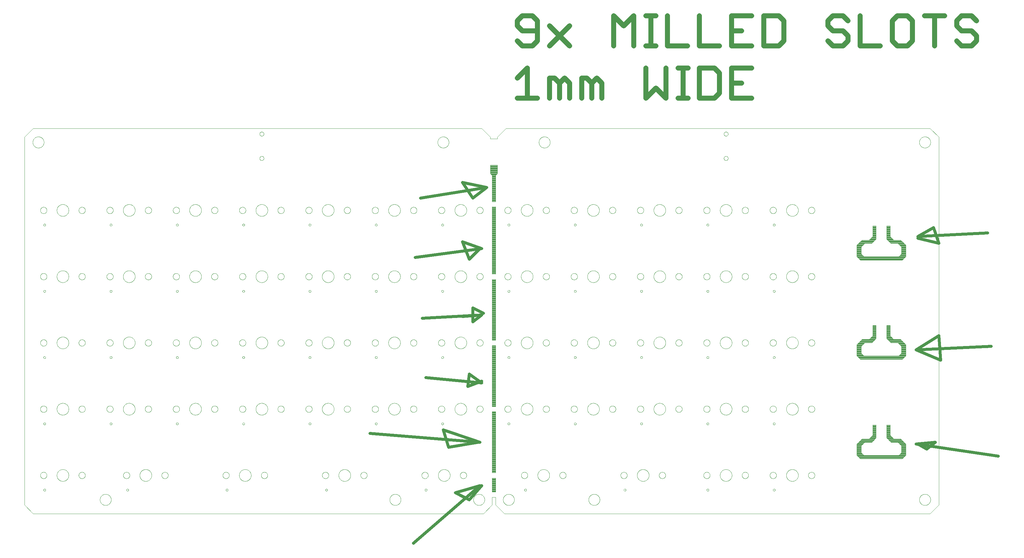
<source format=gko>
G75*
%MOIN*%
%OFA0B0*%
%FSLAX25Y25*%
%IPPOS*%
%LPD*%
%AMOC8*
5,1,8,0,0,1.08239X$1,22.5*
%
%ADD10C,0.00394*%
%ADD11C,0.00000*%
%ADD12C,0.05500*%
%ADD13C,0.03200*%
D10*
X0531328Y0060671D02*
X0531328Y0076419D01*
X0535265Y0076419D01*
X0535265Y0060671D01*
X0531328Y0060671D01*
X0531328Y0060892D02*
X0535265Y0060892D01*
X0535265Y0061285D02*
X0531328Y0061285D01*
X0531328Y0061677D02*
X0535265Y0061677D01*
X0535265Y0062069D02*
X0531328Y0062069D01*
X0531328Y0062461D02*
X0535265Y0062461D01*
X0535265Y0062854D02*
X0531328Y0062854D01*
X0531328Y0063246D02*
X0535265Y0063246D01*
X0535265Y0063638D02*
X0531328Y0063638D01*
X0531328Y0064030D02*
X0535265Y0064030D01*
X0535265Y0064422D02*
X0531328Y0064422D01*
X0531328Y0064815D02*
X0535265Y0064815D01*
X0535265Y0065207D02*
X0531328Y0065207D01*
X0531328Y0065599D02*
X0535265Y0065599D01*
X0535265Y0065991D02*
X0531328Y0065991D01*
X0531328Y0066383D02*
X0535265Y0066383D01*
X0535265Y0066776D02*
X0531328Y0066776D01*
X0531328Y0067168D02*
X0535265Y0067168D01*
X0535265Y0067560D02*
X0531328Y0067560D01*
X0531328Y0067952D02*
X0535265Y0067952D01*
X0535265Y0068344D02*
X0531328Y0068344D01*
X0531328Y0068737D02*
X0535265Y0068737D01*
X0535265Y0069129D02*
X0531328Y0069129D01*
X0531328Y0069521D02*
X0535265Y0069521D01*
X0535265Y0069913D02*
X0531328Y0069913D01*
X0531328Y0070306D02*
X0535265Y0070306D01*
X0535265Y0070698D02*
X0531328Y0070698D01*
X0531328Y0071090D02*
X0535265Y0071090D01*
X0535265Y0071482D02*
X0531328Y0071482D01*
X0531328Y0071874D02*
X0535265Y0071874D01*
X0535265Y0072267D02*
X0531328Y0072267D01*
X0531328Y0072659D02*
X0535265Y0072659D01*
X0535265Y0073051D02*
X0531328Y0073051D01*
X0531328Y0073443D02*
X0535265Y0073443D01*
X0535265Y0073835D02*
X0531328Y0073835D01*
X0531328Y0074228D02*
X0535265Y0074228D01*
X0535265Y0074620D02*
X0531328Y0074620D01*
X0531328Y0075012D02*
X0535265Y0075012D01*
X0535265Y0075404D02*
X0531328Y0075404D01*
X0531328Y0075797D02*
X0535265Y0075797D01*
X0535265Y0076189D02*
X0531328Y0076189D01*
X0531328Y0082324D02*
X0531328Y0151222D01*
X0535265Y0151222D01*
X0535265Y0082324D01*
X0531328Y0082324D01*
X0531328Y0082464D02*
X0535265Y0082464D01*
X0535265Y0082856D02*
X0531328Y0082856D01*
X0531328Y0083249D02*
X0535265Y0083249D01*
X0535265Y0083641D02*
X0531328Y0083641D01*
X0531328Y0084033D02*
X0535265Y0084033D01*
X0535265Y0084425D02*
X0531328Y0084425D01*
X0531328Y0084817D02*
X0535265Y0084817D01*
X0535265Y0085210D02*
X0531328Y0085210D01*
X0531328Y0085602D02*
X0535265Y0085602D01*
X0535265Y0085994D02*
X0531328Y0085994D01*
X0531328Y0086386D02*
X0535265Y0086386D01*
X0535265Y0086778D02*
X0531328Y0086778D01*
X0531328Y0087171D02*
X0535265Y0087171D01*
X0535265Y0087563D02*
X0531328Y0087563D01*
X0531328Y0087955D02*
X0535265Y0087955D01*
X0535265Y0088347D02*
X0531328Y0088347D01*
X0531328Y0088740D02*
X0535265Y0088740D01*
X0535265Y0089132D02*
X0531328Y0089132D01*
X0531328Y0089524D02*
X0535265Y0089524D01*
X0535265Y0089916D02*
X0531328Y0089916D01*
X0531328Y0090308D02*
X0535265Y0090308D01*
X0535265Y0090701D02*
X0531328Y0090701D01*
X0531328Y0091093D02*
X0535265Y0091093D01*
X0535265Y0091485D02*
X0531328Y0091485D01*
X0531328Y0091877D02*
X0535265Y0091877D01*
X0535265Y0092269D02*
X0531328Y0092269D01*
X0531328Y0092662D02*
X0535265Y0092662D01*
X0535265Y0093054D02*
X0531328Y0093054D01*
X0531328Y0093446D02*
X0535265Y0093446D01*
X0535265Y0093838D02*
X0531328Y0093838D01*
X0531328Y0094230D02*
X0535265Y0094230D01*
X0535265Y0094623D02*
X0531328Y0094623D01*
X0531328Y0095015D02*
X0535265Y0095015D01*
X0535265Y0095407D02*
X0531328Y0095407D01*
X0531328Y0095799D02*
X0535265Y0095799D01*
X0535265Y0096192D02*
X0531328Y0096192D01*
X0531328Y0096584D02*
X0535265Y0096584D01*
X0535265Y0096976D02*
X0531328Y0096976D01*
X0531328Y0097368D02*
X0535265Y0097368D01*
X0535265Y0097760D02*
X0531328Y0097760D01*
X0531328Y0098153D02*
X0535265Y0098153D01*
X0535265Y0098545D02*
X0531328Y0098545D01*
X0531328Y0098937D02*
X0535265Y0098937D01*
X0535265Y0099329D02*
X0531328Y0099329D01*
X0531328Y0099721D02*
X0535265Y0099721D01*
X0535265Y0100114D02*
X0531328Y0100114D01*
X0531328Y0100506D02*
X0535265Y0100506D01*
X0535265Y0100898D02*
X0531328Y0100898D01*
X0531328Y0101290D02*
X0535265Y0101290D01*
X0535265Y0101683D02*
X0531328Y0101683D01*
X0531328Y0102075D02*
X0535265Y0102075D01*
X0535265Y0102467D02*
X0531328Y0102467D01*
X0531328Y0102859D02*
X0535265Y0102859D01*
X0535265Y0103251D02*
X0531328Y0103251D01*
X0531328Y0103644D02*
X0535265Y0103644D01*
X0535265Y0104036D02*
X0531328Y0104036D01*
X0531328Y0104428D02*
X0535265Y0104428D01*
X0535265Y0104820D02*
X0531328Y0104820D01*
X0531328Y0105212D02*
X0535265Y0105212D01*
X0535265Y0105605D02*
X0531328Y0105605D01*
X0531328Y0105997D02*
X0535265Y0105997D01*
X0535265Y0106389D02*
X0531328Y0106389D01*
X0531328Y0106781D02*
X0535265Y0106781D01*
X0535265Y0107173D02*
X0531328Y0107173D01*
X0531328Y0107566D02*
X0535265Y0107566D01*
X0535265Y0107958D02*
X0531328Y0107958D01*
X0531328Y0108350D02*
X0535265Y0108350D01*
X0535265Y0108742D02*
X0531328Y0108742D01*
X0531328Y0109135D02*
X0535265Y0109135D01*
X0535265Y0109527D02*
X0531328Y0109527D01*
X0531328Y0109919D02*
X0535265Y0109919D01*
X0535265Y0110311D02*
X0531328Y0110311D01*
X0531328Y0110703D02*
X0535265Y0110703D01*
X0535265Y0111096D02*
X0531328Y0111096D01*
X0531328Y0111488D02*
X0535265Y0111488D01*
X0535265Y0111880D02*
X0531328Y0111880D01*
X0531328Y0112272D02*
X0535265Y0112272D01*
X0535265Y0112664D02*
X0531328Y0112664D01*
X0531328Y0113057D02*
X0535265Y0113057D01*
X0535265Y0113449D02*
X0531328Y0113449D01*
X0531328Y0113841D02*
X0535265Y0113841D01*
X0535265Y0114233D02*
X0531328Y0114233D01*
X0531328Y0114626D02*
X0535265Y0114626D01*
X0535265Y0115018D02*
X0531328Y0115018D01*
X0531328Y0115410D02*
X0535265Y0115410D01*
X0535265Y0115802D02*
X0531328Y0115802D01*
X0531328Y0116194D02*
X0535265Y0116194D01*
X0535265Y0116587D02*
X0531328Y0116587D01*
X0531328Y0116979D02*
X0535265Y0116979D01*
X0535265Y0117371D02*
X0531328Y0117371D01*
X0531328Y0117763D02*
X0535265Y0117763D01*
X0535265Y0118155D02*
X0531328Y0118155D01*
X0531328Y0118548D02*
X0535265Y0118548D01*
X0535265Y0118940D02*
X0531328Y0118940D01*
X0531328Y0119332D02*
X0535265Y0119332D01*
X0535265Y0119724D02*
X0531328Y0119724D01*
X0531328Y0120116D02*
X0535265Y0120116D01*
X0535265Y0120509D02*
X0531328Y0120509D01*
X0531328Y0120901D02*
X0535265Y0120901D01*
X0535265Y0121293D02*
X0531328Y0121293D01*
X0531328Y0121685D02*
X0535265Y0121685D01*
X0535265Y0122078D02*
X0531328Y0122078D01*
X0531328Y0122470D02*
X0535265Y0122470D01*
X0535265Y0122862D02*
X0531328Y0122862D01*
X0531328Y0123254D02*
X0535265Y0123254D01*
X0535265Y0123646D02*
X0531328Y0123646D01*
X0531328Y0124039D02*
X0535265Y0124039D01*
X0535265Y0124431D02*
X0531328Y0124431D01*
X0531328Y0124823D02*
X0535265Y0124823D01*
X0535265Y0125215D02*
X0531328Y0125215D01*
X0531328Y0125607D02*
X0535265Y0125607D01*
X0535265Y0126000D02*
X0531328Y0126000D01*
X0531328Y0126392D02*
X0535265Y0126392D01*
X0535265Y0126784D02*
X0531328Y0126784D01*
X0531328Y0127176D02*
X0535265Y0127176D01*
X0535265Y0127569D02*
X0531328Y0127569D01*
X0531328Y0127961D02*
X0535265Y0127961D01*
X0535265Y0128353D02*
X0531328Y0128353D01*
X0531328Y0128745D02*
X0535265Y0128745D01*
X0535265Y0129137D02*
X0531328Y0129137D01*
X0531328Y0129530D02*
X0535265Y0129530D01*
X0535265Y0129922D02*
X0531328Y0129922D01*
X0531328Y0130314D02*
X0535265Y0130314D01*
X0535265Y0130706D02*
X0531328Y0130706D01*
X0531328Y0131098D02*
X0535265Y0131098D01*
X0535265Y0131491D02*
X0531328Y0131491D01*
X0531328Y0131883D02*
X0535265Y0131883D01*
X0535265Y0132275D02*
X0531328Y0132275D01*
X0531328Y0132667D02*
X0535265Y0132667D01*
X0535265Y0133059D02*
X0531328Y0133059D01*
X0531328Y0133452D02*
X0535265Y0133452D01*
X0535265Y0133844D02*
X0531328Y0133844D01*
X0531328Y0134236D02*
X0535265Y0134236D01*
X0535265Y0134628D02*
X0531328Y0134628D01*
X0531328Y0135021D02*
X0535265Y0135021D01*
X0535265Y0135413D02*
X0531328Y0135413D01*
X0531328Y0135805D02*
X0535265Y0135805D01*
X0535265Y0136197D02*
X0531328Y0136197D01*
X0531328Y0136589D02*
X0535265Y0136589D01*
X0535265Y0136982D02*
X0531328Y0136982D01*
X0531328Y0137374D02*
X0535265Y0137374D01*
X0535265Y0137766D02*
X0531328Y0137766D01*
X0531328Y0138158D02*
X0535265Y0138158D01*
X0535265Y0138550D02*
X0531328Y0138550D01*
X0531328Y0138943D02*
X0535265Y0138943D01*
X0535265Y0139335D02*
X0531328Y0139335D01*
X0531328Y0139727D02*
X0535265Y0139727D01*
X0535265Y0140119D02*
X0531328Y0140119D01*
X0531328Y0140512D02*
X0535265Y0140512D01*
X0535265Y0140904D02*
X0531328Y0140904D01*
X0531328Y0141296D02*
X0535265Y0141296D01*
X0535265Y0141688D02*
X0531328Y0141688D01*
X0531328Y0142080D02*
X0535265Y0142080D01*
X0535265Y0142473D02*
X0531328Y0142473D01*
X0531328Y0142865D02*
X0535265Y0142865D01*
X0535265Y0143257D02*
X0531328Y0143257D01*
X0531328Y0143649D02*
X0535265Y0143649D01*
X0535265Y0144041D02*
X0531328Y0144041D01*
X0531328Y0144434D02*
X0535265Y0144434D01*
X0535265Y0144826D02*
X0531328Y0144826D01*
X0531328Y0145218D02*
X0535265Y0145218D01*
X0535265Y0145610D02*
X0531328Y0145610D01*
X0531328Y0146002D02*
X0535265Y0146002D01*
X0535265Y0146395D02*
X0531328Y0146395D01*
X0531328Y0146787D02*
X0535265Y0146787D01*
X0535265Y0147179D02*
X0531328Y0147179D01*
X0531328Y0147571D02*
X0535265Y0147571D01*
X0535265Y0147964D02*
X0531328Y0147964D01*
X0531328Y0148356D02*
X0535265Y0148356D01*
X0535265Y0148748D02*
X0531328Y0148748D01*
X0531328Y0149140D02*
X0535265Y0149140D01*
X0535265Y0149532D02*
X0531328Y0149532D01*
X0531328Y0149925D02*
X0535265Y0149925D01*
X0535265Y0150317D02*
X0531328Y0150317D01*
X0531328Y0150709D02*
X0535265Y0150709D01*
X0535265Y0151101D02*
X0531328Y0151101D01*
X0531328Y0157128D02*
X0531328Y0226025D01*
X0535265Y0226025D01*
X0535265Y0157128D01*
X0531328Y0157128D01*
X0531328Y0157377D02*
X0535265Y0157377D01*
X0535265Y0157769D02*
X0531328Y0157769D01*
X0531328Y0158161D02*
X0535265Y0158161D01*
X0535265Y0158553D02*
X0531328Y0158553D01*
X0531328Y0158945D02*
X0535265Y0158945D01*
X0535265Y0159338D02*
X0531328Y0159338D01*
X0531328Y0159730D02*
X0535265Y0159730D01*
X0535265Y0160122D02*
X0531328Y0160122D01*
X0531328Y0160514D02*
X0535265Y0160514D01*
X0535265Y0160907D02*
X0531328Y0160907D01*
X0531328Y0161299D02*
X0535265Y0161299D01*
X0535265Y0161691D02*
X0531328Y0161691D01*
X0531328Y0162083D02*
X0535265Y0162083D01*
X0535265Y0162475D02*
X0531328Y0162475D01*
X0531328Y0162868D02*
X0535265Y0162868D01*
X0535265Y0163260D02*
X0531328Y0163260D01*
X0531328Y0163652D02*
X0535265Y0163652D01*
X0535265Y0164044D02*
X0531328Y0164044D01*
X0531328Y0164436D02*
X0535265Y0164436D01*
X0535265Y0164829D02*
X0531328Y0164829D01*
X0531328Y0165221D02*
X0535265Y0165221D01*
X0535265Y0165613D02*
X0531328Y0165613D01*
X0531328Y0166005D02*
X0535265Y0166005D01*
X0535265Y0166398D02*
X0531328Y0166398D01*
X0531328Y0166790D02*
X0535265Y0166790D01*
X0535265Y0167182D02*
X0531328Y0167182D01*
X0531328Y0167574D02*
X0535265Y0167574D01*
X0535265Y0167966D02*
X0531328Y0167966D01*
X0531328Y0168359D02*
X0535265Y0168359D01*
X0535265Y0168751D02*
X0531328Y0168751D01*
X0531328Y0169143D02*
X0535265Y0169143D01*
X0535265Y0169535D02*
X0531328Y0169535D01*
X0531328Y0169927D02*
X0535265Y0169927D01*
X0535265Y0170320D02*
X0531328Y0170320D01*
X0531328Y0170712D02*
X0535265Y0170712D01*
X0535265Y0171104D02*
X0531328Y0171104D01*
X0531328Y0171496D02*
X0535265Y0171496D01*
X0535265Y0171888D02*
X0531328Y0171888D01*
X0531328Y0172281D02*
X0535265Y0172281D01*
X0535265Y0172673D02*
X0531328Y0172673D01*
X0531328Y0173065D02*
X0535265Y0173065D01*
X0535265Y0173457D02*
X0531328Y0173457D01*
X0531328Y0173850D02*
X0535265Y0173850D01*
X0535265Y0174242D02*
X0531328Y0174242D01*
X0531328Y0174634D02*
X0535265Y0174634D01*
X0535265Y0175026D02*
X0531328Y0175026D01*
X0531328Y0175418D02*
X0535265Y0175418D01*
X0535265Y0175811D02*
X0531328Y0175811D01*
X0531328Y0176203D02*
X0535265Y0176203D01*
X0535265Y0176595D02*
X0531328Y0176595D01*
X0531328Y0176987D02*
X0535265Y0176987D01*
X0535265Y0177379D02*
X0531328Y0177379D01*
X0531328Y0177772D02*
X0535265Y0177772D01*
X0535265Y0178164D02*
X0531328Y0178164D01*
X0531328Y0178556D02*
X0535265Y0178556D01*
X0535265Y0178948D02*
X0531328Y0178948D01*
X0531328Y0179341D02*
X0535265Y0179341D01*
X0535265Y0179733D02*
X0531328Y0179733D01*
X0531328Y0180125D02*
X0535265Y0180125D01*
X0535265Y0180517D02*
X0531328Y0180517D01*
X0531328Y0180909D02*
X0535265Y0180909D01*
X0535265Y0181302D02*
X0531328Y0181302D01*
X0531328Y0181694D02*
X0535265Y0181694D01*
X0535265Y0182086D02*
X0531328Y0182086D01*
X0531328Y0182478D02*
X0535265Y0182478D01*
X0535265Y0182870D02*
X0531328Y0182870D01*
X0531328Y0183263D02*
X0535265Y0183263D01*
X0535265Y0183655D02*
X0531328Y0183655D01*
X0531328Y0184047D02*
X0535265Y0184047D01*
X0535265Y0184439D02*
X0531328Y0184439D01*
X0531328Y0184831D02*
X0535265Y0184831D01*
X0535265Y0185224D02*
X0531328Y0185224D01*
X0531328Y0185616D02*
X0535265Y0185616D01*
X0535265Y0186008D02*
X0531328Y0186008D01*
X0531328Y0186400D02*
X0535265Y0186400D01*
X0535265Y0186793D02*
X0531328Y0186793D01*
X0531328Y0187185D02*
X0535265Y0187185D01*
X0535265Y0187577D02*
X0531328Y0187577D01*
X0531328Y0187969D02*
X0535265Y0187969D01*
X0535265Y0188361D02*
X0531328Y0188361D01*
X0531328Y0188754D02*
X0535265Y0188754D01*
X0535265Y0189146D02*
X0531328Y0189146D01*
X0531328Y0189538D02*
X0535265Y0189538D01*
X0535265Y0189930D02*
X0531328Y0189930D01*
X0531328Y0190322D02*
X0535265Y0190322D01*
X0535265Y0190715D02*
X0531328Y0190715D01*
X0531328Y0191107D02*
X0535265Y0191107D01*
X0535265Y0191499D02*
X0531328Y0191499D01*
X0531328Y0191891D02*
X0535265Y0191891D01*
X0535265Y0192284D02*
X0531328Y0192284D01*
X0531328Y0192676D02*
X0535265Y0192676D01*
X0535265Y0193068D02*
X0531328Y0193068D01*
X0531328Y0193460D02*
X0535265Y0193460D01*
X0535265Y0193852D02*
X0531328Y0193852D01*
X0531328Y0194245D02*
X0535265Y0194245D01*
X0535265Y0194637D02*
X0531328Y0194637D01*
X0531328Y0195029D02*
X0535265Y0195029D01*
X0535265Y0195421D02*
X0531328Y0195421D01*
X0531328Y0195813D02*
X0535265Y0195813D01*
X0535265Y0196206D02*
X0531328Y0196206D01*
X0531328Y0196598D02*
X0535265Y0196598D01*
X0535265Y0196990D02*
X0531328Y0196990D01*
X0531328Y0197382D02*
X0535265Y0197382D01*
X0535265Y0197774D02*
X0531328Y0197774D01*
X0531328Y0198167D02*
X0535265Y0198167D01*
X0535265Y0198559D02*
X0531328Y0198559D01*
X0531328Y0198951D02*
X0535265Y0198951D01*
X0535265Y0199343D02*
X0531328Y0199343D01*
X0531328Y0199736D02*
X0535265Y0199736D01*
X0535265Y0200128D02*
X0531328Y0200128D01*
X0531328Y0200520D02*
X0535265Y0200520D01*
X0535265Y0200912D02*
X0531328Y0200912D01*
X0531328Y0201304D02*
X0535265Y0201304D01*
X0535265Y0201697D02*
X0531328Y0201697D01*
X0531328Y0202089D02*
X0535265Y0202089D01*
X0535265Y0202481D02*
X0531328Y0202481D01*
X0531328Y0202873D02*
X0535265Y0202873D01*
X0535265Y0203265D02*
X0531328Y0203265D01*
X0531328Y0203658D02*
X0535265Y0203658D01*
X0535265Y0204050D02*
X0531328Y0204050D01*
X0531328Y0204442D02*
X0535265Y0204442D01*
X0535265Y0204834D02*
X0531328Y0204834D01*
X0531328Y0205227D02*
X0535265Y0205227D01*
X0535265Y0205619D02*
X0531328Y0205619D01*
X0531328Y0206011D02*
X0535265Y0206011D01*
X0535265Y0206403D02*
X0531328Y0206403D01*
X0531328Y0206795D02*
X0535265Y0206795D01*
X0535265Y0207188D02*
X0531328Y0207188D01*
X0531328Y0207580D02*
X0535265Y0207580D01*
X0535265Y0207972D02*
X0531328Y0207972D01*
X0531328Y0208364D02*
X0535265Y0208364D01*
X0535265Y0208756D02*
X0531328Y0208756D01*
X0531328Y0209149D02*
X0535265Y0209149D01*
X0535265Y0209541D02*
X0531328Y0209541D01*
X0531328Y0209933D02*
X0535265Y0209933D01*
X0535265Y0210325D02*
X0531328Y0210325D01*
X0531328Y0210717D02*
X0535265Y0210717D01*
X0535265Y0211110D02*
X0531328Y0211110D01*
X0531328Y0211502D02*
X0535265Y0211502D01*
X0535265Y0211894D02*
X0531328Y0211894D01*
X0531328Y0212286D02*
X0535265Y0212286D01*
X0535265Y0212679D02*
X0531328Y0212679D01*
X0531328Y0213071D02*
X0535265Y0213071D01*
X0535265Y0213463D02*
X0531328Y0213463D01*
X0531328Y0213855D02*
X0535265Y0213855D01*
X0535265Y0214247D02*
X0531328Y0214247D01*
X0531328Y0214640D02*
X0535265Y0214640D01*
X0535265Y0215032D02*
X0531328Y0215032D01*
X0531328Y0215424D02*
X0535265Y0215424D01*
X0535265Y0215816D02*
X0531328Y0215816D01*
X0531328Y0216208D02*
X0535265Y0216208D01*
X0535265Y0216601D02*
X0531328Y0216601D01*
X0531328Y0216993D02*
X0535265Y0216993D01*
X0535265Y0217385D02*
X0531328Y0217385D01*
X0531328Y0217777D02*
X0535265Y0217777D01*
X0535265Y0218170D02*
X0531328Y0218170D01*
X0531328Y0218562D02*
X0535265Y0218562D01*
X0535265Y0218954D02*
X0531328Y0218954D01*
X0531328Y0219346D02*
X0535265Y0219346D01*
X0535265Y0219738D02*
X0531328Y0219738D01*
X0531328Y0220131D02*
X0535265Y0220131D01*
X0535265Y0220523D02*
X0531328Y0220523D01*
X0531328Y0220915D02*
X0535265Y0220915D01*
X0535265Y0221307D02*
X0531328Y0221307D01*
X0531328Y0221699D02*
X0535265Y0221699D01*
X0535265Y0222092D02*
X0531328Y0222092D01*
X0531328Y0222484D02*
X0535265Y0222484D01*
X0535265Y0222876D02*
X0531328Y0222876D01*
X0531328Y0223268D02*
X0535265Y0223268D01*
X0535265Y0223660D02*
X0531328Y0223660D01*
X0531328Y0224053D02*
X0535265Y0224053D01*
X0535265Y0224445D02*
X0531328Y0224445D01*
X0531328Y0224837D02*
X0535265Y0224837D01*
X0535265Y0225229D02*
X0531328Y0225229D01*
X0531328Y0225622D02*
X0535265Y0225622D01*
X0535265Y0226014D02*
X0531328Y0226014D01*
X0531328Y0231931D02*
X0531328Y0300828D01*
X0535265Y0300828D01*
X0535265Y0231931D01*
X0531328Y0231931D01*
X0531328Y0232289D02*
X0535265Y0232289D01*
X0535265Y0232681D02*
X0531328Y0232681D01*
X0531328Y0233074D02*
X0535265Y0233074D01*
X0535265Y0233466D02*
X0531328Y0233466D01*
X0531328Y0233858D02*
X0535265Y0233858D01*
X0535265Y0234250D02*
X0531328Y0234250D01*
X0531328Y0234642D02*
X0535265Y0234642D01*
X0535265Y0235035D02*
X0531328Y0235035D01*
X0531328Y0235427D02*
X0535265Y0235427D01*
X0535265Y0235819D02*
X0531328Y0235819D01*
X0531328Y0236211D02*
X0535265Y0236211D01*
X0535265Y0236603D02*
X0531328Y0236603D01*
X0531328Y0236996D02*
X0535265Y0236996D01*
X0535265Y0237388D02*
X0531328Y0237388D01*
X0531328Y0237780D02*
X0535265Y0237780D01*
X0535265Y0238172D02*
X0531328Y0238172D01*
X0531328Y0238565D02*
X0535265Y0238565D01*
X0535265Y0238957D02*
X0531328Y0238957D01*
X0531328Y0239349D02*
X0535265Y0239349D01*
X0535265Y0239741D02*
X0531328Y0239741D01*
X0531328Y0240133D02*
X0535265Y0240133D01*
X0535265Y0240526D02*
X0531328Y0240526D01*
X0531328Y0240918D02*
X0535265Y0240918D01*
X0535265Y0241310D02*
X0531328Y0241310D01*
X0531328Y0241702D02*
X0535265Y0241702D01*
X0535265Y0242094D02*
X0531328Y0242094D01*
X0531328Y0242487D02*
X0535265Y0242487D01*
X0535265Y0242879D02*
X0531328Y0242879D01*
X0531328Y0243271D02*
X0535265Y0243271D01*
X0535265Y0243663D02*
X0531328Y0243663D01*
X0531328Y0244055D02*
X0535265Y0244055D01*
X0535265Y0244448D02*
X0531328Y0244448D01*
X0531328Y0244840D02*
X0535265Y0244840D01*
X0535265Y0245232D02*
X0531328Y0245232D01*
X0531328Y0245624D02*
X0535265Y0245624D01*
X0535265Y0246017D02*
X0531328Y0246017D01*
X0531328Y0246409D02*
X0535265Y0246409D01*
X0535265Y0246801D02*
X0531328Y0246801D01*
X0531328Y0247193D02*
X0535265Y0247193D01*
X0535265Y0247585D02*
X0531328Y0247585D01*
X0531328Y0247978D02*
X0535265Y0247978D01*
X0535265Y0248370D02*
X0531328Y0248370D01*
X0531328Y0248762D02*
X0535265Y0248762D01*
X0535265Y0249154D02*
X0531328Y0249154D01*
X0531328Y0249546D02*
X0535265Y0249546D01*
X0535265Y0249939D02*
X0531328Y0249939D01*
X0531328Y0250331D02*
X0535265Y0250331D01*
X0535265Y0250723D02*
X0531328Y0250723D01*
X0531328Y0251115D02*
X0535265Y0251115D01*
X0535265Y0251508D02*
X0531328Y0251508D01*
X0531328Y0251900D02*
X0535265Y0251900D01*
X0535265Y0252292D02*
X0531328Y0252292D01*
X0531328Y0252684D02*
X0535265Y0252684D01*
X0535265Y0253076D02*
X0531328Y0253076D01*
X0531328Y0253469D02*
X0535265Y0253469D01*
X0535265Y0253861D02*
X0531328Y0253861D01*
X0531328Y0254253D02*
X0535265Y0254253D01*
X0535265Y0254645D02*
X0531328Y0254645D01*
X0531328Y0255037D02*
X0535265Y0255037D01*
X0535265Y0255430D02*
X0531328Y0255430D01*
X0531328Y0255822D02*
X0535265Y0255822D01*
X0535265Y0256214D02*
X0531328Y0256214D01*
X0531328Y0256606D02*
X0535265Y0256606D01*
X0535265Y0256998D02*
X0531328Y0256998D01*
X0531328Y0257391D02*
X0535265Y0257391D01*
X0535265Y0257783D02*
X0531328Y0257783D01*
X0531328Y0258175D02*
X0535265Y0258175D01*
X0535265Y0258567D02*
X0531328Y0258567D01*
X0531328Y0258960D02*
X0535265Y0258960D01*
X0535265Y0259352D02*
X0531328Y0259352D01*
X0531328Y0259744D02*
X0535265Y0259744D01*
X0535265Y0260136D02*
X0531328Y0260136D01*
X0531328Y0260528D02*
X0535265Y0260528D01*
X0535265Y0260921D02*
X0531328Y0260921D01*
X0531328Y0261313D02*
X0535265Y0261313D01*
X0535265Y0261705D02*
X0531328Y0261705D01*
X0531328Y0262097D02*
X0535265Y0262097D01*
X0535265Y0262489D02*
X0531328Y0262489D01*
X0531328Y0262882D02*
X0535265Y0262882D01*
X0535265Y0263274D02*
X0531328Y0263274D01*
X0531328Y0263666D02*
X0535265Y0263666D01*
X0535265Y0264058D02*
X0531328Y0264058D01*
X0531328Y0264451D02*
X0535265Y0264451D01*
X0535265Y0264843D02*
X0531328Y0264843D01*
X0531328Y0265235D02*
X0535265Y0265235D01*
X0535265Y0265627D02*
X0531328Y0265627D01*
X0531328Y0266019D02*
X0535265Y0266019D01*
X0535265Y0266412D02*
X0531328Y0266412D01*
X0531328Y0266804D02*
X0535265Y0266804D01*
X0535265Y0267196D02*
X0531328Y0267196D01*
X0531328Y0267588D02*
X0535265Y0267588D01*
X0535265Y0267980D02*
X0531328Y0267980D01*
X0531328Y0268373D02*
X0535265Y0268373D01*
X0535265Y0268765D02*
X0531328Y0268765D01*
X0531328Y0269157D02*
X0535265Y0269157D01*
X0535265Y0269549D02*
X0531328Y0269549D01*
X0531328Y0269941D02*
X0535265Y0269941D01*
X0535265Y0270334D02*
X0531328Y0270334D01*
X0531328Y0270726D02*
X0535265Y0270726D01*
X0535265Y0271118D02*
X0531328Y0271118D01*
X0531328Y0271510D02*
X0535265Y0271510D01*
X0535265Y0271903D02*
X0531328Y0271903D01*
X0531328Y0272295D02*
X0535265Y0272295D01*
X0535265Y0272687D02*
X0531328Y0272687D01*
X0531328Y0273079D02*
X0535265Y0273079D01*
X0535265Y0273471D02*
X0531328Y0273471D01*
X0531328Y0273864D02*
X0535265Y0273864D01*
X0535265Y0274256D02*
X0531328Y0274256D01*
X0531328Y0274648D02*
X0535265Y0274648D01*
X0535265Y0275040D02*
X0531328Y0275040D01*
X0531328Y0275432D02*
X0535265Y0275432D01*
X0535265Y0275825D02*
X0531328Y0275825D01*
X0531328Y0276217D02*
X0535265Y0276217D01*
X0535265Y0276609D02*
X0531328Y0276609D01*
X0531328Y0277001D02*
X0535265Y0277001D01*
X0535265Y0277394D02*
X0531328Y0277394D01*
X0531328Y0277786D02*
X0535265Y0277786D01*
X0535265Y0278178D02*
X0531328Y0278178D01*
X0531328Y0278570D02*
X0535265Y0278570D01*
X0535265Y0278962D02*
X0531328Y0278962D01*
X0531328Y0279355D02*
X0535265Y0279355D01*
X0535265Y0279747D02*
X0531328Y0279747D01*
X0531328Y0280139D02*
X0535265Y0280139D01*
X0535265Y0280531D02*
X0531328Y0280531D01*
X0531328Y0280923D02*
X0535265Y0280923D01*
X0535265Y0281316D02*
X0531328Y0281316D01*
X0531328Y0281708D02*
X0535265Y0281708D01*
X0535265Y0282100D02*
X0531328Y0282100D01*
X0531328Y0282492D02*
X0535265Y0282492D01*
X0535265Y0282884D02*
X0531328Y0282884D01*
X0531328Y0283277D02*
X0535265Y0283277D01*
X0535265Y0283669D02*
X0531328Y0283669D01*
X0531328Y0284061D02*
X0535265Y0284061D01*
X0535265Y0284453D02*
X0531328Y0284453D01*
X0531328Y0284846D02*
X0535265Y0284846D01*
X0535265Y0285238D02*
X0531328Y0285238D01*
X0531328Y0285630D02*
X0535265Y0285630D01*
X0535265Y0286022D02*
X0531328Y0286022D01*
X0531328Y0286414D02*
X0535265Y0286414D01*
X0535265Y0286807D02*
X0531328Y0286807D01*
X0531328Y0287199D02*
X0535265Y0287199D01*
X0535265Y0287591D02*
X0531328Y0287591D01*
X0531328Y0287983D02*
X0535265Y0287983D01*
X0535265Y0288375D02*
X0531328Y0288375D01*
X0531328Y0288768D02*
X0535265Y0288768D01*
X0535265Y0289160D02*
X0531328Y0289160D01*
X0531328Y0289552D02*
X0535265Y0289552D01*
X0535265Y0289944D02*
X0531328Y0289944D01*
X0531328Y0290337D02*
X0535265Y0290337D01*
X0535265Y0290729D02*
X0531328Y0290729D01*
X0531328Y0291121D02*
X0535265Y0291121D01*
X0535265Y0291513D02*
X0531328Y0291513D01*
X0531328Y0291905D02*
X0535265Y0291905D01*
X0535265Y0292298D02*
X0531328Y0292298D01*
X0531328Y0292690D02*
X0535265Y0292690D01*
X0535265Y0293082D02*
X0531328Y0293082D01*
X0531328Y0293474D02*
X0535265Y0293474D01*
X0535265Y0293866D02*
X0531328Y0293866D01*
X0531328Y0294259D02*
X0535265Y0294259D01*
X0535265Y0294651D02*
X0531328Y0294651D01*
X0531328Y0295043D02*
X0535265Y0295043D01*
X0535265Y0295435D02*
X0531328Y0295435D01*
X0531328Y0295827D02*
X0535265Y0295827D01*
X0535265Y0296220D02*
X0531328Y0296220D01*
X0531328Y0296612D02*
X0535265Y0296612D01*
X0535265Y0297004D02*
X0531328Y0297004D01*
X0531328Y0297396D02*
X0535265Y0297396D01*
X0535265Y0297789D02*
X0531328Y0297789D01*
X0531328Y0298181D02*
X0535265Y0298181D01*
X0535265Y0298573D02*
X0531328Y0298573D01*
X0531328Y0298965D02*
X0535265Y0298965D01*
X0535265Y0299357D02*
X0531328Y0299357D01*
X0531328Y0299750D02*
X0535265Y0299750D01*
X0535265Y0300142D02*
X0531328Y0300142D01*
X0531328Y0300534D02*
X0535265Y0300534D01*
X0535265Y0306734D02*
X0531328Y0306734D01*
X0531328Y0382521D01*
X0535265Y0382521D01*
X0535265Y0306734D01*
X0535265Y0306809D02*
X0531328Y0306809D01*
X0531328Y0307202D02*
X0535265Y0307202D01*
X0535265Y0307594D02*
X0531328Y0307594D01*
X0531328Y0307986D02*
X0535265Y0307986D01*
X0535265Y0308378D02*
X0531328Y0308378D01*
X0531328Y0308770D02*
X0535265Y0308770D01*
X0535265Y0309163D02*
X0531328Y0309163D01*
X0531328Y0309555D02*
X0535265Y0309555D01*
X0535265Y0309947D02*
X0531328Y0309947D01*
X0531328Y0310339D02*
X0535265Y0310339D01*
X0535265Y0310732D02*
X0531328Y0310732D01*
X0531328Y0311124D02*
X0535265Y0311124D01*
X0535265Y0311516D02*
X0531328Y0311516D01*
X0531328Y0311908D02*
X0535265Y0311908D01*
X0535265Y0312300D02*
X0531328Y0312300D01*
X0531328Y0312693D02*
X0535265Y0312693D01*
X0535265Y0313085D02*
X0531328Y0313085D01*
X0531328Y0313477D02*
X0535265Y0313477D01*
X0535265Y0313869D02*
X0531328Y0313869D01*
X0531328Y0314261D02*
X0535265Y0314261D01*
X0535265Y0314654D02*
X0531328Y0314654D01*
X0531328Y0315046D02*
X0535265Y0315046D01*
X0535265Y0315438D02*
X0531328Y0315438D01*
X0531328Y0315830D02*
X0535265Y0315830D01*
X0535265Y0316223D02*
X0531328Y0316223D01*
X0531328Y0316615D02*
X0535265Y0316615D01*
X0535265Y0317007D02*
X0531328Y0317007D01*
X0531328Y0317399D02*
X0535265Y0317399D01*
X0535265Y0317791D02*
X0531328Y0317791D01*
X0531328Y0318184D02*
X0535265Y0318184D01*
X0535265Y0318576D02*
X0531328Y0318576D01*
X0531328Y0318968D02*
X0535265Y0318968D01*
X0535265Y0319360D02*
X0531328Y0319360D01*
X0531328Y0319752D02*
X0535265Y0319752D01*
X0535265Y0320145D02*
X0531328Y0320145D01*
X0531328Y0320537D02*
X0535265Y0320537D01*
X0535265Y0320929D02*
X0531328Y0320929D01*
X0531328Y0321321D02*
X0535265Y0321321D01*
X0535265Y0321713D02*
X0531328Y0321713D01*
X0531328Y0322106D02*
X0535265Y0322106D01*
X0535265Y0322498D02*
X0531328Y0322498D01*
X0531328Y0322890D02*
X0535265Y0322890D01*
X0535265Y0323282D02*
X0531328Y0323282D01*
X0531328Y0323675D02*
X0535265Y0323675D01*
X0535265Y0324067D02*
X0531328Y0324067D01*
X0531328Y0324459D02*
X0535265Y0324459D01*
X0535265Y0324851D02*
X0531328Y0324851D01*
X0531328Y0325243D02*
X0535265Y0325243D01*
X0535265Y0325636D02*
X0531328Y0325636D01*
X0531328Y0326028D02*
X0535265Y0326028D01*
X0535265Y0326420D02*
X0531328Y0326420D01*
X0531328Y0326812D02*
X0535265Y0326812D01*
X0535265Y0327204D02*
X0531328Y0327204D01*
X0531328Y0327597D02*
X0535265Y0327597D01*
X0535265Y0327989D02*
X0531328Y0327989D01*
X0531328Y0328381D02*
X0535265Y0328381D01*
X0535265Y0328773D02*
X0531328Y0328773D01*
X0531328Y0329166D02*
X0535265Y0329166D01*
X0535265Y0329558D02*
X0531328Y0329558D01*
X0531328Y0329950D02*
X0535265Y0329950D01*
X0535265Y0330342D02*
X0531328Y0330342D01*
X0531328Y0330734D02*
X0535265Y0330734D01*
X0535265Y0331127D02*
X0531328Y0331127D01*
X0531328Y0331519D02*
X0535265Y0331519D01*
X0535265Y0331911D02*
X0531328Y0331911D01*
X0531328Y0332303D02*
X0535265Y0332303D01*
X0535265Y0332695D02*
X0531328Y0332695D01*
X0531328Y0333088D02*
X0535265Y0333088D01*
X0535265Y0333480D02*
X0531328Y0333480D01*
X0531328Y0333872D02*
X0535265Y0333872D01*
X0535265Y0334264D02*
X0531328Y0334264D01*
X0531328Y0334656D02*
X0535265Y0334656D01*
X0535265Y0335049D02*
X0531328Y0335049D01*
X0531328Y0335441D02*
X0535265Y0335441D01*
X0535265Y0335833D02*
X0531328Y0335833D01*
X0531328Y0336225D02*
X0535265Y0336225D01*
X0535265Y0336618D02*
X0531328Y0336618D01*
X0531328Y0337010D02*
X0535265Y0337010D01*
X0535265Y0337402D02*
X0531328Y0337402D01*
X0531328Y0337794D02*
X0535265Y0337794D01*
X0535265Y0338186D02*
X0531328Y0338186D01*
X0531328Y0338579D02*
X0535265Y0338579D01*
X0535265Y0338971D02*
X0531328Y0338971D01*
X0531328Y0339363D02*
X0535265Y0339363D01*
X0535265Y0339755D02*
X0531328Y0339755D01*
X0531328Y0340147D02*
X0535265Y0340147D01*
X0535265Y0340540D02*
X0531328Y0340540D01*
X0531328Y0340932D02*
X0535265Y0340932D01*
X0535265Y0341324D02*
X0531328Y0341324D01*
X0531328Y0341716D02*
X0535265Y0341716D01*
X0535265Y0342109D02*
X0531328Y0342109D01*
X0531328Y0342501D02*
X0535265Y0342501D01*
X0535265Y0342893D02*
X0531328Y0342893D01*
X0531328Y0343285D02*
X0535265Y0343285D01*
X0535265Y0343677D02*
X0531328Y0343677D01*
X0531328Y0344070D02*
X0535265Y0344070D01*
X0535265Y0344462D02*
X0531328Y0344462D01*
X0531328Y0344854D02*
X0535265Y0344854D01*
X0535265Y0345246D02*
X0531328Y0345246D01*
X0531328Y0345638D02*
X0535265Y0345638D01*
X0535265Y0346031D02*
X0531328Y0346031D01*
X0531328Y0346423D02*
X0535265Y0346423D01*
X0535265Y0346815D02*
X0531328Y0346815D01*
X0531328Y0347207D02*
X0535265Y0347207D01*
X0535265Y0347599D02*
X0531328Y0347599D01*
X0531328Y0347992D02*
X0535265Y0347992D01*
X0535265Y0348384D02*
X0531328Y0348384D01*
X0531328Y0348776D02*
X0535265Y0348776D01*
X0535265Y0349168D02*
X0531328Y0349168D01*
X0531328Y0349561D02*
X0535265Y0349561D01*
X0535265Y0349953D02*
X0531328Y0349953D01*
X0531328Y0350345D02*
X0535265Y0350345D01*
X0535265Y0350737D02*
X0531328Y0350737D01*
X0531328Y0351129D02*
X0535265Y0351129D01*
X0535265Y0351522D02*
X0531328Y0351522D01*
X0531328Y0351914D02*
X0535265Y0351914D01*
X0535265Y0352306D02*
X0531328Y0352306D01*
X0531328Y0352698D02*
X0535265Y0352698D01*
X0535265Y0353090D02*
X0531328Y0353090D01*
X0531328Y0353483D02*
X0535265Y0353483D01*
X0535265Y0353875D02*
X0531328Y0353875D01*
X0531328Y0354267D02*
X0535265Y0354267D01*
X0535265Y0354659D02*
X0531328Y0354659D01*
X0531328Y0355052D02*
X0535265Y0355052D01*
X0535265Y0355444D02*
X0531328Y0355444D01*
X0531328Y0355836D02*
X0535265Y0355836D01*
X0535265Y0356228D02*
X0531328Y0356228D01*
X0531328Y0356620D02*
X0535265Y0356620D01*
X0535265Y0357013D02*
X0531328Y0357013D01*
X0531328Y0357405D02*
X0535265Y0357405D01*
X0535265Y0357797D02*
X0531328Y0357797D01*
X0531328Y0358189D02*
X0535265Y0358189D01*
X0535265Y0358581D02*
X0531328Y0358581D01*
X0531328Y0358974D02*
X0535265Y0358974D01*
X0535265Y0359366D02*
X0531328Y0359366D01*
X0531328Y0359758D02*
X0535265Y0359758D01*
X0535265Y0360150D02*
X0531328Y0360150D01*
X0531328Y0360542D02*
X0535265Y0360542D01*
X0535265Y0360935D02*
X0531328Y0360935D01*
X0531328Y0361327D02*
X0535265Y0361327D01*
X0535265Y0361719D02*
X0531328Y0361719D01*
X0531328Y0362111D02*
X0535265Y0362111D01*
X0535265Y0362504D02*
X0531328Y0362504D01*
X0531328Y0362896D02*
X0535265Y0362896D01*
X0535265Y0363288D02*
X0531328Y0363288D01*
X0531328Y0363680D02*
X0535265Y0363680D01*
X0535265Y0364072D02*
X0531328Y0364072D01*
X0531328Y0364465D02*
X0535265Y0364465D01*
X0535265Y0364857D02*
X0531328Y0364857D01*
X0531328Y0365249D02*
X0535265Y0365249D01*
X0535265Y0365641D02*
X0531328Y0365641D01*
X0531328Y0366033D02*
X0535265Y0366033D01*
X0535265Y0366426D02*
X0531328Y0366426D01*
X0531328Y0366818D02*
X0535265Y0366818D01*
X0535265Y0367210D02*
X0531328Y0367210D01*
X0531328Y0367602D02*
X0535265Y0367602D01*
X0535265Y0367995D02*
X0531328Y0367995D01*
X0531328Y0368387D02*
X0535265Y0368387D01*
X0535265Y0368779D02*
X0531328Y0368779D01*
X0531328Y0369171D02*
X0535265Y0369171D01*
X0535265Y0369563D02*
X0531328Y0369563D01*
X0531328Y0369956D02*
X0535265Y0369956D01*
X0535265Y0370348D02*
X0531328Y0370348D01*
X0531328Y0370740D02*
X0535265Y0370740D01*
X0535265Y0371132D02*
X0531328Y0371132D01*
X0531328Y0371524D02*
X0535265Y0371524D01*
X0535265Y0371917D02*
X0531328Y0371917D01*
X0531328Y0372309D02*
X0535265Y0372309D01*
X0535265Y0372701D02*
X0531328Y0372701D01*
X0531328Y0373093D02*
X0535265Y0373093D01*
X0535265Y0373485D02*
X0531328Y0373485D01*
X0531328Y0373878D02*
X0535265Y0373878D01*
X0535265Y0374270D02*
X0531328Y0374270D01*
X0531328Y0374662D02*
X0535265Y0374662D01*
X0535265Y0375054D02*
X0531328Y0375054D01*
X0531328Y0375447D02*
X0535265Y0375447D01*
X0535265Y0375839D02*
X0531328Y0375839D01*
X0531328Y0376231D02*
X0535265Y0376231D01*
X0535265Y0376623D02*
X0531328Y0376623D01*
X0531328Y0377015D02*
X0535265Y0377015D01*
X0535265Y0377408D02*
X0531328Y0377408D01*
X0531328Y0377800D02*
X0535265Y0377800D01*
X0535265Y0378192D02*
X0531328Y0378192D01*
X0531328Y0378584D02*
X0535265Y0378584D01*
X0535265Y0378976D02*
X0531328Y0378976D01*
X0531328Y0379369D02*
X0535265Y0379369D01*
X0535265Y0379761D02*
X0531328Y0379761D01*
X0531328Y0380153D02*
X0535265Y0380153D01*
X0535265Y0380545D02*
X0531328Y0380545D01*
X0531328Y0380938D02*
X0535265Y0380938D01*
X0535265Y0381330D02*
X0531328Y0381330D01*
X0531328Y0381722D02*
X0535265Y0381722D01*
X0535265Y0382114D02*
X0531328Y0382114D01*
X0531328Y0382506D02*
X0535265Y0382506D01*
X0535265Y0388427D02*
X0535265Y0417954D01*
X0537233Y0419923D01*
X0537233Y0429765D01*
X0529359Y0429765D01*
X0529359Y0419923D01*
X0531328Y0417954D01*
X0531328Y0388427D01*
X0535265Y0388427D01*
X0535265Y0388782D02*
X0531328Y0388782D01*
X0531328Y0389174D02*
X0535265Y0389174D01*
X0535265Y0389566D02*
X0531328Y0389566D01*
X0531328Y0389958D02*
X0535265Y0389958D01*
X0535265Y0390351D02*
X0531328Y0390351D01*
X0531328Y0390743D02*
X0535265Y0390743D01*
X0535265Y0391135D02*
X0531328Y0391135D01*
X0531328Y0391527D02*
X0535265Y0391527D01*
X0535265Y0391919D02*
X0531328Y0391919D01*
X0531328Y0392312D02*
X0535265Y0392312D01*
X0535265Y0392704D02*
X0531328Y0392704D01*
X0531328Y0393096D02*
X0535265Y0393096D01*
X0535265Y0393488D02*
X0531328Y0393488D01*
X0531328Y0393881D02*
X0535265Y0393881D01*
X0535265Y0394273D02*
X0531328Y0394273D01*
X0531328Y0394665D02*
X0535265Y0394665D01*
X0535265Y0395057D02*
X0531328Y0395057D01*
X0531328Y0395449D02*
X0535265Y0395449D01*
X0535265Y0395842D02*
X0531328Y0395842D01*
X0531328Y0396234D02*
X0535265Y0396234D01*
X0535265Y0396626D02*
X0531328Y0396626D01*
X0531328Y0397018D02*
X0535265Y0397018D01*
X0535265Y0397410D02*
X0531328Y0397410D01*
X0531328Y0397803D02*
X0535265Y0397803D01*
X0535265Y0398195D02*
X0531328Y0398195D01*
X0531328Y0398587D02*
X0535265Y0398587D01*
X0535265Y0398979D02*
X0531328Y0398979D01*
X0531328Y0399371D02*
X0535265Y0399371D01*
X0535265Y0399764D02*
X0531328Y0399764D01*
X0531328Y0400156D02*
X0535265Y0400156D01*
X0535265Y0400548D02*
X0531328Y0400548D01*
X0531328Y0400940D02*
X0535265Y0400940D01*
X0535265Y0401333D02*
X0531328Y0401333D01*
X0531328Y0401725D02*
X0535265Y0401725D01*
X0535265Y0402117D02*
X0531328Y0402117D01*
X0531328Y0402509D02*
X0535265Y0402509D01*
X0535265Y0402901D02*
X0531328Y0402901D01*
X0531328Y0403294D02*
X0535265Y0403294D01*
X0535265Y0403686D02*
X0531328Y0403686D01*
X0531328Y0404078D02*
X0535265Y0404078D01*
X0535265Y0404470D02*
X0531328Y0404470D01*
X0531328Y0404862D02*
X0535265Y0404862D01*
X0535265Y0405255D02*
X0531328Y0405255D01*
X0531328Y0405647D02*
X0535265Y0405647D01*
X0535265Y0406039D02*
X0531328Y0406039D01*
X0531328Y0406431D02*
X0535265Y0406431D01*
X0535265Y0406824D02*
X0531328Y0406824D01*
X0531328Y0407216D02*
X0535265Y0407216D01*
X0535265Y0407608D02*
X0531328Y0407608D01*
X0531328Y0408000D02*
X0535265Y0408000D01*
X0535265Y0408392D02*
X0531328Y0408392D01*
X0531328Y0408785D02*
X0535265Y0408785D01*
X0535265Y0409177D02*
X0531328Y0409177D01*
X0531328Y0409569D02*
X0535265Y0409569D01*
X0535265Y0409961D02*
X0531328Y0409961D01*
X0531328Y0410353D02*
X0535265Y0410353D01*
X0535265Y0410746D02*
X0531328Y0410746D01*
X0531328Y0411138D02*
X0535265Y0411138D01*
X0535265Y0411530D02*
X0531328Y0411530D01*
X0531328Y0411922D02*
X0535265Y0411922D01*
X0535265Y0412314D02*
X0531328Y0412314D01*
X0531328Y0412707D02*
X0535265Y0412707D01*
X0535265Y0413099D02*
X0531328Y0413099D01*
X0531328Y0413491D02*
X0535265Y0413491D01*
X0535265Y0413883D02*
X0531328Y0413883D01*
X0531328Y0414276D02*
X0535265Y0414276D01*
X0535265Y0414668D02*
X0531328Y0414668D01*
X0531328Y0415060D02*
X0535265Y0415060D01*
X0535265Y0415452D02*
X0531328Y0415452D01*
X0531328Y0415844D02*
X0535265Y0415844D01*
X0535265Y0416237D02*
X0531328Y0416237D01*
X0531328Y0416629D02*
X0535265Y0416629D01*
X0535265Y0417021D02*
X0531328Y0417021D01*
X0531328Y0417413D02*
X0535265Y0417413D01*
X0535265Y0417805D02*
X0531328Y0417805D01*
X0531084Y0418198D02*
X0535508Y0418198D01*
X0535900Y0418590D02*
X0530692Y0418590D01*
X0530300Y0418982D02*
X0536292Y0418982D01*
X0536685Y0419374D02*
X0529908Y0419374D01*
X0529515Y0419767D02*
X0537077Y0419767D01*
X0537233Y0420159D02*
X0529359Y0420159D01*
X0529359Y0420551D02*
X0537233Y0420551D01*
X0537233Y0420943D02*
X0529359Y0420943D01*
X0529359Y0421335D02*
X0537233Y0421335D01*
X0537233Y0421728D02*
X0529359Y0421728D01*
X0529359Y0422120D02*
X0537233Y0422120D01*
X0537233Y0422512D02*
X0529359Y0422512D01*
X0529359Y0422904D02*
X0537233Y0422904D01*
X0537233Y0423296D02*
X0529359Y0423296D01*
X0529359Y0423689D02*
X0537233Y0423689D01*
X0537233Y0424081D02*
X0529359Y0424081D01*
X0529359Y0424473D02*
X0537233Y0424473D01*
X0537233Y0424865D02*
X0529359Y0424865D01*
X0529359Y0425257D02*
X0537233Y0425257D01*
X0537233Y0425650D02*
X0529359Y0425650D01*
X0529359Y0426042D02*
X0537233Y0426042D01*
X0537233Y0426434D02*
X0529359Y0426434D01*
X0529359Y0426826D02*
X0537233Y0426826D01*
X0537233Y0427219D02*
X0529359Y0427219D01*
X0529359Y0427611D02*
X0537233Y0427611D01*
X0537233Y0428003D02*
X0529359Y0428003D01*
X0529359Y0428395D02*
X0537233Y0428395D01*
X0537233Y0428787D02*
X0529359Y0428787D01*
X0529359Y0429180D02*
X0537233Y0429180D01*
X0537233Y0429572D02*
X0529359Y0429572D01*
X0942745Y0339214D02*
X0942745Y0326419D01*
X0946682Y0322482D01*
X0993926Y0322482D01*
X0997863Y0326419D01*
X0997863Y0339214D01*
X0991957Y0345120D01*
X0984083Y0345120D01*
X0980146Y0349057D01*
X0980146Y0360868D01*
X0976209Y0360868D01*
X0976209Y0346104D01*
X0981131Y0341183D01*
X0989005Y0341183D01*
X0992942Y0337246D01*
X0992942Y0329372D01*
X0989989Y0326419D01*
X0950619Y0326419D01*
X0947666Y0329372D01*
X0947666Y0337246D01*
X0951603Y0341183D01*
X0959477Y0341183D01*
X0964398Y0346104D01*
X0964398Y0360868D01*
X0960461Y0360868D01*
X0960461Y0349057D01*
X0956524Y0345120D01*
X0948650Y0345120D01*
X0942745Y0339214D01*
X0942894Y0339363D02*
X0949784Y0339363D01*
X0950176Y0339755D02*
X0943286Y0339755D01*
X0943678Y0340147D02*
X0950568Y0340147D01*
X0950960Y0340540D02*
X0944070Y0340540D01*
X0944463Y0340932D02*
X0951352Y0340932D01*
X0949391Y0338971D02*
X0942745Y0338971D01*
X0942745Y0338579D02*
X0948999Y0338579D01*
X0948607Y0338186D02*
X0942745Y0338186D01*
X0942745Y0337794D02*
X0948215Y0337794D01*
X0947822Y0337402D02*
X0942745Y0337402D01*
X0942745Y0337010D02*
X0947666Y0337010D01*
X0947666Y0336618D02*
X0942745Y0336618D01*
X0942745Y0336225D02*
X0947666Y0336225D01*
X0947666Y0335833D02*
X0942745Y0335833D01*
X0942745Y0335441D02*
X0947666Y0335441D01*
X0947666Y0335049D02*
X0942745Y0335049D01*
X0942745Y0334656D02*
X0947666Y0334656D01*
X0947666Y0334264D02*
X0942745Y0334264D01*
X0942745Y0333872D02*
X0947666Y0333872D01*
X0947666Y0333480D02*
X0942745Y0333480D01*
X0942745Y0333088D02*
X0947666Y0333088D01*
X0947666Y0332695D02*
X0942745Y0332695D01*
X0942745Y0332303D02*
X0947666Y0332303D01*
X0947666Y0331911D02*
X0942745Y0331911D01*
X0942745Y0331519D02*
X0947666Y0331519D01*
X0947666Y0331127D02*
X0942745Y0331127D01*
X0942745Y0330734D02*
X0947666Y0330734D01*
X0947666Y0330342D02*
X0942745Y0330342D01*
X0942745Y0329950D02*
X0947666Y0329950D01*
X0947666Y0329558D02*
X0942745Y0329558D01*
X0942745Y0329166D02*
X0947872Y0329166D01*
X0948264Y0328773D02*
X0942745Y0328773D01*
X0942745Y0328381D02*
X0948657Y0328381D01*
X0949049Y0327989D02*
X0942745Y0327989D01*
X0942745Y0327597D02*
X0949441Y0327597D01*
X0949833Y0327204D02*
X0942745Y0327204D01*
X0942745Y0326812D02*
X0950226Y0326812D01*
X0950618Y0326420D02*
X0942745Y0326420D01*
X0943136Y0326028D02*
X0997472Y0326028D01*
X0997863Y0326420D02*
X0989990Y0326420D01*
X0990382Y0326812D02*
X0997863Y0326812D01*
X0997863Y0327204D02*
X0990775Y0327204D01*
X0991167Y0327597D02*
X0997863Y0327597D01*
X0997863Y0327989D02*
X0991559Y0327989D01*
X0991951Y0328381D02*
X0997863Y0328381D01*
X0997863Y0328773D02*
X0992343Y0328773D01*
X0992736Y0329166D02*
X0997863Y0329166D01*
X0997863Y0329558D02*
X0992942Y0329558D01*
X0992942Y0329950D02*
X0997863Y0329950D01*
X0997863Y0330342D02*
X0992942Y0330342D01*
X0992942Y0330734D02*
X0997863Y0330734D01*
X0997863Y0331127D02*
X0992942Y0331127D01*
X0992942Y0331519D02*
X0997863Y0331519D01*
X0997863Y0331911D02*
X0992942Y0331911D01*
X0992942Y0332303D02*
X0997863Y0332303D01*
X0997863Y0332695D02*
X0992942Y0332695D01*
X0992942Y0333088D02*
X0997863Y0333088D01*
X0997863Y0333480D02*
X0992942Y0333480D01*
X0992942Y0333872D02*
X0997863Y0333872D01*
X0997863Y0334264D02*
X0992942Y0334264D01*
X0992942Y0334656D02*
X0997863Y0334656D01*
X0997863Y0335049D02*
X0992942Y0335049D01*
X0992942Y0335441D02*
X0997863Y0335441D01*
X0997863Y0335833D02*
X0992942Y0335833D01*
X0992942Y0336225D02*
X0997863Y0336225D01*
X0997863Y0336618D02*
X0992942Y0336618D01*
X0992942Y0337010D02*
X0997863Y0337010D01*
X0997863Y0337402D02*
X0992785Y0337402D01*
X0992393Y0337794D02*
X0997863Y0337794D01*
X0997863Y0338186D02*
X0992001Y0338186D01*
X0991609Y0338579D02*
X0997863Y0338579D01*
X0997863Y0338971D02*
X0991217Y0338971D01*
X0990824Y0339363D02*
X0997714Y0339363D01*
X0997322Y0339755D02*
X0990432Y0339755D01*
X0990040Y0340147D02*
X0996930Y0340147D01*
X0996537Y0340540D02*
X0989648Y0340540D01*
X0989256Y0340932D02*
X0996145Y0340932D01*
X0995753Y0341324D02*
X0980989Y0341324D01*
X0980597Y0341716D02*
X0995361Y0341716D01*
X0994969Y0342109D02*
X0980205Y0342109D01*
X0979813Y0342501D02*
X0994576Y0342501D01*
X0994184Y0342893D02*
X0979420Y0342893D01*
X0979028Y0343285D02*
X0993792Y0343285D01*
X0993400Y0343677D02*
X0978636Y0343677D01*
X0978244Y0344070D02*
X0993008Y0344070D01*
X0992615Y0344462D02*
X0977852Y0344462D01*
X0977459Y0344854D02*
X0992223Y0344854D01*
X0983957Y0345246D02*
X0977067Y0345246D01*
X0976675Y0345638D02*
X0983565Y0345638D01*
X0983173Y0346031D02*
X0976283Y0346031D01*
X0976209Y0346423D02*
X0982780Y0346423D01*
X0982388Y0346815D02*
X0976209Y0346815D01*
X0976209Y0347207D02*
X0981996Y0347207D01*
X0981604Y0347599D02*
X0976209Y0347599D01*
X0976209Y0347992D02*
X0981211Y0347992D01*
X0980819Y0348384D02*
X0976209Y0348384D01*
X0976209Y0348776D02*
X0980427Y0348776D01*
X0980146Y0349168D02*
X0976209Y0349168D01*
X0976209Y0349561D02*
X0980146Y0349561D01*
X0980146Y0349953D02*
X0976209Y0349953D01*
X0976209Y0350345D02*
X0980146Y0350345D01*
X0980146Y0350737D02*
X0976209Y0350737D01*
X0976209Y0351129D02*
X0980146Y0351129D01*
X0980146Y0351522D02*
X0976209Y0351522D01*
X0976209Y0351914D02*
X0980146Y0351914D01*
X0980146Y0352306D02*
X0976209Y0352306D01*
X0976209Y0352698D02*
X0980146Y0352698D01*
X0980146Y0353090D02*
X0976209Y0353090D01*
X0976209Y0353483D02*
X0980146Y0353483D01*
X0980146Y0353875D02*
X0976209Y0353875D01*
X0976209Y0354267D02*
X0980146Y0354267D01*
X0980146Y0354659D02*
X0976209Y0354659D01*
X0976209Y0355052D02*
X0980146Y0355052D01*
X0980146Y0355444D02*
X0976209Y0355444D01*
X0976209Y0355836D02*
X0980146Y0355836D01*
X0980146Y0356228D02*
X0976209Y0356228D01*
X0976209Y0356620D02*
X0980146Y0356620D01*
X0980146Y0357013D02*
X0976209Y0357013D01*
X0976209Y0357405D02*
X0980146Y0357405D01*
X0980146Y0357797D02*
X0976209Y0357797D01*
X0976209Y0358189D02*
X0980146Y0358189D01*
X0980146Y0358581D02*
X0976209Y0358581D01*
X0976209Y0358974D02*
X0980146Y0358974D01*
X0980146Y0359366D02*
X0976209Y0359366D01*
X0976209Y0359758D02*
X0980146Y0359758D01*
X0980146Y0360150D02*
X0976209Y0360150D01*
X0976209Y0360542D02*
X0980146Y0360542D01*
X0964398Y0360542D02*
X0960461Y0360542D01*
X0960461Y0360150D02*
X0964398Y0360150D01*
X0964398Y0359758D02*
X0960461Y0359758D01*
X0960461Y0359366D02*
X0964398Y0359366D01*
X0964398Y0358974D02*
X0960461Y0358974D01*
X0960461Y0358581D02*
X0964398Y0358581D01*
X0964398Y0358189D02*
X0960461Y0358189D01*
X0960461Y0357797D02*
X0964398Y0357797D01*
X0964398Y0357405D02*
X0960461Y0357405D01*
X0960461Y0357013D02*
X0964398Y0357013D01*
X0964398Y0356620D02*
X0960461Y0356620D01*
X0960461Y0356228D02*
X0964398Y0356228D01*
X0964398Y0355836D02*
X0960461Y0355836D01*
X0960461Y0355444D02*
X0964398Y0355444D01*
X0964398Y0355052D02*
X0960461Y0355052D01*
X0960461Y0354659D02*
X0964398Y0354659D01*
X0964398Y0354267D02*
X0960461Y0354267D01*
X0960461Y0353875D02*
X0964398Y0353875D01*
X0964398Y0353483D02*
X0960461Y0353483D01*
X0960461Y0353090D02*
X0964398Y0353090D01*
X0964398Y0352698D02*
X0960461Y0352698D01*
X0960461Y0352306D02*
X0964398Y0352306D01*
X0964398Y0351914D02*
X0960461Y0351914D01*
X0960461Y0351522D02*
X0964398Y0351522D01*
X0964398Y0351129D02*
X0960461Y0351129D01*
X0960461Y0350737D02*
X0964398Y0350737D01*
X0964398Y0350345D02*
X0960461Y0350345D01*
X0960461Y0349953D02*
X0964398Y0349953D01*
X0964398Y0349561D02*
X0960461Y0349561D01*
X0960461Y0349168D02*
X0964398Y0349168D01*
X0964398Y0348776D02*
X0960181Y0348776D01*
X0959789Y0348384D02*
X0964398Y0348384D01*
X0964398Y0347992D02*
X0959396Y0347992D01*
X0959004Y0347599D02*
X0964398Y0347599D01*
X0964398Y0347207D02*
X0958612Y0347207D01*
X0958220Y0346815D02*
X0964398Y0346815D01*
X0964398Y0346423D02*
X0957828Y0346423D01*
X0957435Y0346031D02*
X0964325Y0346031D01*
X0963933Y0345638D02*
X0957043Y0345638D01*
X0956651Y0345246D02*
X0963541Y0345246D01*
X0963148Y0344854D02*
X0948385Y0344854D01*
X0947993Y0344462D02*
X0962756Y0344462D01*
X0962364Y0344070D02*
X0947600Y0344070D01*
X0947208Y0343677D02*
X0961972Y0343677D01*
X0961580Y0343285D02*
X0946816Y0343285D01*
X0946424Y0342893D02*
X0961187Y0342893D01*
X0960795Y0342501D02*
X0946031Y0342501D01*
X0945639Y0342109D02*
X0960403Y0342109D01*
X0960011Y0341716D02*
X0945247Y0341716D01*
X0944855Y0341324D02*
X0959619Y0341324D01*
X0943920Y0325243D02*
X0996687Y0325243D01*
X0996295Y0324851D02*
X0944313Y0324851D01*
X0944705Y0324459D02*
X0995903Y0324459D01*
X0995511Y0324067D02*
X0945097Y0324067D01*
X0945489Y0323675D02*
X0995119Y0323675D01*
X0994726Y0323282D02*
X0945881Y0323282D01*
X0946274Y0322890D02*
X0994334Y0322890D01*
X0993942Y0322498D02*
X0946666Y0322498D01*
X0943528Y0325636D02*
X0997080Y0325636D01*
X0980146Y0248663D02*
X0976209Y0248663D01*
X0976209Y0233899D01*
X0981131Y0228978D01*
X0989005Y0228978D01*
X0992942Y0225041D01*
X0992942Y0217167D01*
X0989989Y0214214D01*
X0950619Y0214214D01*
X0947666Y0217167D01*
X0947666Y0225041D01*
X0951603Y0228978D01*
X0959477Y0228978D01*
X0964398Y0233899D01*
X0964398Y0248663D01*
X0960461Y0248663D01*
X0960461Y0236852D01*
X0956524Y0232915D01*
X0948650Y0232915D01*
X0942745Y0227009D01*
X0942745Y0214214D01*
X0946682Y0210277D01*
X0993926Y0210277D01*
X0997863Y0214214D01*
X0997863Y0227009D01*
X0991957Y0232915D01*
X0984083Y0232915D01*
X0980146Y0236852D01*
X0980146Y0248663D01*
X0980146Y0248370D02*
X0976209Y0248370D01*
X0976209Y0247978D02*
X0980146Y0247978D01*
X0980146Y0247585D02*
X0976209Y0247585D01*
X0976209Y0247193D02*
X0980146Y0247193D01*
X0980146Y0246801D02*
X0976209Y0246801D01*
X0976209Y0246409D02*
X0980146Y0246409D01*
X0980146Y0246017D02*
X0976209Y0246017D01*
X0976209Y0245624D02*
X0980146Y0245624D01*
X0980146Y0245232D02*
X0976209Y0245232D01*
X0976209Y0244840D02*
X0980146Y0244840D01*
X0980146Y0244448D02*
X0976209Y0244448D01*
X0976209Y0244055D02*
X0980146Y0244055D01*
X0980146Y0243663D02*
X0976209Y0243663D01*
X0976209Y0243271D02*
X0980146Y0243271D01*
X0980146Y0242879D02*
X0976209Y0242879D01*
X0976209Y0242487D02*
X0980146Y0242487D01*
X0980146Y0242094D02*
X0976209Y0242094D01*
X0976209Y0241702D02*
X0980146Y0241702D01*
X0980146Y0241310D02*
X0976209Y0241310D01*
X0976209Y0240918D02*
X0980146Y0240918D01*
X0980146Y0240526D02*
X0976209Y0240526D01*
X0976209Y0240133D02*
X0980146Y0240133D01*
X0980146Y0239741D02*
X0976209Y0239741D01*
X0976209Y0239349D02*
X0980146Y0239349D01*
X0980146Y0238957D02*
X0976209Y0238957D01*
X0976209Y0238565D02*
X0980146Y0238565D01*
X0980146Y0238172D02*
X0976209Y0238172D01*
X0976209Y0237780D02*
X0980146Y0237780D01*
X0980146Y0237388D02*
X0976209Y0237388D01*
X0976209Y0236996D02*
X0980146Y0236996D01*
X0980395Y0236603D02*
X0976209Y0236603D01*
X0976209Y0236211D02*
X0980787Y0236211D01*
X0981179Y0235819D02*
X0976209Y0235819D01*
X0976209Y0235427D02*
X0981572Y0235427D01*
X0981964Y0235035D02*
X0976209Y0235035D01*
X0976209Y0234642D02*
X0982356Y0234642D01*
X0982748Y0234250D02*
X0976209Y0234250D01*
X0976251Y0233858D02*
X0983140Y0233858D01*
X0983533Y0233466D02*
X0976643Y0233466D01*
X0977035Y0233074D02*
X0983925Y0233074D01*
X0980565Y0229544D02*
X0995329Y0229544D01*
X0994937Y0229936D02*
X0980173Y0229936D01*
X0979781Y0230328D02*
X0994544Y0230328D01*
X0994152Y0230720D02*
X0979388Y0230720D01*
X0978996Y0231112D02*
X0993760Y0231112D01*
X0993368Y0231505D02*
X0978604Y0231505D01*
X0978212Y0231897D02*
X0992976Y0231897D01*
X0992583Y0232289D02*
X0977820Y0232289D01*
X0977427Y0232681D02*
X0992191Y0232681D01*
X0989223Y0228759D02*
X0996113Y0228759D01*
X0996505Y0228367D02*
X0989616Y0228367D01*
X0990008Y0227975D02*
X0996898Y0227975D01*
X0997290Y0227583D02*
X0990400Y0227583D01*
X0990792Y0227190D02*
X0997682Y0227190D01*
X0997863Y0226798D02*
X0991185Y0226798D01*
X0991577Y0226406D02*
X0997863Y0226406D01*
X0997863Y0226014D02*
X0991969Y0226014D01*
X0992361Y0225622D02*
X0997863Y0225622D01*
X0997863Y0225229D02*
X0992753Y0225229D01*
X0992942Y0224837D02*
X0997863Y0224837D01*
X0997863Y0224445D02*
X0992942Y0224445D01*
X0992942Y0224053D02*
X0997863Y0224053D01*
X0997863Y0223660D02*
X0992942Y0223660D01*
X0992942Y0223268D02*
X0997863Y0223268D01*
X0997863Y0222876D02*
X0992942Y0222876D01*
X0992942Y0222484D02*
X0997863Y0222484D01*
X0997863Y0222092D02*
X0992942Y0222092D01*
X0992942Y0221699D02*
X0997863Y0221699D01*
X0997863Y0221307D02*
X0992942Y0221307D01*
X0992942Y0220915D02*
X0997863Y0220915D01*
X0997863Y0220523D02*
X0992942Y0220523D01*
X0992942Y0220131D02*
X0997863Y0220131D01*
X0997863Y0219738D02*
X0992942Y0219738D01*
X0992942Y0219346D02*
X0997863Y0219346D01*
X0997863Y0218954D02*
X0992942Y0218954D01*
X0992942Y0218562D02*
X0997863Y0218562D01*
X0997863Y0218170D02*
X0992942Y0218170D01*
X0992942Y0217777D02*
X0997863Y0217777D01*
X0997863Y0217385D02*
X0992942Y0217385D01*
X0992768Y0216993D02*
X0997863Y0216993D01*
X0997863Y0216601D02*
X0992375Y0216601D01*
X0991983Y0216208D02*
X0997863Y0216208D01*
X0997863Y0215816D02*
X0991591Y0215816D01*
X0991199Y0215424D02*
X0997863Y0215424D01*
X0997863Y0215032D02*
X0990807Y0215032D01*
X0990414Y0214640D02*
X0997863Y0214640D01*
X0997863Y0214247D02*
X0990022Y0214247D01*
X0993974Y0210325D02*
X0946634Y0210325D01*
X0946242Y0210717D02*
X0994366Y0210717D01*
X0994759Y0211110D02*
X0945849Y0211110D01*
X0945457Y0211502D02*
X0995151Y0211502D01*
X0995543Y0211894D02*
X0945065Y0211894D01*
X0944673Y0212286D02*
X0995935Y0212286D01*
X0996327Y0212679D02*
X0944281Y0212679D01*
X0943888Y0213071D02*
X0996720Y0213071D01*
X0997112Y0213463D02*
X0943496Y0213463D01*
X0943104Y0213855D02*
X0997504Y0213855D01*
X0995721Y0229151D02*
X0980957Y0229151D01*
X0964357Y0233858D02*
X0957467Y0233858D01*
X0957075Y0233466D02*
X0963965Y0233466D01*
X0963573Y0233074D02*
X0956683Y0233074D01*
X0957860Y0234250D02*
X0964398Y0234250D01*
X0964398Y0234642D02*
X0958252Y0234642D01*
X0958644Y0235035D02*
X0964398Y0235035D01*
X0964398Y0235427D02*
X0959036Y0235427D01*
X0959428Y0235819D02*
X0964398Y0235819D01*
X0964398Y0236211D02*
X0959821Y0236211D01*
X0960213Y0236603D02*
X0964398Y0236603D01*
X0964398Y0236996D02*
X0960461Y0236996D01*
X0960461Y0237388D02*
X0964398Y0237388D01*
X0964398Y0237780D02*
X0960461Y0237780D01*
X0960461Y0238172D02*
X0964398Y0238172D01*
X0964398Y0238565D02*
X0960461Y0238565D01*
X0960461Y0238957D02*
X0964398Y0238957D01*
X0964398Y0239349D02*
X0960461Y0239349D01*
X0960461Y0239741D02*
X0964398Y0239741D01*
X0964398Y0240133D02*
X0960461Y0240133D01*
X0960461Y0240526D02*
X0964398Y0240526D01*
X0964398Y0240918D02*
X0960461Y0240918D01*
X0960461Y0241310D02*
X0964398Y0241310D01*
X0964398Y0241702D02*
X0960461Y0241702D01*
X0960461Y0242094D02*
X0964398Y0242094D01*
X0964398Y0242487D02*
X0960461Y0242487D01*
X0960461Y0242879D02*
X0964398Y0242879D01*
X0964398Y0243271D02*
X0960461Y0243271D01*
X0960461Y0243663D02*
X0964398Y0243663D01*
X0964398Y0244055D02*
X0960461Y0244055D01*
X0960461Y0244448D02*
X0964398Y0244448D01*
X0964398Y0244840D02*
X0960461Y0244840D01*
X0960461Y0245232D02*
X0964398Y0245232D01*
X0964398Y0245624D02*
X0960461Y0245624D01*
X0960461Y0246017D02*
X0964398Y0246017D01*
X0964398Y0246409D02*
X0960461Y0246409D01*
X0960461Y0246801D02*
X0964398Y0246801D01*
X0964398Y0247193D02*
X0960461Y0247193D01*
X0960461Y0247585D02*
X0964398Y0247585D01*
X0964398Y0247978D02*
X0960461Y0247978D01*
X0960461Y0248370D02*
X0964398Y0248370D01*
X0963181Y0232681D02*
X0948417Y0232681D01*
X0948025Y0232289D02*
X0962788Y0232289D01*
X0962396Y0231897D02*
X0947632Y0231897D01*
X0947240Y0231505D02*
X0962004Y0231505D01*
X0961612Y0231112D02*
X0946848Y0231112D01*
X0946456Y0230720D02*
X0961220Y0230720D01*
X0960827Y0230328D02*
X0946064Y0230328D01*
X0945671Y0229936D02*
X0960435Y0229936D01*
X0960043Y0229544D02*
X0945279Y0229544D01*
X0944887Y0229151D02*
X0959651Y0229151D01*
X0951384Y0228759D02*
X0944495Y0228759D01*
X0944102Y0228367D02*
X0950992Y0228367D01*
X0950600Y0227975D02*
X0943710Y0227975D01*
X0943318Y0227583D02*
X0950208Y0227583D01*
X0949816Y0227190D02*
X0942926Y0227190D01*
X0942745Y0226798D02*
X0949423Y0226798D01*
X0949031Y0226406D02*
X0942745Y0226406D01*
X0942745Y0226014D02*
X0948639Y0226014D01*
X0948247Y0225622D02*
X0942745Y0225622D01*
X0942745Y0225229D02*
X0947855Y0225229D01*
X0947666Y0224837D02*
X0942745Y0224837D01*
X0942745Y0224445D02*
X0947666Y0224445D01*
X0947666Y0224053D02*
X0942745Y0224053D01*
X0942745Y0223660D02*
X0947666Y0223660D01*
X0947666Y0223268D02*
X0942745Y0223268D01*
X0942745Y0222876D02*
X0947666Y0222876D01*
X0947666Y0222484D02*
X0942745Y0222484D01*
X0942745Y0222092D02*
X0947666Y0222092D01*
X0947666Y0221699D02*
X0942745Y0221699D01*
X0942745Y0221307D02*
X0947666Y0221307D01*
X0947666Y0220915D02*
X0942745Y0220915D01*
X0942745Y0220523D02*
X0947666Y0220523D01*
X0947666Y0220131D02*
X0942745Y0220131D01*
X0942745Y0219738D02*
X0947666Y0219738D01*
X0947666Y0219346D02*
X0942745Y0219346D01*
X0942745Y0218954D02*
X0947666Y0218954D01*
X0947666Y0218562D02*
X0942745Y0218562D01*
X0942745Y0218170D02*
X0947666Y0218170D01*
X0947666Y0217777D02*
X0942745Y0217777D01*
X0942745Y0217385D02*
X0947666Y0217385D01*
X0947840Y0216993D02*
X0942745Y0216993D01*
X0942745Y0216601D02*
X0948232Y0216601D01*
X0948625Y0216208D02*
X0942745Y0216208D01*
X0942745Y0215816D02*
X0949017Y0215816D01*
X0949409Y0215424D02*
X0942745Y0215424D01*
X0942745Y0215032D02*
X0949801Y0215032D01*
X0950193Y0214640D02*
X0942745Y0214640D01*
X0942745Y0214247D02*
X0950586Y0214247D01*
X0960461Y0136458D02*
X0960461Y0124647D01*
X0956524Y0120710D01*
X0948650Y0120710D01*
X0942745Y0114805D01*
X0942745Y0102009D01*
X0946682Y0098072D01*
X0993926Y0098072D01*
X0997863Y0102009D01*
X0997863Y0114805D01*
X0991957Y0120710D01*
X0984083Y0120710D01*
X0980146Y0124647D01*
X0980146Y0136458D01*
X0976209Y0136458D01*
X0976209Y0121694D01*
X0981131Y0116773D01*
X0989005Y0116773D01*
X0992942Y0112836D01*
X0992942Y0104962D01*
X0989989Y0102009D01*
X0950619Y0102009D01*
X0947666Y0104962D01*
X0947666Y0112836D01*
X0951603Y0116773D01*
X0959477Y0116773D01*
X0964398Y0121694D01*
X0964398Y0136458D01*
X0960461Y0136458D01*
X0960461Y0136197D02*
X0964398Y0136197D01*
X0964398Y0135805D02*
X0960461Y0135805D01*
X0960461Y0135413D02*
X0964398Y0135413D01*
X0964398Y0135021D02*
X0960461Y0135021D01*
X0960461Y0134628D02*
X0964398Y0134628D01*
X0964398Y0134236D02*
X0960461Y0134236D01*
X0960461Y0133844D02*
X0964398Y0133844D01*
X0964398Y0133452D02*
X0960461Y0133452D01*
X0960461Y0133059D02*
X0964398Y0133059D01*
X0964398Y0132667D02*
X0960461Y0132667D01*
X0960461Y0132275D02*
X0964398Y0132275D01*
X0964398Y0131883D02*
X0960461Y0131883D01*
X0960461Y0131491D02*
X0964398Y0131491D01*
X0964398Y0131098D02*
X0960461Y0131098D01*
X0960461Y0130706D02*
X0964398Y0130706D01*
X0964398Y0130314D02*
X0960461Y0130314D01*
X0960461Y0129922D02*
X0964398Y0129922D01*
X0964398Y0129530D02*
X0960461Y0129530D01*
X0960461Y0129137D02*
X0964398Y0129137D01*
X0964398Y0128745D02*
X0960461Y0128745D01*
X0960461Y0128353D02*
X0964398Y0128353D01*
X0964398Y0127961D02*
X0960461Y0127961D01*
X0960461Y0127569D02*
X0964398Y0127569D01*
X0964398Y0127176D02*
X0960461Y0127176D01*
X0960461Y0126784D02*
X0964398Y0126784D01*
X0964398Y0126392D02*
X0960461Y0126392D01*
X0960461Y0126000D02*
X0964398Y0126000D01*
X0964398Y0125607D02*
X0960461Y0125607D01*
X0960461Y0125215D02*
X0964398Y0125215D01*
X0964398Y0124823D02*
X0960461Y0124823D01*
X0960245Y0124431D02*
X0964398Y0124431D01*
X0964398Y0124039D02*
X0959853Y0124039D01*
X0959461Y0123646D02*
X0964398Y0123646D01*
X0964398Y0123254D02*
X0959068Y0123254D01*
X0958676Y0122862D02*
X0964398Y0122862D01*
X0964398Y0122470D02*
X0958284Y0122470D01*
X0957892Y0122078D02*
X0964398Y0122078D01*
X0964389Y0121685D02*
X0957499Y0121685D01*
X0957107Y0121293D02*
X0963997Y0121293D01*
X0963605Y0120901D02*
X0956715Y0120901D01*
X0960075Y0117371D02*
X0945311Y0117371D01*
X0944919Y0116979D02*
X0959683Y0116979D01*
X0960467Y0117763D02*
X0945703Y0117763D01*
X0946096Y0118155D02*
X0960859Y0118155D01*
X0961252Y0118548D02*
X0946488Y0118548D01*
X0946880Y0118940D02*
X0961644Y0118940D01*
X0962036Y0119332D02*
X0947272Y0119332D01*
X0947664Y0119724D02*
X0962428Y0119724D01*
X0962820Y0120116D02*
X0948057Y0120116D01*
X0948449Y0120509D02*
X0963213Y0120509D01*
X0951416Y0116587D02*
X0944527Y0116587D01*
X0944135Y0116194D02*
X0951024Y0116194D01*
X0950632Y0115802D02*
X0943742Y0115802D01*
X0943350Y0115410D02*
X0950240Y0115410D01*
X0949848Y0115018D02*
X0942958Y0115018D01*
X0942745Y0114626D02*
X0949455Y0114626D01*
X0949063Y0114233D02*
X0942745Y0114233D01*
X0942745Y0113841D02*
X0948671Y0113841D01*
X0948279Y0113449D02*
X0942745Y0113449D01*
X0942745Y0113057D02*
X0947887Y0113057D01*
X0947666Y0112664D02*
X0942745Y0112664D01*
X0942745Y0112272D02*
X0947666Y0112272D01*
X0947666Y0111880D02*
X0942745Y0111880D01*
X0942745Y0111488D02*
X0947666Y0111488D01*
X0947666Y0111096D02*
X0942745Y0111096D01*
X0942745Y0110703D02*
X0947666Y0110703D01*
X0947666Y0110311D02*
X0942745Y0110311D01*
X0942745Y0109919D02*
X0947666Y0109919D01*
X0947666Y0109527D02*
X0942745Y0109527D01*
X0942745Y0109135D02*
X0947666Y0109135D01*
X0947666Y0108742D02*
X0942745Y0108742D01*
X0942745Y0108350D02*
X0947666Y0108350D01*
X0947666Y0107958D02*
X0942745Y0107958D01*
X0942745Y0107566D02*
X0947666Y0107566D01*
X0947666Y0107173D02*
X0942745Y0107173D01*
X0942745Y0106781D02*
X0947666Y0106781D01*
X0947666Y0106389D02*
X0942745Y0106389D01*
X0942745Y0105997D02*
X0947666Y0105997D01*
X0947666Y0105605D02*
X0942745Y0105605D01*
X0942745Y0105212D02*
X0947666Y0105212D01*
X0947808Y0104820D02*
X0942745Y0104820D01*
X0942745Y0104428D02*
X0948200Y0104428D01*
X0948593Y0104036D02*
X0942745Y0104036D01*
X0942745Y0103644D02*
X0948985Y0103644D01*
X0949377Y0103251D02*
X0942745Y0103251D01*
X0942745Y0102859D02*
X0949769Y0102859D01*
X0950161Y0102467D02*
X0942745Y0102467D01*
X0942745Y0102075D02*
X0950554Y0102075D01*
X0946602Y0098153D02*
X0994006Y0098153D01*
X0994398Y0098545D02*
X0946210Y0098545D01*
X0945817Y0098937D02*
X0994791Y0098937D01*
X0995183Y0099329D02*
X0945425Y0099329D01*
X0945033Y0099721D02*
X0995575Y0099721D01*
X0995967Y0100114D02*
X0944641Y0100114D01*
X0944248Y0100506D02*
X0996359Y0100506D01*
X0996752Y0100898D02*
X0943856Y0100898D01*
X0943464Y0101290D02*
X0997144Y0101290D01*
X0997536Y0101683D02*
X0943072Y0101683D01*
X0976219Y0121685D02*
X0983108Y0121685D01*
X0982716Y0122078D02*
X0976209Y0122078D01*
X0976209Y0122470D02*
X0982324Y0122470D01*
X0981932Y0122862D02*
X0976209Y0122862D01*
X0976209Y0123254D02*
X0981540Y0123254D01*
X0981147Y0123646D02*
X0976209Y0123646D01*
X0976209Y0124039D02*
X0980755Y0124039D01*
X0980363Y0124431D02*
X0976209Y0124431D01*
X0976209Y0124823D02*
X0980146Y0124823D01*
X0980146Y0125215D02*
X0976209Y0125215D01*
X0976209Y0125607D02*
X0980146Y0125607D01*
X0980146Y0126000D02*
X0976209Y0126000D01*
X0976209Y0126392D02*
X0980146Y0126392D01*
X0980146Y0126784D02*
X0976209Y0126784D01*
X0976209Y0127176D02*
X0980146Y0127176D01*
X0980146Y0127569D02*
X0976209Y0127569D01*
X0976209Y0127961D02*
X0980146Y0127961D01*
X0980146Y0128353D02*
X0976209Y0128353D01*
X0976209Y0128745D02*
X0980146Y0128745D01*
X0980146Y0129137D02*
X0976209Y0129137D01*
X0976209Y0129530D02*
X0980146Y0129530D01*
X0980146Y0129922D02*
X0976209Y0129922D01*
X0976209Y0130314D02*
X0980146Y0130314D01*
X0980146Y0130706D02*
X0976209Y0130706D01*
X0976209Y0131098D02*
X0980146Y0131098D01*
X0980146Y0131491D02*
X0976209Y0131491D01*
X0976209Y0131883D02*
X0980146Y0131883D01*
X0980146Y0132275D02*
X0976209Y0132275D01*
X0976209Y0132667D02*
X0980146Y0132667D01*
X0980146Y0133059D02*
X0976209Y0133059D01*
X0976209Y0133452D02*
X0980146Y0133452D01*
X0980146Y0133844D02*
X0976209Y0133844D01*
X0976209Y0134236D02*
X0980146Y0134236D01*
X0980146Y0134628D02*
X0976209Y0134628D01*
X0976209Y0135021D02*
X0980146Y0135021D01*
X0980146Y0135413D02*
X0976209Y0135413D01*
X0976209Y0135805D02*
X0980146Y0135805D01*
X0980146Y0136197D02*
X0976209Y0136197D01*
X0976611Y0121293D02*
X0983501Y0121293D01*
X0983893Y0120901D02*
X0977003Y0120901D01*
X0977395Y0120509D02*
X0992159Y0120509D01*
X0992551Y0120116D02*
X0977787Y0120116D01*
X0978180Y0119724D02*
X0992943Y0119724D01*
X0993336Y0119332D02*
X0978572Y0119332D01*
X0978964Y0118940D02*
X0993728Y0118940D01*
X0994120Y0118548D02*
X0979356Y0118548D01*
X0979749Y0118155D02*
X0994512Y0118155D01*
X0994905Y0117763D02*
X0980141Y0117763D01*
X0980533Y0117371D02*
X0995297Y0117371D01*
X0995689Y0116979D02*
X0980925Y0116979D01*
X0989191Y0116587D02*
X0996081Y0116587D01*
X0996473Y0116194D02*
X0989584Y0116194D01*
X0989976Y0115802D02*
X0996866Y0115802D01*
X0997258Y0115410D02*
X0990368Y0115410D01*
X0990760Y0115018D02*
X0997650Y0115018D01*
X0997863Y0114626D02*
X0991152Y0114626D01*
X0991545Y0114233D02*
X0997863Y0114233D01*
X0997863Y0113841D02*
X0991937Y0113841D01*
X0992329Y0113449D02*
X0997863Y0113449D01*
X0997863Y0113057D02*
X0992721Y0113057D01*
X0992942Y0112664D02*
X0997863Y0112664D01*
X0997863Y0112272D02*
X0992942Y0112272D01*
X0992942Y0111880D02*
X0997863Y0111880D01*
X0997863Y0111488D02*
X0992942Y0111488D01*
X0992942Y0111096D02*
X0997863Y0111096D01*
X0997863Y0110703D02*
X0992942Y0110703D01*
X0992942Y0110311D02*
X0997863Y0110311D01*
X0997863Y0109919D02*
X0992942Y0109919D01*
X0992942Y0109527D02*
X0997863Y0109527D01*
X0997863Y0109135D02*
X0992942Y0109135D01*
X0992942Y0108742D02*
X0997863Y0108742D01*
X0997863Y0108350D02*
X0992942Y0108350D01*
X0992942Y0107958D02*
X0997863Y0107958D01*
X0997863Y0107566D02*
X0992942Y0107566D01*
X0992942Y0107173D02*
X0997863Y0107173D01*
X0997863Y0106781D02*
X0992942Y0106781D01*
X0992942Y0106389D02*
X0997863Y0106389D01*
X0997863Y0105997D02*
X0992942Y0105997D01*
X0992942Y0105605D02*
X0997863Y0105605D01*
X0997863Y0105212D02*
X0992942Y0105212D01*
X0992800Y0104820D02*
X0997863Y0104820D01*
X0997863Y0104428D02*
X0992408Y0104428D01*
X0992015Y0104036D02*
X0997863Y0104036D01*
X0997863Y0103644D02*
X0991623Y0103644D01*
X0991231Y0103251D02*
X0997863Y0103251D01*
X0997863Y0102859D02*
X0990839Y0102859D01*
X0990446Y0102467D02*
X0997863Y0102467D01*
X0997863Y0102075D02*
X0990054Y0102075D01*
D11*
X0013611Y0036065D02*
X0003769Y0045907D01*
X0003769Y0461261D01*
X0013611Y0471104D01*
X0519517Y0471104D01*
X0529359Y0461261D01*
X0529359Y0459293D01*
X0537233Y0459293D01*
X0537233Y0461261D01*
X0547076Y0471104D01*
X1025422Y0471104D01*
X1035265Y0461261D01*
X1035265Y0045907D01*
X1025422Y0036065D01*
X0545107Y0036065D01*
X0535265Y0045907D01*
X0535265Y0054765D01*
X0531328Y0054765D01*
X0531328Y0045907D01*
X0521485Y0036065D01*
X0013611Y0036065D01*
X0025343Y0062836D02*
X0025345Y0062905D01*
X0025351Y0062973D01*
X0025361Y0063041D01*
X0025375Y0063108D01*
X0025393Y0063175D01*
X0025414Y0063240D01*
X0025440Y0063304D01*
X0025469Y0063366D01*
X0025501Y0063426D01*
X0025537Y0063485D01*
X0025577Y0063541D01*
X0025619Y0063595D01*
X0025665Y0063646D01*
X0025714Y0063695D01*
X0025765Y0063741D01*
X0025819Y0063783D01*
X0025875Y0063823D01*
X0025933Y0063859D01*
X0025994Y0063891D01*
X0026056Y0063920D01*
X0026120Y0063946D01*
X0026185Y0063967D01*
X0026252Y0063985D01*
X0026319Y0063999D01*
X0026387Y0064009D01*
X0026455Y0064015D01*
X0026524Y0064017D01*
X0026593Y0064015D01*
X0026661Y0064009D01*
X0026729Y0063999D01*
X0026796Y0063985D01*
X0026863Y0063967D01*
X0026928Y0063946D01*
X0026992Y0063920D01*
X0027054Y0063891D01*
X0027114Y0063859D01*
X0027173Y0063823D01*
X0027229Y0063783D01*
X0027283Y0063741D01*
X0027334Y0063695D01*
X0027383Y0063646D01*
X0027429Y0063595D01*
X0027471Y0063541D01*
X0027511Y0063485D01*
X0027547Y0063426D01*
X0027579Y0063366D01*
X0027608Y0063304D01*
X0027634Y0063240D01*
X0027655Y0063175D01*
X0027673Y0063108D01*
X0027687Y0063041D01*
X0027697Y0062973D01*
X0027703Y0062905D01*
X0027705Y0062836D01*
X0027703Y0062767D01*
X0027697Y0062699D01*
X0027687Y0062631D01*
X0027673Y0062564D01*
X0027655Y0062497D01*
X0027634Y0062432D01*
X0027608Y0062368D01*
X0027579Y0062306D01*
X0027547Y0062245D01*
X0027511Y0062187D01*
X0027471Y0062131D01*
X0027429Y0062077D01*
X0027383Y0062026D01*
X0027334Y0061977D01*
X0027283Y0061931D01*
X0027229Y0061889D01*
X0027173Y0061849D01*
X0027115Y0061813D01*
X0027054Y0061781D01*
X0026992Y0061752D01*
X0026928Y0061726D01*
X0026863Y0061705D01*
X0026796Y0061687D01*
X0026729Y0061673D01*
X0026661Y0061663D01*
X0026593Y0061657D01*
X0026524Y0061655D01*
X0026455Y0061657D01*
X0026387Y0061663D01*
X0026319Y0061673D01*
X0026252Y0061687D01*
X0026185Y0061705D01*
X0026120Y0061726D01*
X0026056Y0061752D01*
X0025994Y0061781D01*
X0025933Y0061813D01*
X0025875Y0061849D01*
X0025819Y0061889D01*
X0025765Y0061931D01*
X0025714Y0061977D01*
X0025665Y0062026D01*
X0025619Y0062077D01*
X0025577Y0062131D01*
X0025537Y0062187D01*
X0025501Y0062245D01*
X0025469Y0062306D01*
X0025440Y0062368D01*
X0025414Y0062432D01*
X0025393Y0062497D01*
X0025375Y0062564D01*
X0025361Y0062631D01*
X0025351Y0062699D01*
X0025345Y0062767D01*
X0025343Y0062836D01*
X0021780Y0079372D02*
X0021782Y0079492D01*
X0021788Y0079613D01*
X0021798Y0079733D01*
X0021812Y0079852D01*
X0021830Y0079971D01*
X0021851Y0080090D01*
X0021877Y0080208D01*
X0021907Y0080324D01*
X0021940Y0080440D01*
X0021977Y0080555D01*
X0022018Y0080668D01*
X0022063Y0080780D01*
X0022111Y0080890D01*
X0022163Y0080999D01*
X0022219Y0081105D01*
X0022278Y0081210D01*
X0022341Y0081313D01*
X0022406Y0081414D01*
X0022476Y0081513D01*
X0022548Y0081609D01*
X0022623Y0081703D01*
X0022702Y0081794D01*
X0022784Y0081883D01*
X0022868Y0081968D01*
X0022955Y0082052D01*
X0023045Y0082132D01*
X0023138Y0082209D01*
X0023233Y0082283D01*
X0023330Y0082353D01*
X0023430Y0082421D01*
X0023532Y0082485D01*
X0023636Y0082546D01*
X0023742Y0082603D01*
X0023850Y0082657D01*
X0023959Y0082707D01*
X0024070Y0082754D01*
X0024183Y0082797D01*
X0024297Y0082836D01*
X0024412Y0082871D01*
X0024528Y0082903D01*
X0024645Y0082930D01*
X0024763Y0082954D01*
X0024882Y0082974D01*
X0025001Y0082990D01*
X0025121Y0083002D01*
X0025241Y0083010D01*
X0025362Y0083014D01*
X0025482Y0083014D01*
X0025603Y0083010D01*
X0025723Y0083002D01*
X0025843Y0082990D01*
X0025962Y0082974D01*
X0026081Y0082954D01*
X0026199Y0082930D01*
X0026316Y0082903D01*
X0026432Y0082871D01*
X0026547Y0082836D01*
X0026661Y0082797D01*
X0026774Y0082754D01*
X0026885Y0082707D01*
X0026994Y0082657D01*
X0027102Y0082603D01*
X0027208Y0082546D01*
X0027312Y0082485D01*
X0027414Y0082421D01*
X0027514Y0082353D01*
X0027611Y0082283D01*
X0027706Y0082209D01*
X0027799Y0082132D01*
X0027889Y0082052D01*
X0027976Y0081968D01*
X0028060Y0081883D01*
X0028142Y0081794D01*
X0028221Y0081703D01*
X0028296Y0081609D01*
X0028368Y0081513D01*
X0028438Y0081414D01*
X0028503Y0081313D01*
X0028566Y0081210D01*
X0028625Y0081105D01*
X0028681Y0080999D01*
X0028733Y0080890D01*
X0028781Y0080780D01*
X0028826Y0080668D01*
X0028867Y0080555D01*
X0028904Y0080440D01*
X0028937Y0080324D01*
X0028967Y0080208D01*
X0028993Y0080090D01*
X0029014Y0079971D01*
X0029032Y0079852D01*
X0029046Y0079733D01*
X0029056Y0079613D01*
X0029062Y0079492D01*
X0029064Y0079372D01*
X0029062Y0079252D01*
X0029056Y0079131D01*
X0029046Y0079011D01*
X0029032Y0078892D01*
X0029014Y0078773D01*
X0028993Y0078654D01*
X0028967Y0078536D01*
X0028937Y0078420D01*
X0028904Y0078304D01*
X0028867Y0078189D01*
X0028826Y0078076D01*
X0028781Y0077964D01*
X0028733Y0077854D01*
X0028681Y0077745D01*
X0028625Y0077639D01*
X0028566Y0077534D01*
X0028503Y0077431D01*
X0028438Y0077330D01*
X0028368Y0077231D01*
X0028296Y0077135D01*
X0028221Y0077041D01*
X0028142Y0076950D01*
X0028060Y0076861D01*
X0027976Y0076776D01*
X0027889Y0076692D01*
X0027799Y0076612D01*
X0027706Y0076535D01*
X0027611Y0076461D01*
X0027514Y0076391D01*
X0027414Y0076323D01*
X0027312Y0076259D01*
X0027208Y0076198D01*
X0027102Y0076141D01*
X0026994Y0076087D01*
X0026885Y0076037D01*
X0026774Y0075990D01*
X0026661Y0075947D01*
X0026547Y0075908D01*
X0026432Y0075873D01*
X0026316Y0075841D01*
X0026199Y0075814D01*
X0026081Y0075790D01*
X0025962Y0075770D01*
X0025843Y0075754D01*
X0025723Y0075742D01*
X0025603Y0075734D01*
X0025482Y0075730D01*
X0025362Y0075730D01*
X0025241Y0075734D01*
X0025121Y0075742D01*
X0025001Y0075754D01*
X0024882Y0075770D01*
X0024763Y0075790D01*
X0024645Y0075814D01*
X0024528Y0075841D01*
X0024412Y0075873D01*
X0024297Y0075908D01*
X0024183Y0075947D01*
X0024070Y0075990D01*
X0023959Y0076037D01*
X0023850Y0076087D01*
X0023742Y0076141D01*
X0023636Y0076198D01*
X0023532Y0076259D01*
X0023430Y0076323D01*
X0023330Y0076391D01*
X0023233Y0076461D01*
X0023138Y0076535D01*
X0023045Y0076612D01*
X0022955Y0076692D01*
X0022868Y0076776D01*
X0022784Y0076861D01*
X0022702Y0076950D01*
X0022623Y0077041D01*
X0022548Y0077135D01*
X0022476Y0077231D01*
X0022406Y0077330D01*
X0022341Y0077431D01*
X0022278Y0077534D01*
X0022219Y0077639D01*
X0022163Y0077745D01*
X0022111Y0077854D01*
X0022063Y0077964D01*
X0022018Y0078076D01*
X0021977Y0078189D01*
X0021940Y0078304D01*
X0021907Y0078420D01*
X0021877Y0078536D01*
X0021851Y0078654D01*
X0021830Y0078773D01*
X0021812Y0078892D01*
X0021798Y0079011D01*
X0021788Y0079131D01*
X0021782Y0079252D01*
X0021780Y0079372D01*
X0040383Y0079372D02*
X0040385Y0079536D01*
X0040391Y0079700D01*
X0040401Y0079864D01*
X0040415Y0080028D01*
X0040433Y0080191D01*
X0040455Y0080354D01*
X0040482Y0080516D01*
X0040512Y0080678D01*
X0040546Y0080838D01*
X0040584Y0080998D01*
X0040625Y0081157D01*
X0040671Y0081315D01*
X0040721Y0081471D01*
X0040774Y0081627D01*
X0040831Y0081781D01*
X0040892Y0081933D01*
X0040957Y0082084D01*
X0041026Y0082234D01*
X0041098Y0082381D01*
X0041173Y0082527D01*
X0041253Y0082671D01*
X0041335Y0082813D01*
X0041421Y0082953D01*
X0041511Y0083090D01*
X0041604Y0083226D01*
X0041700Y0083359D01*
X0041800Y0083490D01*
X0041902Y0083618D01*
X0042008Y0083744D01*
X0042117Y0083867D01*
X0042229Y0083987D01*
X0042343Y0084105D01*
X0042461Y0084219D01*
X0042581Y0084331D01*
X0042704Y0084440D01*
X0042830Y0084546D01*
X0042958Y0084648D01*
X0043089Y0084748D01*
X0043222Y0084844D01*
X0043358Y0084937D01*
X0043495Y0085027D01*
X0043635Y0085113D01*
X0043777Y0085195D01*
X0043921Y0085275D01*
X0044067Y0085350D01*
X0044214Y0085422D01*
X0044364Y0085491D01*
X0044515Y0085556D01*
X0044667Y0085617D01*
X0044821Y0085674D01*
X0044977Y0085727D01*
X0045133Y0085777D01*
X0045291Y0085823D01*
X0045450Y0085864D01*
X0045610Y0085902D01*
X0045770Y0085936D01*
X0045932Y0085966D01*
X0046094Y0085993D01*
X0046257Y0086015D01*
X0046420Y0086033D01*
X0046584Y0086047D01*
X0046748Y0086057D01*
X0046912Y0086063D01*
X0047076Y0086065D01*
X0047240Y0086063D01*
X0047404Y0086057D01*
X0047568Y0086047D01*
X0047732Y0086033D01*
X0047895Y0086015D01*
X0048058Y0085993D01*
X0048220Y0085966D01*
X0048382Y0085936D01*
X0048542Y0085902D01*
X0048702Y0085864D01*
X0048861Y0085823D01*
X0049019Y0085777D01*
X0049175Y0085727D01*
X0049331Y0085674D01*
X0049485Y0085617D01*
X0049637Y0085556D01*
X0049788Y0085491D01*
X0049938Y0085422D01*
X0050085Y0085350D01*
X0050231Y0085275D01*
X0050375Y0085195D01*
X0050517Y0085113D01*
X0050657Y0085027D01*
X0050794Y0084937D01*
X0050930Y0084844D01*
X0051063Y0084748D01*
X0051194Y0084648D01*
X0051322Y0084546D01*
X0051448Y0084440D01*
X0051571Y0084331D01*
X0051691Y0084219D01*
X0051809Y0084105D01*
X0051923Y0083987D01*
X0052035Y0083867D01*
X0052144Y0083744D01*
X0052250Y0083618D01*
X0052352Y0083490D01*
X0052452Y0083359D01*
X0052548Y0083226D01*
X0052641Y0083090D01*
X0052731Y0082953D01*
X0052817Y0082813D01*
X0052899Y0082671D01*
X0052979Y0082527D01*
X0053054Y0082381D01*
X0053126Y0082234D01*
X0053195Y0082084D01*
X0053260Y0081933D01*
X0053321Y0081781D01*
X0053378Y0081627D01*
X0053431Y0081471D01*
X0053481Y0081315D01*
X0053527Y0081157D01*
X0053568Y0080998D01*
X0053606Y0080838D01*
X0053640Y0080678D01*
X0053670Y0080516D01*
X0053697Y0080354D01*
X0053719Y0080191D01*
X0053737Y0080028D01*
X0053751Y0079864D01*
X0053761Y0079700D01*
X0053767Y0079536D01*
X0053769Y0079372D01*
X0053767Y0079208D01*
X0053761Y0079044D01*
X0053751Y0078880D01*
X0053737Y0078716D01*
X0053719Y0078553D01*
X0053697Y0078390D01*
X0053670Y0078228D01*
X0053640Y0078066D01*
X0053606Y0077906D01*
X0053568Y0077746D01*
X0053527Y0077587D01*
X0053481Y0077429D01*
X0053431Y0077273D01*
X0053378Y0077117D01*
X0053321Y0076963D01*
X0053260Y0076811D01*
X0053195Y0076660D01*
X0053126Y0076510D01*
X0053054Y0076363D01*
X0052979Y0076217D01*
X0052899Y0076073D01*
X0052817Y0075931D01*
X0052731Y0075791D01*
X0052641Y0075654D01*
X0052548Y0075518D01*
X0052452Y0075385D01*
X0052352Y0075254D01*
X0052250Y0075126D01*
X0052144Y0075000D01*
X0052035Y0074877D01*
X0051923Y0074757D01*
X0051809Y0074639D01*
X0051691Y0074525D01*
X0051571Y0074413D01*
X0051448Y0074304D01*
X0051322Y0074198D01*
X0051194Y0074096D01*
X0051063Y0073996D01*
X0050930Y0073900D01*
X0050794Y0073807D01*
X0050657Y0073717D01*
X0050517Y0073631D01*
X0050375Y0073549D01*
X0050231Y0073469D01*
X0050085Y0073394D01*
X0049938Y0073322D01*
X0049788Y0073253D01*
X0049637Y0073188D01*
X0049485Y0073127D01*
X0049331Y0073070D01*
X0049175Y0073017D01*
X0049019Y0072967D01*
X0048861Y0072921D01*
X0048702Y0072880D01*
X0048542Y0072842D01*
X0048382Y0072808D01*
X0048220Y0072778D01*
X0048058Y0072751D01*
X0047895Y0072729D01*
X0047732Y0072711D01*
X0047568Y0072697D01*
X0047404Y0072687D01*
X0047240Y0072681D01*
X0047076Y0072679D01*
X0046912Y0072681D01*
X0046748Y0072687D01*
X0046584Y0072697D01*
X0046420Y0072711D01*
X0046257Y0072729D01*
X0046094Y0072751D01*
X0045932Y0072778D01*
X0045770Y0072808D01*
X0045610Y0072842D01*
X0045450Y0072880D01*
X0045291Y0072921D01*
X0045133Y0072967D01*
X0044977Y0073017D01*
X0044821Y0073070D01*
X0044667Y0073127D01*
X0044515Y0073188D01*
X0044364Y0073253D01*
X0044214Y0073322D01*
X0044067Y0073394D01*
X0043921Y0073469D01*
X0043777Y0073549D01*
X0043635Y0073631D01*
X0043495Y0073717D01*
X0043358Y0073807D01*
X0043222Y0073900D01*
X0043089Y0073996D01*
X0042958Y0074096D01*
X0042830Y0074198D01*
X0042704Y0074304D01*
X0042581Y0074413D01*
X0042461Y0074525D01*
X0042343Y0074639D01*
X0042229Y0074757D01*
X0042117Y0074877D01*
X0042008Y0075000D01*
X0041902Y0075126D01*
X0041800Y0075254D01*
X0041700Y0075385D01*
X0041604Y0075518D01*
X0041511Y0075654D01*
X0041421Y0075791D01*
X0041335Y0075931D01*
X0041253Y0076073D01*
X0041173Y0076217D01*
X0041098Y0076363D01*
X0041026Y0076510D01*
X0040957Y0076660D01*
X0040892Y0076811D01*
X0040831Y0076963D01*
X0040774Y0077117D01*
X0040721Y0077273D01*
X0040671Y0077429D01*
X0040625Y0077587D01*
X0040584Y0077746D01*
X0040546Y0077906D01*
X0040512Y0078066D01*
X0040482Y0078228D01*
X0040455Y0078390D01*
X0040433Y0078553D01*
X0040415Y0078716D01*
X0040401Y0078880D01*
X0040391Y0079044D01*
X0040385Y0079208D01*
X0040383Y0079372D01*
X0065087Y0079372D02*
X0065089Y0079492D01*
X0065095Y0079613D01*
X0065105Y0079733D01*
X0065119Y0079852D01*
X0065137Y0079971D01*
X0065158Y0080090D01*
X0065184Y0080208D01*
X0065214Y0080324D01*
X0065247Y0080440D01*
X0065284Y0080555D01*
X0065325Y0080668D01*
X0065370Y0080780D01*
X0065418Y0080890D01*
X0065470Y0080999D01*
X0065526Y0081105D01*
X0065585Y0081210D01*
X0065648Y0081313D01*
X0065713Y0081414D01*
X0065783Y0081513D01*
X0065855Y0081609D01*
X0065930Y0081703D01*
X0066009Y0081794D01*
X0066091Y0081883D01*
X0066175Y0081968D01*
X0066262Y0082052D01*
X0066352Y0082132D01*
X0066445Y0082209D01*
X0066540Y0082283D01*
X0066637Y0082353D01*
X0066737Y0082421D01*
X0066839Y0082485D01*
X0066943Y0082546D01*
X0067049Y0082603D01*
X0067157Y0082657D01*
X0067266Y0082707D01*
X0067377Y0082754D01*
X0067490Y0082797D01*
X0067604Y0082836D01*
X0067719Y0082871D01*
X0067835Y0082903D01*
X0067952Y0082930D01*
X0068070Y0082954D01*
X0068189Y0082974D01*
X0068308Y0082990D01*
X0068428Y0083002D01*
X0068548Y0083010D01*
X0068669Y0083014D01*
X0068789Y0083014D01*
X0068910Y0083010D01*
X0069030Y0083002D01*
X0069150Y0082990D01*
X0069269Y0082974D01*
X0069388Y0082954D01*
X0069506Y0082930D01*
X0069623Y0082903D01*
X0069739Y0082871D01*
X0069854Y0082836D01*
X0069968Y0082797D01*
X0070081Y0082754D01*
X0070192Y0082707D01*
X0070301Y0082657D01*
X0070409Y0082603D01*
X0070515Y0082546D01*
X0070619Y0082485D01*
X0070721Y0082421D01*
X0070821Y0082353D01*
X0070918Y0082283D01*
X0071013Y0082209D01*
X0071106Y0082132D01*
X0071196Y0082052D01*
X0071283Y0081968D01*
X0071367Y0081883D01*
X0071449Y0081794D01*
X0071528Y0081703D01*
X0071603Y0081609D01*
X0071675Y0081513D01*
X0071745Y0081414D01*
X0071810Y0081313D01*
X0071873Y0081210D01*
X0071932Y0081105D01*
X0071988Y0080999D01*
X0072040Y0080890D01*
X0072088Y0080780D01*
X0072133Y0080668D01*
X0072174Y0080555D01*
X0072211Y0080440D01*
X0072244Y0080324D01*
X0072274Y0080208D01*
X0072300Y0080090D01*
X0072321Y0079971D01*
X0072339Y0079852D01*
X0072353Y0079733D01*
X0072363Y0079613D01*
X0072369Y0079492D01*
X0072371Y0079372D01*
X0072369Y0079252D01*
X0072363Y0079131D01*
X0072353Y0079011D01*
X0072339Y0078892D01*
X0072321Y0078773D01*
X0072300Y0078654D01*
X0072274Y0078536D01*
X0072244Y0078420D01*
X0072211Y0078304D01*
X0072174Y0078189D01*
X0072133Y0078076D01*
X0072088Y0077964D01*
X0072040Y0077854D01*
X0071988Y0077745D01*
X0071932Y0077639D01*
X0071873Y0077534D01*
X0071810Y0077431D01*
X0071745Y0077330D01*
X0071675Y0077231D01*
X0071603Y0077135D01*
X0071528Y0077041D01*
X0071449Y0076950D01*
X0071367Y0076861D01*
X0071283Y0076776D01*
X0071196Y0076692D01*
X0071106Y0076612D01*
X0071013Y0076535D01*
X0070918Y0076461D01*
X0070821Y0076391D01*
X0070721Y0076323D01*
X0070619Y0076259D01*
X0070515Y0076198D01*
X0070409Y0076141D01*
X0070301Y0076087D01*
X0070192Y0076037D01*
X0070081Y0075990D01*
X0069968Y0075947D01*
X0069854Y0075908D01*
X0069739Y0075873D01*
X0069623Y0075841D01*
X0069506Y0075814D01*
X0069388Y0075790D01*
X0069269Y0075770D01*
X0069150Y0075754D01*
X0069030Y0075742D01*
X0068910Y0075734D01*
X0068789Y0075730D01*
X0068669Y0075730D01*
X0068548Y0075734D01*
X0068428Y0075742D01*
X0068308Y0075754D01*
X0068189Y0075770D01*
X0068070Y0075790D01*
X0067952Y0075814D01*
X0067835Y0075841D01*
X0067719Y0075873D01*
X0067604Y0075908D01*
X0067490Y0075947D01*
X0067377Y0075990D01*
X0067266Y0076037D01*
X0067157Y0076087D01*
X0067049Y0076141D01*
X0066943Y0076198D01*
X0066839Y0076259D01*
X0066737Y0076323D01*
X0066637Y0076391D01*
X0066540Y0076461D01*
X0066445Y0076535D01*
X0066352Y0076612D01*
X0066262Y0076692D01*
X0066175Y0076776D01*
X0066091Y0076861D01*
X0066009Y0076950D01*
X0065930Y0077041D01*
X0065855Y0077135D01*
X0065783Y0077231D01*
X0065713Y0077330D01*
X0065648Y0077431D01*
X0065585Y0077534D01*
X0065526Y0077639D01*
X0065470Y0077745D01*
X0065418Y0077854D01*
X0065370Y0077964D01*
X0065325Y0078076D01*
X0065284Y0078189D01*
X0065247Y0078304D01*
X0065214Y0078420D01*
X0065184Y0078536D01*
X0065158Y0078654D01*
X0065137Y0078773D01*
X0065119Y0078892D01*
X0065105Y0079011D01*
X0065095Y0079131D01*
X0065089Y0079252D01*
X0065087Y0079372D01*
X0089005Y0051813D02*
X0089007Y0051971D01*
X0089013Y0052129D01*
X0089023Y0052287D01*
X0089037Y0052445D01*
X0089055Y0052602D01*
X0089076Y0052759D01*
X0089102Y0052915D01*
X0089132Y0053071D01*
X0089165Y0053226D01*
X0089203Y0053379D01*
X0089244Y0053532D01*
X0089289Y0053684D01*
X0089338Y0053835D01*
X0089391Y0053984D01*
X0089447Y0054132D01*
X0089507Y0054278D01*
X0089571Y0054423D01*
X0089639Y0054566D01*
X0089710Y0054708D01*
X0089784Y0054848D01*
X0089862Y0054985D01*
X0089944Y0055121D01*
X0090028Y0055255D01*
X0090117Y0055386D01*
X0090208Y0055515D01*
X0090303Y0055642D01*
X0090400Y0055767D01*
X0090501Y0055889D01*
X0090605Y0056008D01*
X0090712Y0056125D01*
X0090822Y0056239D01*
X0090935Y0056350D01*
X0091050Y0056459D01*
X0091168Y0056564D01*
X0091289Y0056666D01*
X0091412Y0056766D01*
X0091538Y0056862D01*
X0091666Y0056955D01*
X0091796Y0057045D01*
X0091929Y0057131D01*
X0092064Y0057215D01*
X0092200Y0057294D01*
X0092339Y0057371D01*
X0092480Y0057443D01*
X0092622Y0057513D01*
X0092766Y0057578D01*
X0092912Y0057640D01*
X0093059Y0057698D01*
X0093208Y0057753D01*
X0093358Y0057804D01*
X0093509Y0057851D01*
X0093661Y0057894D01*
X0093814Y0057933D01*
X0093969Y0057969D01*
X0094124Y0058000D01*
X0094280Y0058028D01*
X0094436Y0058052D01*
X0094593Y0058072D01*
X0094751Y0058088D01*
X0094908Y0058100D01*
X0095067Y0058108D01*
X0095225Y0058112D01*
X0095383Y0058112D01*
X0095541Y0058108D01*
X0095700Y0058100D01*
X0095857Y0058088D01*
X0096015Y0058072D01*
X0096172Y0058052D01*
X0096328Y0058028D01*
X0096484Y0058000D01*
X0096639Y0057969D01*
X0096794Y0057933D01*
X0096947Y0057894D01*
X0097099Y0057851D01*
X0097250Y0057804D01*
X0097400Y0057753D01*
X0097549Y0057698D01*
X0097696Y0057640D01*
X0097842Y0057578D01*
X0097986Y0057513D01*
X0098128Y0057443D01*
X0098269Y0057371D01*
X0098408Y0057294D01*
X0098544Y0057215D01*
X0098679Y0057131D01*
X0098812Y0057045D01*
X0098942Y0056955D01*
X0099070Y0056862D01*
X0099196Y0056766D01*
X0099319Y0056666D01*
X0099440Y0056564D01*
X0099558Y0056459D01*
X0099673Y0056350D01*
X0099786Y0056239D01*
X0099896Y0056125D01*
X0100003Y0056008D01*
X0100107Y0055889D01*
X0100208Y0055767D01*
X0100305Y0055642D01*
X0100400Y0055515D01*
X0100491Y0055386D01*
X0100580Y0055255D01*
X0100664Y0055121D01*
X0100746Y0054985D01*
X0100824Y0054848D01*
X0100898Y0054708D01*
X0100969Y0054566D01*
X0101037Y0054423D01*
X0101101Y0054278D01*
X0101161Y0054132D01*
X0101217Y0053984D01*
X0101270Y0053835D01*
X0101319Y0053684D01*
X0101364Y0053532D01*
X0101405Y0053379D01*
X0101443Y0053226D01*
X0101476Y0053071D01*
X0101506Y0052915D01*
X0101532Y0052759D01*
X0101553Y0052602D01*
X0101571Y0052445D01*
X0101585Y0052287D01*
X0101595Y0052129D01*
X0101601Y0051971D01*
X0101603Y0051813D01*
X0101601Y0051655D01*
X0101595Y0051497D01*
X0101585Y0051339D01*
X0101571Y0051181D01*
X0101553Y0051024D01*
X0101532Y0050867D01*
X0101506Y0050711D01*
X0101476Y0050555D01*
X0101443Y0050400D01*
X0101405Y0050247D01*
X0101364Y0050094D01*
X0101319Y0049942D01*
X0101270Y0049791D01*
X0101217Y0049642D01*
X0101161Y0049494D01*
X0101101Y0049348D01*
X0101037Y0049203D01*
X0100969Y0049060D01*
X0100898Y0048918D01*
X0100824Y0048778D01*
X0100746Y0048641D01*
X0100664Y0048505D01*
X0100580Y0048371D01*
X0100491Y0048240D01*
X0100400Y0048111D01*
X0100305Y0047984D01*
X0100208Y0047859D01*
X0100107Y0047737D01*
X0100003Y0047618D01*
X0099896Y0047501D01*
X0099786Y0047387D01*
X0099673Y0047276D01*
X0099558Y0047167D01*
X0099440Y0047062D01*
X0099319Y0046960D01*
X0099196Y0046860D01*
X0099070Y0046764D01*
X0098942Y0046671D01*
X0098812Y0046581D01*
X0098679Y0046495D01*
X0098544Y0046411D01*
X0098408Y0046332D01*
X0098269Y0046255D01*
X0098128Y0046183D01*
X0097986Y0046113D01*
X0097842Y0046048D01*
X0097696Y0045986D01*
X0097549Y0045928D01*
X0097400Y0045873D01*
X0097250Y0045822D01*
X0097099Y0045775D01*
X0096947Y0045732D01*
X0096794Y0045693D01*
X0096639Y0045657D01*
X0096484Y0045626D01*
X0096328Y0045598D01*
X0096172Y0045574D01*
X0096015Y0045554D01*
X0095857Y0045538D01*
X0095700Y0045526D01*
X0095541Y0045518D01*
X0095383Y0045514D01*
X0095225Y0045514D01*
X0095067Y0045518D01*
X0094908Y0045526D01*
X0094751Y0045538D01*
X0094593Y0045554D01*
X0094436Y0045574D01*
X0094280Y0045598D01*
X0094124Y0045626D01*
X0093969Y0045657D01*
X0093814Y0045693D01*
X0093661Y0045732D01*
X0093509Y0045775D01*
X0093358Y0045822D01*
X0093208Y0045873D01*
X0093059Y0045928D01*
X0092912Y0045986D01*
X0092766Y0046048D01*
X0092622Y0046113D01*
X0092480Y0046183D01*
X0092339Y0046255D01*
X0092200Y0046332D01*
X0092064Y0046411D01*
X0091929Y0046495D01*
X0091796Y0046581D01*
X0091666Y0046671D01*
X0091538Y0046764D01*
X0091412Y0046860D01*
X0091289Y0046960D01*
X0091168Y0047062D01*
X0091050Y0047167D01*
X0090935Y0047276D01*
X0090822Y0047387D01*
X0090712Y0047501D01*
X0090605Y0047618D01*
X0090501Y0047737D01*
X0090400Y0047859D01*
X0090303Y0047984D01*
X0090208Y0048111D01*
X0090117Y0048240D01*
X0090028Y0048371D01*
X0089944Y0048505D01*
X0089862Y0048641D01*
X0089784Y0048778D01*
X0089710Y0048918D01*
X0089639Y0049060D01*
X0089571Y0049203D01*
X0089507Y0049348D01*
X0089447Y0049494D01*
X0089391Y0049642D01*
X0089338Y0049791D01*
X0089289Y0049942D01*
X0089244Y0050094D01*
X0089203Y0050247D01*
X0089165Y0050400D01*
X0089132Y0050555D01*
X0089102Y0050711D01*
X0089076Y0050867D01*
X0089055Y0051024D01*
X0089037Y0051181D01*
X0089023Y0051339D01*
X0089013Y0051497D01*
X0089007Y0051655D01*
X0089005Y0051813D01*
X0118847Y0062836D02*
X0118849Y0062905D01*
X0118855Y0062973D01*
X0118865Y0063041D01*
X0118879Y0063108D01*
X0118897Y0063175D01*
X0118918Y0063240D01*
X0118944Y0063304D01*
X0118973Y0063366D01*
X0119005Y0063426D01*
X0119041Y0063485D01*
X0119081Y0063541D01*
X0119123Y0063595D01*
X0119169Y0063646D01*
X0119218Y0063695D01*
X0119269Y0063741D01*
X0119323Y0063783D01*
X0119379Y0063823D01*
X0119437Y0063859D01*
X0119498Y0063891D01*
X0119560Y0063920D01*
X0119624Y0063946D01*
X0119689Y0063967D01*
X0119756Y0063985D01*
X0119823Y0063999D01*
X0119891Y0064009D01*
X0119959Y0064015D01*
X0120028Y0064017D01*
X0120097Y0064015D01*
X0120165Y0064009D01*
X0120233Y0063999D01*
X0120300Y0063985D01*
X0120367Y0063967D01*
X0120432Y0063946D01*
X0120496Y0063920D01*
X0120558Y0063891D01*
X0120618Y0063859D01*
X0120677Y0063823D01*
X0120733Y0063783D01*
X0120787Y0063741D01*
X0120838Y0063695D01*
X0120887Y0063646D01*
X0120933Y0063595D01*
X0120975Y0063541D01*
X0121015Y0063485D01*
X0121051Y0063426D01*
X0121083Y0063366D01*
X0121112Y0063304D01*
X0121138Y0063240D01*
X0121159Y0063175D01*
X0121177Y0063108D01*
X0121191Y0063041D01*
X0121201Y0062973D01*
X0121207Y0062905D01*
X0121209Y0062836D01*
X0121207Y0062767D01*
X0121201Y0062699D01*
X0121191Y0062631D01*
X0121177Y0062564D01*
X0121159Y0062497D01*
X0121138Y0062432D01*
X0121112Y0062368D01*
X0121083Y0062306D01*
X0121051Y0062245D01*
X0121015Y0062187D01*
X0120975Y0062131D01*
X0120933Y0062077D01*
X0120887Y0062026D01*
X0120838Y0061977D01*
X0120787Y0061931D01*
X0120733Y0061889D01*
X0120677Y0061849D01*
X0120619Y0061813D01*
X0120558Y0061781D01*
X0120496Y0061752D01*
X0120432Y0061726D01*
X0120367Y0061705D01*
X0120300Y0061687D01*
X0120233Y0061673D01*
X0120165Y0061663D01*
X0120097Y0061657D01*
X0120028Y0061655D01*
X0119959Y0061657D01*
X0119891Y0061663D01*
X0119823Y0061673D01*
X0119756Y0061687D01*
X0119689Y0061705D01*
X0119624Y0061726D01*
X0119560Y0061752D01*
X0119498Y0061781D01*
X0119437Y0061813D01*
X0119379Y0061849D01*
X0119323Y0061889D01*
X0119269Y0061931D01*
X0119218Y0061977D01*
X0119169Y0062026D01*
X0119123Y0062077D01*
X0119081Y0062131D01*
X0119041Y0062187D01*
X0119005Y0062245D01*
X0118973Y0062306D01*
X0118944Y0062368D01*
X0118918Y0062432D01*
X0118897Y0062497D01*
X0118879Y0062564D01*
X0118865Y0062631D01*
X0118855Y0062699D01*
X0118849Y0062767D01*
X0118847Y0062836D01*
X0115284Y0079372D02*
X0115286Y0079492D01*
X0115292Y0079613D01*
X0115302Y0079733D01*
X0115316Y0079852D01*
X0115334Y0079971D01*
X0115355Y0080090D01*
X0115381Y0080208D01*
X0115411Y0080324D01*
X0115444Y0080440D01*
X0115481Y0080555D01*
X0115522Y0080668D01*
X0115567Y0080780D01*
X0115615Y0080890D01*
X0115667Y0080999D01*
X0115723Y0081105D01*
X0115782Y0081210D01*
X0115845Y0081313D01*
X0115910Y0081414D01*
X0115980Y0081513D01*
X0116052Y0081609D01*
X0116127Y0081703D01*
X0116206Y0081794D01*
X0116288Y0081883D01*
X0116372Y0081968D01*
X0116459Y0082052D01*
X0116549Y0082132D01*
X0116642Y0082209D01*
X0116737Y0082283D01*
X0116834Y0082353D01*
X0116934Y0082421D01*
X0117036Y0082485D01*
X0117140Y0082546D01*
X0117246Y0082603D01*
X0117354Y0082657D01*
X0117463Y0082707D01*
X0117574Y0082754D01*
X0117687Y0082797D01*
X0117801Y0082836D01*
X0117916Y0082871D01*
X0118032Y0082903D01*
X0118149Y0082930D01*
X0118267Y0082954D01*
X0118386Y0082974D01*
X0118505Y0082990D01*
X0118625Y0083002D01*
X0118745Y0083010D01*
X0118866Y0083014D01*
X0118986Y0083014D01*
X0119107Y0083010D01*
X0119227Y0083002D01*
X0119347Y0082990D01*
X0119466Y0082974D01*
X0119585Y0082954D01*
X0119703Y0082930D01*
X0119820Y0082903D01*
X0119936Y0082871D01*
X0120051Y0082836D01*
X0120165Y0082797D01*
X0120278Y0082754D01*
X0120389Y0082707D01*
X0120498Y0082657D01*
X0120606Y0082603D01*
X0120712Y0082546D01*
X0120816Y0082485D01*
X0120918Y0082421D01*
X0121018Y0082353D01*
X0121115Y0082283D01*
X0121210Y0082209D01*
X0121303Y0082132D01*
X0121393Y0082052D01*
X0121480Y0081968D01*
X0121564Y0081883D01*
X0121646Y0081794D01*
X0121725Y0081703D01*
X0121800Y0081609D01*
X0121872Y0081513D01*
X0121942Y0081414D01*
X0122007Y0081313D01*
X0122070Y0081210D01*
X0122129Y0081105D01*
X0122185Y0080999D01*
X0122237Y0080890D01*
X0122285Y0080780D01*
X0122330Y0080668D01*
X0122371Y0080555D01*
X0122408Y0080440D01*
X0122441Y0080324D01*
X0122471Y0080208D01*
X0122497Y0080090D01*
X0122518Y0079971D01*
X0122536Y0079852D01*
X0122550Y0079733D01*
X0122560Y0079613D01*
X0122566Y0079492D01*
X0122568Y0079372D01*
X0122566Y0079252D01*
X0122560Y0079131D01*
X0122550Y0079011D01*
X0122536Y0078892D01*
X0122518Y0078773D01*
X0122497Y0078654D01*
X0122471Y0078536D01*
X0122441Y0078420D01*
X0122408Y0078304D01*
X0122371Y0078189D01*
X0122330Y0078076D01*
X0122285Y0077964D01*
X0122237Y0077854D01*
X0122185Y0077745D01*
X0122129Y0077639D01*
X0122070Y0077534D01*
X0122007Y0077431D01*
X0121942Y0077330D01*
X0121872Y0077231D01*
X0121800Y0077135D01*
X0121725Y0077041D01*
X0121646Y0076950D01*
X0121564Y0076861D01*
X0121480Y0076776D01*
X0121393Y0076692D01*
X0121303Y0076612D01*
X0121210Y0076535D01*
X0121115Y0076461D01*
X0121018Y0076391D01*
X0120918Y0076323D01*
X0120816Y0076259D01*
X0120712Y0076198D01*
X0120606Y0076141D01*
X0120498Y0076087D01*
X0120389Y0076037D01*
X0120278Y0075990D01*
X0120165Y0075947D01*
X0120051Y0075908D01*
X0119936Y0075873D01*
X0119820Y0075841D01*
X0119703Y0075814D01*
X0119585Y0075790D01*
X0119466Y0075770D01*
X0119347Y0075754D01*
X0119227Y0075742D01*
X0119107Y0075734D01*
X0118986Y0075730D01*
X0118866Y0075730D01*
X0118745Y0075734D01*
X0118625Y0075742D01*
X0118505Y0075754D01*
X0118386Y0075770D01*
X0118267Y0075790D01*
X0118149Y0075814D01*
X0118032Y0075841D01*
X0117916Y0075873D01*
X0117801Y0075908D01*
X0117687Y0075947D01*
X0117574Y0075990D01*
X0117463Y0076037D01*
X0117354Y0076087D01*
X0117246Y0076141D01*
X0117140Y0076198D01*
X0117036Y0076259D01*
X0116934Y0076323D01*
X0116834Y0076391D01*
X0116737Y0076461D01*
X0116642Y0076535D01*
X0116549Y0076612D01*
X0116459Y0076692D01*
X0116372Y0076776D01*
X0116288Y0076861D01*
X0116206Y0076950D01*
X0116127Y0077041D01*
X0116052Y0077135D01*
X0115980Y0077231D01*
X0115910Y0077330D01*
X0115845Y0077431D01*
X0115782Y0077534D01*
X0115723Y0077639D01*
X0115667Y0077745D01*
X0115615Y0077854D01*
X0115567Y0077964D01*
X0115522Y0078076D01*
X0115481Y0078189D01*
X0115444Y0078304D01*
X0115411Y0078420D01*
X0115381Y0078536D01*
X0115355Y0078654D01*
X0115334Y0078773D01*
X0115316Y0078892D01*
X0115302Y0079011D01*
X0115292Y0079131D01*
X0115286Y0079252D01*
X0115284Y0079372D01*
X0133887Y0079372D02*
X0133889Y0079536D01*
X0133895Y0079700D01*
X0133905Y0079864D01*
X0133919Y0080028D01*
X0133937Y0080191D01*
X0133959Y0080354D01*
X0133986Y0080516D01*
X0134016Y0080678D01*
X0134050Y0080838D01*
X0134088Y0080998D01*
X0134129Y0081157D01*
X0134175Y0081315D01*
X0134225Y0081471D01*
X0134278Y0081627D01*
X0134335Y0081781D01*
X0134396Y0081933D01*
X0134461Y0082084D01*
X0134530Y0082234D01*
X0134602Y0082381D01*
X0134677Y0082527D01*
X0134757Y0082671D01*
X0134839Y0082813D01*
X0134925Y0082953D01*
X0135015Y0083090D01*
X0135108Y0083226D01*
X0135204Y0083359D01*
X0135304Y0083490D01*
X0135406Y0083618D01*
X0135512Y0083744D01*
X0135621Y0083867D01*
X0135733Y0083987D01*
X0135847Y0084105D01*
X0135965Y0084219D01*
X0136085Y0084331D01*
X0136208Y0084440D01*
X0136334Y0084546D01*
X0136462Y0084648D01*
X0136593Y0084748D01*
X0136726Y0084844D01*
X0136862Y0084937D01*
X0136999Y0085027D01*
X0137139Y0085113D01*
X0137281Y0085195D01*
X0137425Y0085275D01*
X0137571Y0085350D01*
X0137718Y0085422D01*
X0137868Y0085491D01*
X0138019Y0085556D01*
X0138171Y0085617D01*
X0138325Y0085674D01*
X0138481Y0085727D01*
X0138637Y0085777D01*
X0138795Y0085823D01*
X0138954Y0085864D01*
X0139114Y0085902D01*
X0139274Y0085936D01*
X0139436Y0085966D01*
X0139598Y0085993D01*
X0139761Y0086015D01*
X0139924Y0086033D01*
X0140088Y0086047D01*
X0140252Y0086057D01*
X0140416Y0086063D01*
X0140580Y0086065D01*
X0140744Y0086063D01*
X0140908Y0086057D01*
X0141072Y0086047D01*
X0141236Y0086033D01*
X0141399Y0086015D01*
X0141562Y0085993D01*
X0141724Y0085966D01*
X0141886Y0085936D01*
X0142046Y0085902D01*
X0142206Y0085864D01*
X0142365Y0085823D01*
X0142523Y0085777D01*
X0142679Y0085727D01*
X0142835Y0085674D01*
X0142989Y0085617D01*
X0143141Y0085556D01*
X0143292Y0085491D01*
X0143442Y0085422D01*
X0143589Y0085350D01*
X0143735Y0085275D01*
X0143879Y0085195D01*
X0144021Y0085113D01*
X0144161Y0085027D01*
X0144298Y0084937D01*
X0144434Y0084844D01*
X0144567Y0084748D01*
X0144698Y0084648D01*
X0144826Y0084546D01*
X0144952Y0084440D01*
X0145075Y0084331D01*
X0145195Y0084219D01*
X0145313Y0084105D01*
X0145427Y0083987D01*
X0145539Y0083867D01*
X0145648Y0083744D01*
X0145754Y0083618D01*
X0145856Y0083490D01*
X0145956Y0083359D01*
X0146052Y0083226D01*
X0146145Y0083090D01*
X0146235Y0082953D01*
X0146321Y0082813D01*
X0146403Y0082671D01*
X0146483Y0082527D01*
X0146558Y0082381D01*
X0146630Y0082234D01*
X0146699Y0082084D01*
X0146764Y0081933D01*
X0146825Y0081781D01*
X0146882Y0081627D01*
X0146935Y0081471D01*
X0146985Y0081315D01*
X0147031Y0081157D01*
X0147072Y0080998D01*
X0147110Y0080838D01*
X0147144Y0080678D01*
X0147174Y0080516D01*
X0147201Y0080354D01*
X0147223Y0080191D01*
X0147241Y0080028D01*
X0147255Y0079864D01*
X0147265Y0079700D01*
X0147271Y0079536D01*
X0147273Y0079372D01*
X0147271Y0079208D01*
X0147265Y0079044D01*
X0147255Y0078880D01*
X0147241Y0078716D01*
X0147223Y0078553D01*
X0147201Y0078390D01*
X0147174Y0078228D01*
X0147144Y0078066D01*
X0147110Y0077906D01*
X0147072Y0077746D01*
X0147031Y0077587D01*
X0146985Y0077429D01*
X0146935Y0077273D01*
X0146882Y0077117D01*
X0146825Y0076963D01*
X0146764Y0076811D01*
X0146699Y0076660D01*
X0146630Y0076510D01*
X0146558Y0076363D01*
X0146483Y0076217D01*
X0146403Y0076073D01*
X0146321Y0075931D01*
X0146235Y0075791D01*
X0146145Y0075654D01*
X0146052Y0075518D01*
X0145956Y0075385D01*
X0145856Y0075254D01*
X0145754Y0075126D01*
X0145648Y0075000D01*
X0145539Y0074877D01*
X0145427Y0074757D01*
X0145313Y0074639D01*
X0145195Y0074525D01*
X0145075Y0074413D01*
X0144952Y0074304D01*
X0144826Y0074198D01*
X0144698Y0074096D01*
X0144567Y0073996D01*
X0144434Y0073900D01*
X0144298Y0073807D01*
X0144161Y0073717D01*
X0144021Y0073631D01*
X0143879Y0073549D01*
X0143735Y0073469D01*
X0143589Y0073394D01*
X0143442Y0073322D01*
X0143292Y0073253D01*
X0143141Y0073188D01*
X0142989Y0073127D01*
X0142835Y0073070D01*
X0142679Y0073017D01*
X0142523Y0072967D01*
X0142365Y0072921D01*
X0142206Y0072880D01*
X0142046Y0072842D01*
X0141886Y0072808D01*
X0141724Y0072778D01*
X0141562Y0072751D01*
X0141399Y0072729D01*
X0141236Y0072711D01*
X0141072Y0072697D01*
X0140908Y0072687D01*
X0140744Y0072681D01*
X0140580Y0072679D01*
X0140416Y0072681D01*
X0140252Y0072687D01*
X0140088Y0072697D01*
X0139924Y0072711D01*
X0139761Y0072729D01*
X0139598Y0072751D01*
X0139436Y0072778D01*
X0139274Y0072808D01*
X0139114Y0072842D01*
X0138954Y0072880D01*
X0138795Y0072921D01*
X0138637Y0072967D01*
X0138481Y0073017D01*
X0138325Y0073070D01*
X0138171Y0073127D01*
X0138019Y0073188D01*
X0137868Y0073253D01*
X0137718Y0073322D01*
X0137571Y0073394D01*
X0137425Y0073469D01*
X0137281Y0073549D01*
X0137139Y0073631D01*
X0136999Y0073717D01*
X0136862Y0073807D01*
X0136726Y0073900D01*
X0136593Y0073996D01*
X0136462Y0074096D01*
X0136334Y0074198D01*
X0136208Y0074304D01*
X0136085Y0074413D01*
X0135965Y0074525D01*
X0135847Y0074639D01*
X0135733Y0074757D01*
X0135621Y0074877D01*
X0135512Y0075000D01*
X0135406Y0075126D01*
X0135304Y0075254D01*
X0135204Y0075385D01*
X0135108Y0075518D01*
X0135015Y0075654D01*
X0134925Y0075791D01*
X0134839Y0075931D01*
X0134757Y0076073D01*
X0134677Y0076217D01*
X0134602Y0076363D01*
X0134530Y0076510D01*
X0134461Y0076660D01*
X0134396Y0076811D01*
X0134335Y0076963D01*
X0134278Y0077117D01*
X0134225Y0077273D01*
X0134175Y0077429D01*
X0134129Y0077587D01*
X0134088Y0077746D01*
X0134050Y0077906D01*
X0134016Y0078066D01*
X0133986Y0078228D01*
X0133959Y0078390D01*
X0133937Y0078553D01*
X0133919Y0078716D01*
X0133905Y0078880D01*
X0133895Y0079044D01*
X0133889Y0079208D01*
X0133887Y0079372D01*
X0158591Y0079372D02*
X0158593Y0079492D01*
X0158599Y0079613D01*
X0158609Y0079733D01*
X0158623Y0079852D01*
X0158641Y0079971D01*
X0158662Y0080090D01*
X0158688Y0080208D01*
X0158718Y0080324D01*
X0158751Y0080440D01*
X0158788Y0080555D01*
X0158829Y0080668D01*
X0158874Y0080780D01*
X0158922Y0080890D01*
X0158974Y0080999D01*
X0159030Y0081105D01*
X0159089Y0081210D01*
X0159152Y0081313D01*
X0159217Y0081414D01*
X0159287Y0081513D01*
X0159359Y0081609D01*
X0159434Y0081703D01*
X0159513Y0081794D01*
X0159595Y0081883D01*
X0159679Y0081968D01*
X0159766Y0082052D01*
X0159856Y0082132D01*
X0159949Y0082209D01*
X0160044Y0082283D01*
X0160141Y0082353D01*
X0160241Y0082421D01*
X0160343Y0082485D01*
X0160447Y0082546D01*
X0160553Y0082603D01*
X0160661Y0082657D01*
X0160770Y0082707D01*
X0160881Y0082754D01*
X0160994Y0082797D01*
X0161108Y0082836D01*
X0161223Y0082871D01*
X0161339Y0082903D01*
X0161456Y0082930D01*
X0161574Y0082954D01*
X0161693Y0082974D01*
X0161812Y0082990D01*
X0161932Y0083002D01*
X0162052Y0083010D01*
X0162173Y0083014D01*
X0162293Y0083014D01*
X0162414Y0083010D01*
X0162534Y0083002D01*
X0162654Y0082990D01*
X0162773Y0082974D01*
X0162892Y0082954D01*
X0163010Y0082930D01*
X0163127Y0082903D01*
X0163243Y0082871D01*
X0163358Y0082836D01*
X0163472Y0082797D01*
X0163585Y0082754D01*
X0163696Y0082707D01*
X0163805Y0082657D01*
X0163913Y0082603D01*
X0164019Y0082546D01*
X0164123Y0082485D01*
X0164225Y0082421D01*
X0164325Y0082353D01*
X0164422Y0082283D01*
X0164517Y0082209D01*
X0164610Y0082132D01*
X0164700Y0082052D01*
X0164787Y0081968D01*
X0164871Y0081883D01*
X0164953Y0081794D01*
X0165032Y0081703D01*
X0165107Y0081609D01*
X0165179Y0081513D01*
X0165249Y0081414D01*
X0165314Y0081313D01*
X0165377Y0081210D01*
X0165436Y0081105D01*
X0165492Y0080999D01*
X0165544Y0080890D01*
X0165592Y0080780D01*
X0165637Y0080668D01*
X0165678Y0080555D01*
X0165715Y0080440D01*
X0165748Y0080324D01*
X0165778Y0080208D01*
X0165804Y0080090D01*
X0165825Y0079971D01*
X0165843Y0079852D01*
X0165857Y0079733D01*
X0165867Y0079613D01*
X0165873Y0079492D01*
X0165875Y0079372D01*
X0165873Y0079252D01*
X0165867Y0079131D01*
X0165857Y0079011D01*
X0165843Y0078892D01*
X0165825Y0078773D01*
X0165804Y0078654D01*
X0165778Y0078536D01*
X0165748Y0078420D01*
X0165715Y0078304D01*
X0165678Y0078189D01*
X0165637Y0078076D01*
X0165592Y0077964D01*
X0165544Y0077854D01*
X0165492Y0077745D01*
X0165436Y0077639D01*
X0165377Y0077534D01*
X0165314Y0077431D01*
X0165249Y0077330D01*
X0165179Y0077231D01*
X0165107Y0077135D01*
X0165032Y0077041D01*
X0164953Y0076950D01*
X0164871Y0076861D01*
X0164787Y0076776D01*
X0164700Y0076692D01*
X0164610Y0076612D01*
X0164517Y0076535D01*
X0164422Y0076461D01*
X0164325Y0076391D01*
X0164225Y0076323D01*
X0164123Y0076259D01*
X0164019Y0076198D01*
X0163913Y0076141D01*
X0163805Y0076087D01*
X0163696Y0076037D01*
X0163585Y0075990D01*
X0163472Y0075947D01*
X0163358Y0075908D01*
X0163243Y0075873D01*
X0163127Y0075841D01*
X0163010Y0075814D01*
X0162892Y0075790D01*
X0162773Y0075770D01*
X0162654Y0075754D01*
X0162534Y0075742D01*
X0162414Y0075734D01*
X0162293Y0075730D01*
X0162173Y0075730D01*
X0162052Y0075734D01*
X0161932Y0075742D01*
X0161812Y0075754D01*
X0161693Y0075770D01*
X0161574Y0075790D01*
X0161456Y0075814D01*
X0161339Y0075841D01*
X0161223Y0075873D01*
X0161108Y0075908D01*
X0160994Y0075947D01*
X0160881Y0075990D01*
X0160770Y0076037D01*
X0160661Y0076087D01*
X0160553Y0076141D01*
X0160447Y0076198D01*
X0160343Y0076259D01*
X0160241Y0076323D01*
X0160141Y0076391D01*
X0160044Y0076461D01*
X0159949Y0076535D01*
X0159856Y0076612D01*
X0159766Y0076692D01*
X0159679Y0076776D01*
X0159595Y0076861D01*
X0159513Y0076950D01*
X0159434Y0077041D01*
X0159359Y0077135D01*
X0159287Y0077231D01*
X0159217Y0077330D01*
X0159152Y0077431D01*
X0159089Y0077534D01*
X0159030Y0077639D01*
X0158974Y0077745D01*
X0158922Y0077854D01*
X0158874Y0077964D01*
X0158829Y0078076D01*
X0158788Y0078189D01*
X0158751Y0078304D01*
X0158718Y0078420D01*
X0158688Y0078536D01*
X0158662Y0078654D01*
X0158641Y0078773D01*
X0158623Y0078892D01*
X0158609Y0079011D01*
X0158599Y0079131D01*
X0158593Y0079252D01*
X0158591Y0079372D01*
X0227489Y0079372D02*
X0227491Y0079492D01*
X0227497Y0079613D01*
X0227507Y0079733D01*
X0227521Y0079852D01*
X0227539Y0079971D01*
X0227560Y0080090D01*
X0227586Y0080208D01*
X0227616Y0080324D01*
X0227649Y0080440D01*
X0227686Y0080555D01*
X0227727Y0080668D01*
X0227772Y0080780D01*
X0227820Y0080890D01*
X0227872Y0080999D01*
X0227928Y0081105D01*
X0227987Y0081210D01*
X0228050Y0081313D01*
X0228115Y0081414D01*
X0228185Y0081513D01*
X0228257Y0081609D01*
X0228332Y0081703D01*
X0228411Y0081794D01*
X0228493Y0081883D01*
X0228577Y0081968D01*
X0228664Y0082052D01*
X0228754Y0082132D01*
X0228847Y0082209D01*
X0228942Y0082283D01*
X0229039Y0082353D01*
X0229139Y0082421D01*
X0229241Y0082485D01*
X0229345Y0082546D01*
X0229451Y0082603D01*
X0229559Y0082657D01*
X0229668Y0082707D01*
X0229779Y0082754D01*
X0229892Y0082797D01*
X0230006Y0082836D01*
X0230121Y0082871D01*
X0230237Y0082903D01*
X0230354Y0082930D01*
X0230472Y0082954D01*
X0230591Y0082974D01*
X0230710Y0082990D01*
X0230830Y0083002D01*
X0230950Y0083010D01*
X0231071Y0083014D01*
X0231191Y0083014D01*
X0231312Y0083010D01*
X0231432Y0083002D01*
X0231552Y0082990D01*
X0231671Y0082974D01*
X0231790Y0082954D01*
X0231908Y0082930D01*
X0232025Y0082903D01*
X0232141Y0082871D01*
X0232256Y0082836D01*
X0232370Y0082797D01*
X0232483Y0082754D01*
X0232594Y0082707D01*
X0232703Y0082657D01*
X0232811Y0082603D01*
X0232917Y0082546D01*
X0233021Y0082485D01*
X0233123Y0082421D01*
X0233223Y0082353D01*
X0233320Y0082283D01*
X0233415Y0082209D01*
X0233508Y0082132D01*
X0233598Y0082052D01*
X0233685Y0081968D01*
X0233769Y0081883D01*
X0233851Y0081794D01*
X0233930Y0081703D01*
X0234005Y0081609D01*
X0234077Y0081513D01*
X0234147Y0081414D01*
X0234212Y0081313D01*
X0234275Y0081210D01*
X0234334Y0081105D01*
X0234390Y0080999D01*
X0234442Y0080890D01*
X0234490Y0080780D01*
X0234535Y0080668D01*
X0234576Y0080555D01*
X0234613Y0080440D01*
X0234646Y0080324D01*
X0234676Y0080208D01*
X0234702Y0080090D01*
X0234723Y0079971D01*
X0234741Y0079852D01*
X0234755Y0079733D01*
X0234765Y0079613D01*
X0234771Y0079492D01*
X0234773Y0079372D01*
X0234771Y0079252D01*
X0234765Y0079131D01*
X0234755Y0079011D01*
X0234741Y0078892D01*
X0234723Y0078773D01*
X0234702Y0078654D01*
X0234676Y0078536D01*
X0234646Y0078420D01*
X0234613Y0078304D01*
X0234576Y0078189D01*
X0234535Y0078076D01*
X0234490Y0077964D01*
X0234442Y0077854D01*
X0234390Y0077745D01*
X0234334Y0077639D01*
X0234275Y0077534D01*
X0234212Y0077431D01*
X0234147Y0077330D01*
X0234077Y0077231D01*
X0234005Y0077135D01*
X0233930Y0077041D01*
X0233851Y0076950D01*
X0233769Y0076861D01*
X0233685Y0076776D01*
X0233598Y0076692D01*
X0233508Y0076612D01*
X0233415Y0076535D01*
X0233320Y0076461D01*
X0233223Y0076391D01*
X0233123Y0076323D01*
X0233021Y0076259D01*
X0232917Y0076198D01*
X0232811Y0076141D01*
X0232703Y0076087D01*
X0232594Y0076037D01*
X0232483Y0075990D01*
X0232370Y0075947D01*
X0232256Y0075908D01*
X0232141Y0075873D01*
X0232025Y0075841D01*
X0231908Y0075814D01*
X0231790Y0075790D01*
X0231671Y0075770D01*
X0231552Y0075754D01*
X0231432Y0075742D01*
X0231312Y0075734D01*
X0231191Y0075730D01*
X0231071Y0075730D01*
X0230950Y0075734D01*
X0230830Y0075742D01*
X0230710Y0075754D01*
X0230591Y0075770D01*
X0230472Y0075790D01*
X0230354Y0075814D01*
X0230237Y0075841D01*
X0230121Y0075873D01*
X0230006Y0075908D01*
X0229892Y0075947D01*
X0229779Y0075990D01*
X0229668Y0076037D01*
X0229559Y0076087D01*
X0229451Y0076141D01*
X0229345Y0076198D01*
X0229241Y0076259D01*
X0229139Y0076323D01*
X0229039Y0076391D01*
X0228942Y0076461D01*
X0228847Y0076535D01*
X0228754Y0076612D01*
X0228664Y0076692D01*
X0228577Y0076776D01*
X0228493Y0076861D01*
X0228411Y0076950D01*
X0228332Y0077041D01*
X0228257Y0077135D01*
X0228185Y0077231D01*
X0228115Y0077330D01*
X0228050Y0077431D01*
X0227987Y0077534D01*
X0227928Y0077639D01*
X0227872Y0077745D01*
X0227820Y0077854D01*
X0227772Y0077964D01*
X0227727Y0078076D01*
X0227686Y0078189D01*
X0227649Y0078304D01*
X0227616Y0078420D01*
X0227586Y0078536D01*
X0227560Y0078654D01*
X0227539Y0078773D01*
X0227521Y0078892D01*
X0227507Y0079011D01*
X0227497Y0079131D01*
X0227491Y0079252D01*
X0227489Y0079372D01*
X0231052Y0062836D02*
X0231054Y0062905D01*
X0231060Y0062973D01*
X0231070Y0063041D01*
X0231084Y0063108D01*
X0231102Y0063175D01*
X0231123Y0063240D01*
X0231149Y0063304D01*
X0231178Y0063366D01*
X0231210Y0063426D01*
X0231246Y0063485D01*
X0231286Y0063541D01*
X0231328Y0063595D01*
X0231374Y0063646D01*
X0231423Y0063695D01*
X0231474Y0063741D01*
X0231528Y0063783D01*
X0231584Y0063823D01*
X0231642Y0063859D01*
X0231703Y0063891D01*
X0231765Y0063920D01*
X0231829Y0063946D01*
X0231894Y0063967D01*
X0231961Y0063985D01*
X0232028Y0063999D01*
X0232096Y0064009D01*
X0232164Y0064015D01*
X0232233Y0064017D01*
X0232302Y0064015D01*
X0232370Y0064009D01*
X0232438Y0063999D01*
X0232505Y0063985D01*
X0232572Y0063967D01*
X0232637Y0063946D01*
X0232701Y0063920D01*
X0232763Y0063891D01*
X0232823Y0063859D01*
X0232882Y0063823D01*
X0232938Y0063783D01*
X0232992Y0063741D01*
X0233043Y0063695D01*
X0233092Y0063646D01*
X0233138Y0063595D01*
X0233180Y0063541D01*
X0233220Y0063485D01*
X0233256Y0063426D01*
X0233288Y0063366D01*
X0233317Y0063304D01*
X0233343Y0063240D01*
X0233364Y0063175D01*
X0233382Y0063108D01*
X0233396Y0063041D01*
X0233406Y0062973D01*
X0233412Y0062905D01*
X0233414Y0062836D01*
X0233412Y0062767D01*
X0233406Y0062699D01*
X0233396Y0062631D01*
X0233382Y0062564D01*
X0233364Y0062497D01*
X0233343Y0062432D01*
X0233317Y0062368D01*
X0233288Y0062306D01*
X0233256Y0062245D01*
X0233220Y0062187D01*
X0233180Y0062131D01*
X0233138Y0062077D01*
X0233092Y0062026D01*
X0233043Y0061977D01*
X0232992Y0061931D01*
X0232938Y0061889D01*
X0232882Y0061849D01*
X0232824Y0061813D01*
X0232763Y0061781D01*
X0232701Y0061752D01*
X0232637Y0061726D01*
X0232572Y0061705D01*
X0232505Y0061687D01*
X0232438Y0061673D01*
X0232370Y0061663D01*
X0232302Y0061657D01*
X0232233Y0061655D01*
X0232164Y0061657D01*
X0232096Y0061663D01*
X0232028Y0061673D01*
X0231961Y0061687D01*
X0231894Y0061705D01*
X0231829Y0061726D01*
X0231765Y0061752D01*
X0231703Y0061781D01*
X0231642Y0061813D01*
X0231584Y0061849D01*
X0231528Y0061889D01*
X0231474Y0061931D01*
X0231423Y0061977D01*
X0231374Y0062026D01*
X0231328Y0062077D01*
X0231286Y0062131D01*
X0231246Y0062187D01*
X0231210Y0062245D01*
X0231178Y0062306D01*
X0231149Y0062368D01*
X0231123Y0062432D01*
X0231102Y0062497D01*
X0231084Y0062564D01*
X0231070Y0062631D01*
X0231060Y0062699D01*
X0231054Y0062767D01*
X0231052Y0062836D01*
X0246091Y0079372D02*
X0246093Y0079536D01*
X0246099Y0079700D01*
X0246109Y0079864D01*
X0246123Y0080028D01*
X0246141Y0080191D01*
X0246163Y0080354D01*
X0246190Y0080516D01*
X0246220Y0080678D01*
X0246254Y0080838D01*
X0246292Y0080998D01*
X0246333Y0081157D01*
X0246379Y0081315D01*
X0246429Y0081471D01*
X0246482Y0081627D01*
X0246539Y0081781D01*
X0246600Y0081933D01*
X0246665Y0082084D01*
X0246734Y0082234D01*
X0246806Y0082381D01*
X0246881Y0082527D01*
X0246961Y0082671D01*
X0247043Y0082813D01*
X0247129Y0082953D01*
X0247219Y0083090D01*
X0247312Y0083226D01*
X0247408Y0083359D01*
X0247508Y0083490D01*
X0247610Y0083618D01*
X0247716Y0083744D01*
X0247825Y0083867D01*
X0247937Y0083987D01*
X0248051Y0084105D01*
X0248169Y0084219D01*
X0248289Y0084331D01*
X0248412Y0084440D01*
X0248538Y0084546D01*
X0248666Y0084648D01*
X0248797Y0084748D01*
X0248930Y0084844D01*
X0249066Y0084937D01*
X0249203Y0085027D01*
X0249343Y0085113D01*
X0249485Y0085195D01*
X0249629Y0085275D01*
X0249775Y0085350D01*
X0249922Y0085422D01*
X0250072Y0085491D01*
X0250223Y0085556D01*
X0250375Y0085617D01*
X0250529Y0085674D01*
X0250685Y0085727D01*
X0250841Y0085777D01*
X0250999Y0085823D01*
X0251158Y0085864D01*
X0251318Y0085902D01*
X0251478Y0085936D01*
X0251640Y0085966D01*
X0251802Y0085993D01*
X0251965Y0086015D01*
X0252128Y0086033D01*
X0252292Y0086047D01*
X0252456Y0086057D01*
X0252620Y0086063D01*
X0252784Y0086065D01*
X0252948Y0086063D01*
X0253112Y0086057D01*
X0253276Y0086047D01*
X0253440Y0086033D01*
X0253603Y0086015D01*
X0253766Y0085993D01*
X0253928Y0085966D01*
X0254090Y0085936D01*
X0254250Y0085902D01*
X0254410Y0085864D01*
X0254569Y0085823D01*
X0254727Y0085777D01*
X0254883Y0085727D01*
X0255039Y0085674D01*
X0255193Y0085617D01*
X0255345Y0085556D01*
X0255496Y0085491D01*
X0255646Y0085422D01*
X0255793Y0085350D01*
X0255939Y0085275D01*
X0256083Y0085195D01*
X0256225Y0085113D01*
X0256365Y0085027D01*
X0256502Y0084937D01*
X0256638Y0084844D01*
X0256771Y0084748D01*
X0256902Y0084648D01*
X0257030Y0084546D01*
X0257156Y0084440D01*
X0257279Y0084331D01*
X0257399Y0084219D01*
X0257517Y0084105D01*
X0257631Y0083987D01*
X0257743Y0083867D01*
X0257852Y0083744D01*
X0257958Y0083618D01*
X0258060Y0083490D01*
X0258160Y0083359D01*
X0258256Y0083226D01*
X0258349Y0083090D01*
X0258439Y0082953D01*
X0258525Y0082813D01*
X0258607Y0082671D01*
X0258687Y0082527D01*
X0258762Y0082381D01*
X0258834Y0082234D01*
X0258903Y0082084D01*
X0258968Y0081933D01*
X0259029Y0081781D01*
X0259086Y0081627D01*
X0259139Y0081471D01*
X0259189Y0081315D01*
X0259235Y0081157D01*
X0259276Y0080998D01*
X0259314Y0080838D01*
X0259348Y0080678D01*
X0259378Y0080516D01*
X0259405Y0080354D01*
X0259427Y0080191D01*
X0259445Y0080028D01*
X0259459Y0079864D01*
X0259469Y0079700D01*
X0259475Y0079536D01*
X0259477Y0079372D01*
X0259475Y0079208D01*
X0259469Y0079044D01*
X0259459Y0078880D01*
X0259445Y0078716D01*
X0259427Y0078553D01*
X0259405Y0078390D01*
X0259378Y0078228D01*
X0259348Y0078066D01*
X0259314Y0077906D01*
X0259276Y0077746D01*
X0259235Y0077587D01*
X0259189Y0077429D01*
X0259139Y0077273D01*
X0259086Y0077117D01*
X0259029Y0076963D01*
X0258968Y0076811D01*
X0258903Y0076660D01*
X0258834Y0076510D01*
X0258762Y0076363D01*
X0258687Y0076217D01*
X0258607Y0076073D01*
X0258525Y0075931D01*
X0258439Y0075791D01*
X0258349Y0075654D01*
X0258256Y0075518D01*
X0258160Y0075385D01*
X0258060Y0075254D01*
X0257958Y0075126D01*
X0257852Y0075000D01*
X0257743Y0074877D01*
X0257631Y0074757D01*
X0257517Y0074639D01*
X0257399Y0074525D01*
X0257279Y0074413D01*
X0257156Y0074304D01*
X0257030Y0074198D01*
X0256902Y0074096D01*
X0256771Y0073996D01*
X0256638Y0073900D01*
X0256502Y0073807D01*
X0256365Y0073717D01*
X0256225Y0073631D01*
X0256083Y0073549D01*
X0255939Y0073469D01*
X0255793Y0073394D01*
X0255646Y0073322D01*
X0255496Y0073253D01*
X0255345Y0073188D01*
X0255193Y0073127D01*
X0255039Y0073070D01*
X0254883Y0073017D01*
X0254727Y0072967D01*
X0254569Y0072921D01*
X0254410Y0072880D01*
X0254250Y0072842D01*
X0254090Y0072808D01*
X0253928Y0072778D01*
X0253766Y0072751D01*
X0253603Y0072729D01*
X0253440Y0072711D01*
X0253276Y0072697D01*
X0253112Y0072687D01*
X0252948Y0072681D01*
X0252784Y0072679D01*
X0252620Y0072681D01*
X0252456Y0072687D01*
X0252292Y0072697D01*
X0252128Y0072711D01*
X0251965Y0072729D01*
X0251802Y0072751D01*
X0251640Y0072778D01*
X0251478Y0072808D01*
X0251318Y0072842D01*
X0251158Y0072880D01*
X0250999Y0072921D01*
X0250841Y0072967D01*
X0250685Y0073017D01*
X0250529Y0073070D01*
X0250375Y0073127D01*
X0250223Y0073188D01*
X0250072Y0073253D01*
X0249922Y0073322D01*
X0249775Y0073394D01*
X0249629Y0073469D01*
X0249485Y0073549D01*
X0249343Y0073631D01*
X0249203Y0073717D01*
X0249066Y0073807D01*
X0248930Y0073900D01*
X0248797Y0073996D01*
X0248666Y0074096D01*
X0248538Y0074198D01*
X0248412Y0074304D01*
X0248289Y0074413D01*
X0248169Y0074525D01*
X0248051Y0074639D01*
X0247937Y0074757D01*
X0247825Y0074877D01*
X0247716Y0075000D01*
X0247610Y0075126D01*
X0247508Y0075254D01*
X0247408Y0075385D01*
X0247312Y0075518D01*
X0247219Y0075654D01*
X0247129Y0075791D01*
X0247043Y0075931D01*
X0246961Y0076073D01*
X0246881Y0076217D01*
X0246806Y0076363D01*
X0246734Y0076510D01*
X0246665Y0076660D01*
X0246600Y0076811D01*
X0246539Y0076963D01*
X0246482Y0077117D01*
X0246429Y0077273D01*
X0246379Y0077429D01*
X0246333Y0077587D01*
X0246292Y0077746D01*
X0246254Y0077906D01*
X0246220Y0078066D01*
X0246190Y0078228D01*
X0246163Y0078390D01*
X0246141Y0078553D01*
X0246123Y0078716D01*
X0246109Y0078880D01*
X0246099Y0079044D01*
X0246093Y0079208D01*
X0246091Y0079372D01*
X0270796Y0079372D02*
X0270798Y0079492D01*
X0270804Y0079613D01*
X0270814Y0079733D01*
X0270828Y0079852D01*
X0270846Y0079971D01*
X0270867Y0080090D01*
X0270893Y0080208D01*
X0270923Y0080324D01*
X0270956Y0080440D01*
X0270993Y0080555D01*
X0271034Y0080668D01*
X0271079Y0080780D01*
X0271127Y0080890D01*
X0271179Y0080999D01*
X0271235Y0081105D01*
X0271294Y0081210D01*
X0271357Y0081313D01*
X0271422Y0081414D01*
X0271492Y0081513D01*
X0271564Y0081609D01*
X0271639Y0081703D01*
X0271718Y0081794D01*
X0271800Y0081883D01*
X0271884Y0081968D01*
X0271971Y0082052D01*
X0272061Y0082132D01*
X0272154Y0082209D01*
X0272249Y0082283D01*
X0272346Y0082353D01*
X0272446Y0082421D01*
X0272548Y0082485D01*
X0272652Y0082546D01*
X0272758Y0082603D01*
X0272866Y0082657D01*
X0272975Y0082707D01*
X0273086Y0082754D01*
X0273199Y0082797D01*
X0273313Y0082836D01*
X0273428Y0082871D01*
X0273544Y0082903D01*
X0273661Y0082930D01*
X0273779Y0082954D01*
X0273898Y0082974D01*
X0274017Y0082990D01*
X0274137Y0083002D01*
X0274257Y0083010D01*
X0274378Y0083014D01*
X0274498Y0083014D01*
X0274619Y0083010D01*
X0274739Y0083002D01*
X0274859Y0082990D01*
X0274978Y0082974D01*
X0275097Y0082954D01*
X0275215Y0082930D01*
X0275332Y0082903D01*
X0275448Y0082871D01*
X0275563Y0082836D01*
X0275677Y0082797D01*
X0275790Y0082754D01*
X0275901Y0082707D01*
X0276010Y0082657D01*
X0276118Y0082603D01*
X0276224Y0082546D01*
X0276328Y0082485D01*
X0276430Y0082421D01*
X0276530Y0082353D01*
X0276627Y0082283D01*
X0276722Y0082209D01*
X0276815Y0082132D01*
X0276905Y0082052D01*
X0276992Y0081968D01*
X0277076Y0081883D01*
X0277158Y0081794D01*
X0277237Y0081703D01*
X0277312Y0081609D01*
X0277384Y0081513D01*
X0277454Y0081414D01*
X0277519Y0081313D01*
X0277582Y0081210D01*
X0277641Y0081105D01*
X0277697Y0080999D01*
X0277749Y0080890D01*
X0277797Y0080780D01*
X0277842Y0080668D01*
X0277883Y0080555D01*
X0277920Y0080440D01*
X0277953Y0080324D01*
X0277983Y0080208D01*
X0278009Y0080090D01*
X0278030Y0079971D01*
X0278048Y0079852D01*
X0278062Y0079733D01*
X0278072Y0079613D01*
X0278078Y0079492D01*
X0278080Y0079372D01*
X0278078Y0079252D01*
X0278072Y0079131D01*
X0278062Y0079011D01*
X0278048Y0078892D01*
X0278030Y0078773D01*
X0278009Y0078654D01*
X0277983Y0078536D01*
X0277953Y0078420D01*
X0277920Y0078304D01*
X0277883Y0078189D01*
X0277842Y0078076D01*
X0277797Y0077964D01*
X0277749Y0077854D01*
X0277697Y0077745D01*
X0277641Y0077639D01*
X0277582Y0077534D01*
X0277519Y0077431D01*
X0277454Y0077330D01*
X0277384Y0077231D01*
X0277312Y0077135D01*
X0277237Y0077041D01*
X0277158Y0076950D01*
X0277076Y0076861D01*
X0276992Y0076776D01*
X0276905Y0076692D01*
X0276815Y0076612D01*
X0276722Y0076535D01*
X0276627Y0076461D01*
X0276530Y0076391D01*
X0276430Y0076323D01*
X0276328Y0076259D01*
X0276224Y0076198D01*
X0276118Y0076141D01*
X0276010Y0076087D01*
X0275901Y0076037D01*
X0275790Y0075990D01*
X0275677Y0075947D01*
X0275563Y0075908D01*
X0275448Y0075873D01*
X0275332Y0075841D01*
X0275215Y0075814D01*
X0275097Y0075790D01*
X0274978Y0075770D01*
X0274859Y0075754D01*
X0274739Y0075742D01*
X0274619Y0075734D01*
X0274498Y0075730D01*
X0274378Y0075730D01*
X0274257Y0075734D01*
X0274137Y0075742D01*
X0274017Y0075754D01*
X0273898Y0075770D01*
X0273779Y0075790D01*
X0273661Y0075814D01*
X0273544Y0075841D01*
X0273428Y0075873D01*
X0273313Y0075908D01*
X0273199Y0075947D01*
X0273086Y0075990D01*
X0272975Y0076037D01*
X0272866Y0076087D01*
X0272758Y0076141D01*
X0272652Y0076198D01*
X0272548Y0076259D01*
X0272446Y0076323D01*
X0272346Y0076391D01*
X0272249Y0076461D01*
X0272154Y0076535D01*
X0272061Y0076612D01*
X0271971Y0076692D01*
X0271884Y0076776D01*
X0271800Y0076861D01*
X0271718Y0076950D01*
X0271639Y0077041D01*
X0271564Y0077135D01*
X0271492Y0077231D01*
X0271422Y0077330D01*
X0271357Y0077431D01*
X0271294Y0077534D01*
X0271235Y0077639D01*
X0271179Y0077745D01*
X0271127Y0077854D01*
X0271079Y0077964D01*
X0271034Y0078076D01*
X0270993Y0078189D01*
X0270956Y0078304D01*
X0270923Y0078420D01*
X0270893Y0078536D01*
X0270867Y0078654D01*
X0270846Y0078773D01*
X0270828Y0078892D01*
X0270814Y0079011D01*
X0270804Y0079131D01*
X0270798Y0079252D01*
X0270796Y0079372D01*
X0339693Y0079372D02*
X0339695Y0079492D01*
X0339701Y0079613D01*
X0339711Y0079733D01*
X0339725Y0079852D01*
X0339743Y0079971D01*
X0339764Y0080090D01*
X0339790Y0080208D01*
X0339820Y0080324D01*
X0339853Y0080440D01*
X0339890Y0080555D01*
X0339931Y0080668D01*
X0339976Y0080780D01*
X0340024Y0080890D01*
X0340076Y0080999D01*
X0340132Y0081105D01*
X0340191Y0081210D01*
X0340254Y0081313D01*
X0340319Y0081414D01*
X0340389Y0081513D01*
X0340461Y0081609D01*
X0340536Y0081703D01*
X0340615Y0081794D01*
X0340697Y0081883D01*
X0340781Y0081968D01*
X0340868Y0082052D01*
X0340958Y0082132D01*
X0341051Y0082209D01*
X0341146Y0082283D01*
X0341243Y0082353D01*
X0341343Y0082421D01*
X0341445Y0082485D01*
X0341549Y0082546D01*
X0341655Y0082603D01*
X0341763Y0082657D01*
X0341872Y0082707D01*
X0341983Y0082754D01*
X0342096Y0082797D01*
X0342210Y0082836D01*
X0342325Y0082871D01*
X0342441Y0082903D01*
X0342558Y0082930D01*
X0342676Y0082954D01*
X0342795Y0082974D01*
X0342914Y0082990D01*
X0343034Y0083002D01*
X0343154Y0083010D01*
X0343275Y0083014D01*
X0343395Y0083014D01*
X0343516Y0083010D01*
X0343636Y0083002D01*
X0343756Y0082990D01*
X0343875Y0082974D01*
X0343994Y0082954D01*
X0344112Y0082930D01*
X0344229Y0082903D01*
X0344345Y0082871D01*
X0344460Y0082836D01*
X0344574Y0082797D01*
X0344687Y0082754D01*
X0344798Y0082707D01*
X0344907Y0082657D01*
X0345015Y0082603D01*
X0345121Y0082546D01*
X0345225Y0082485D01*
X0345327Y0082421D01*
X0345427Y0082353D01*
X0345524Y0082283D01*
X0345619Y0082209D01*
X0345712Y0082132D01*
X0345802Y0082052D01*
X0345889Y0081968D01*
X0345973Y0081883D01*
X0346055Y0081794D01*
X0346134Y0081703D01*
X0346209Y0081609D01*
X0346281Y0081513D01*
X0346351Y0081414D01*
X0346416Y0081313D01*
X0346479Y0081210D01*
X0346538Y0081105D01*
X0346594Y0080999D01*
X0346646Y0080890D01*
X0346694Y0080780D01*
X0346739Y0080668D01*
X0346780Y0080555D01*
X0346817Y0080440D01*
X0346850Y0080324D01*
X0346880Y0080208D01*
X0346906Y0080090D01*
X0346927Y0079971D01*
X0346945Y0079852D01*
X0346959Y0079733D01*
X0346969Y0079613D01*
X0346975Y0079492D01*
X0346977Y0079372D01*
X0346975Y0079252D01*
X0346969Y0079131D01*
X0346959Y0079011D01*
X0346945Y0078892D01*
X0346927Y0078773D01*
X0346906Y0078654D01*
X0346880Y0078536D01*
X0346850Y0078420D01*
X0346817Y0078304D01*
X0346780Y0078189D01*
X0346739Y0078076D01*
X0346694Y0077964D01*
X0346646Y0077854D01*
X0346594Y0077745D01*
X0346538Y0077639D01*
X0346479Y0077534D01*
X0346416Y0077431D01*
X0346351Y0077330D01*
X0346281Y0077231D01*
X0346209Y0077135D01*
X0346134Y0077041D01*
X0346055Y0076950D01*
X0345973Y0076861D01*
X0345889Y0076776D01*
X0345802Y0076692D01*
X0345712Y0076612D01*
X0345619Y0076535D01*
X0345524Y0076461D01*
X0345427Y0076391D01*
X0345327Y0076323D01*
X0345225Y0076259D01*
X0345121Y0076198D01*
X0345015Y0076141D01*
X0344907Y0076087D01*
X0344798Y0076037D01*
X0344687Y0075990D01*
X0344574Y0075947D01*
X0344460Y0075908D01*
X0344345Y0075873D01*
X0344229Y0075841D01*
X0344112Y0075814D01*
X0343994Y0075790D01*
X0343875Y0075770D01*
X0343756Y0075754D01*
X0343636Y0075742D01*
X0343516Y0075734D01*
X0343395Y0075730D01*
X0343275Y0075730D01*
X0343154Y0075734D01*
X0343034Y0075742D01*
X0342914Y0075754D01*
X0342795Y0075770D01*
X0342676Y0075790D01*
X0342558Y0075814D01*
X0342441Y0075841D01*
X0342325Y0075873D01*
X0342210Y0075908D01*
X0342096Y0075947D01*
X0341983Y0075990D01*
X0341872Y0076037D01*
X0341763Y0076087D01*
X0341655Y0076141D01*
X0341549Y0076198D01*
X0341445Y0076259D01*
X0341343Y0076323D01*
X0341243Y0076391D01*
X0341146Y0076461D01*
X0341051Y0076535D01*
X0340958Y0076612D01*
X0340868Y0076692D01*
X0340781Y0076776D01*
X0340697Y0076861D01*
X0340615Y0076950D01*
X0340536Y0077041D01*
X0340461Y0077135D01*
X0340389Y0077231D01*
X0340319Y0077330D01*
X0340254Y0077431D01*
X0340191Y0077534D01*
X0340132Y0077639D01*
X0340076Y0077745D01*
X0340024Y0077854D01*
X0339976Y0077964D01*
X0339931Y0078076D01*
X0339890Y0078189D01*
X0339853Y0078304D01*
X0339820Y0078420D01*
X0339790Y0078536D01*
X0339764Y0078654D01*
X0339743Y0078773D01*
X0339725Y0078892D01*
X0339711Y0079011D01*
X0339701Y0079131D01*
X0339695Y0079252D01*
X0339693Y0079372D01*
X0358296Y0079372D02*
X0358298Y0079536D01*
X0358304Y0079700D01*
X0358314Y0079864D01*
X0358328Y0080028D01*
X0358346Y0080191D01*
X0358368Y0080354D01*
X0358395Y0080516D01*
X0358425Y0080678D01*
X0358459Y0080838D01*
X0358497Y0080998D01*
X0358538Y0081157D01*
X0358584Y0081315D01*
X0358634Y0081471D01*
X0358687Y0081627D01*
X0358744Y0081781D01*
X0358805Y0081933D01*
X0358870Y0082084D01*
X0358939Y0082234D01*
X0359011Y0082381D01*
X0359086Y0082527D01*
X0359166Y0082671D01*
X0359248Y0082813D01*
X0359334Y0082953D01*
X0359424Y0083090D01*
X0359517Y0083226D01*
X0359613Y0083359D01*
X0359713Y0083490D01*
X0359815Y0083618D01*
X0359921Y0083744D01*
X0360030Y0083867D01*
X0360142Y0083987D01*
X0360256Y0084105D01*
X0360374Y0084219D01*
X0360494Y0084331D01*
X0360617Y0084440D01*
X0360743Y0084546D01*
X0360871Y0084648D01*
X0361002Y0084748D01*
X0361135Y0084844D01*
X0361271Y0084937D01*
X0361408Y0085027D01*
X0361548Y0085113D01*
X0361690Y0085195D01*
X0361834Y0085275D01*
X0361980Y0085350D01*
X0362127Y0085422D01*
X0362277Y0085491D01*
X0362428Y0085556D01*
X0362580Y0085617D01*
X0362734Y0085674D01*
X0362890Y0085727D01*
X0363046Y0085777D01*
X0363204Y0085823D01*
X0363363Y0085864D01*
X0363523Y0085902D01*
X0363683Y0085936D01*
X0363845Y0085966D01*
X0364007Y0085993D01*
X0364170Y0086015D01*
X0364333Y0086033D01*
X0364497Y0086047D01*
X0364661Y0086057D01*
X0364825Y0086063D01*
X0364989Y0086065D01*
X0365153Y0086063D01*
X0365317Y0086057D01*
X0365481Y0086047D01*
X0365645Y0086033D01*
X0365808Y0086015D01*
X0365971Y0085993D01*
X0366133Y0085966D01*
X0366295Y0085936D01*
X0366455Y0085902D01*
X0366615Y0085864D01*
X0366774Y0085823D01*
X0366932Y0085777D01*
X0367088Y0085727D01*
X0367244Y0085674D01*
X0367398Y0085617D01*
X0367550Y0085556D01*
X0367701Y0085491D01*
X0367851Y0085422D01*
X0367998Y0085350D01*
X0368144Y0085275D01*
X0368288Y0085195D01*
X0368430Y0085113D01*
X0368570Y0085027D01*
X0368707Y0084937D01*
X0368843Y0084844D01*
X0368976Y0084748D01*
X0369107Y0084648D01*
X0369235Y0084546D01*
X0369361Y0084440D01*
X0369484Y0084331D01*
X0369604Y0084219D01*
X0369722Y0084105D01*
X0369836Y0083987D01*
X0369948Y0083867D01*
X0370057Y0083744D01*
X0370163Y0083618D01*
X0370265Y0083490D01*
X0370365Y0083359D01*
X0370461Y0083226D01*
X0370554Y0083090D01*
X0370644Y0082953D01*
X0370730Y0082813D01*
X0370812Y0082671D01*
X0370892Y0082527D01*
X0370967Y0082381D01*
X0371039Y0082234D01*
X0371108Y0082084D01*
X0371173Y0081933D01*
X0371234Y0081781D01*
X0371291Y0081627D01*
X0371344Y0081471D01*
X0371394Y0081315D01*
X0371440Y0081157D01*
X0371481Y0080998D01*
X0371519Y0080838D01*
X0371553Y0080678D01*
X0371583Y0080516D01*
X0371610Y0080354D01*
X0371632Y0080191D01*
X0371650Y0080028D01*
X0371664Y0079864D01*
X0371674Y0079700D01*
X0371680Y0079536D01*
X0371682Y0079372D01*
X0371680Y0079208D01*
X0371674Y0079044D01*
X0371664Y0078880D01*
X0371650Y0078716D01*
X0371632Y0078553D01*
X0371610Y0078390D01*
X0371583Y0078228D01*
X0371553Y0078066D01*
X0371519Y0077906D01*
X0371481Y0077746D01*
X0371440Y0077587D01*
X0371394Y0077429D01*
X0371344Y0077273D01*
X0371291Y0077117D01*
X0371234Y0076963D01*
X0371173Y0076811D01*
X0371108Y0076660D01*
X0371039Y0076510D01*
X0370967Y0076363D01*
X0370892Y0076217D01*
X0370812Y0076073D01*
X0370730Y0075931D01*
X0370644Y0075791D01*
X0370554Y0075654D01*
X0370461Y0075518D01*
X0370365Y0075385D01*
X0370265Y0075254D01*
X0370163Y0075126D01*
X0370057Y0075000D01*
X0369948Y0074877D01*
X0369836Y0074757D01*
X0369722Y0074639D01*
X0369604Y0074525D01*
X0369484Y0074413D01*
X0369361Y0074304D01*
X0369235Y0074198D01*
X0369107Y0074096D01*
X0368976Y0073996D01*
X0368843Y0073900D01*
X0368707Y0073807D01*
X0368570Y0073717D01*
X0368430Y0073631D01*
X0368288Y0073549D01*
X0368144Y0073469D01*
X0367998Y0073394D01*
X0367851Y0073322D01*
X0367701Y0073253D01*
X0367550Y0073188D01*
X0367398Y0073127D01*
X0367244Y0073070D01*
X0367088Y0073017D01*
X0366932Y0072967D01*
X0366774Y0072921D01*
X0366615Y0072880D01*
X0366455Y0072842D01*
X0366295Y0072808D01*
X0366133Y0072778D01*
X0365971Y0072751D01*
X0365808Y0072729D01*
X0365645Y0072711D01*
X0365481Y0072697D01*
X0365317Y0072687D01*
X0365153Y0072681D01*
X0364989Y0072679D01*
X0364825Y0072681D01*
X0364661Y0072687D01*
X0364497Y0072697D01*
X0364333Y0072711D01*
X0364170Y0072729D01*
X0364007Y0072751D01*
X0363845Y0072778D01*
X0363683Y0072808D01*
X0363523Y0072842D01*
X0363363Y0072880D01*
X0363204Y0072921D01*
X0363046Y0072967D01*
X0362890Y0073017D01*
X0362734Y0073070D01*
X0362580Y0073127D01*
X0362428Y0073188D01*
X0362277Y0073253D01*
X0362127Y0073322D01*
X0361980Y0073394D01*
X0361834Y0073469D01*
X0361690Y0073549D01*
X0361548Y0073631D01*
X0361408Y0073717D01*
X0361271Y0073807D01*
X0361135Y0073900D01*
X0361002Y0073996D01*
X0360871Y0074096D01*
X0360743Y0074198D01*
X0360617Y0074304D01*
X0360494Y0074413D01*
X0360374Y0074525D01*
X0360256Y0074639D01*
X0360142Y0074757D01*
X0360030Y0074877D01*
X0359921Y0075000D01*
X0359815Y0075126D01*
X0359713Y0075254D01*
X0359613Y0075385D01*
X0359517Y0075518D01*
X0359424Y0075654D01*
X0359334Y0075791D01*
X0359248Y0075931D01*
X0359166Y0076073D01*
X0359086Y0076217D01*
X0359011Y0076363D01*
X0358939Y0076510D01*
X0358870Y0076660D01*
X0358805Y0076811D01*
X0358744Y0076963D01*
X0358687Y0077117D01*
X0358634Y0077273D01*
X0358584Y0077429D01*
X0358538Y0077587D01*
X0358497Y0077746D01*
X0358459Y0077906D01*
X0358425Y0078066D01*
X0358395Y0078228D01*
X0358368Y0078390D01*
X0358346Y0078553D01*
X0358328Y0078716D01*
X0358314Y0078880D01*
X0358304Y0079044D01*
X0358298Y0079208D01*
X0358296Y0079372D01*
X0343257Y0062836D02*
X0343259Y0062905D01*
X0343265Y0062973D01*
X0343275Y0063041D01*
X0343289Y0063108D01*
X0343307Y0063175D01*
X0343328Y0063240D01*
X0343354Y0063304D01*
X0343383Y0063366D01*
X0343415Y0063426D01*
X0343451Y0063485D01*
X0343491Y0063541D01*
X0343533Y0063595D01*
X0343579Y0063646D01*
X0343628Y0063695D01*
X0343679Y0063741D01*
X0343733Y0063783D01*
X0343789Y0063823D01*
X0343847Y0063859D01*
X0343908Y0063891D01*
X0343970Y0063920D01*
X0344034Y0063946D01*
X0344099Y0063967D01*
X0344166Y0063985D01*
X0344233Y0063999D01*
X0344301Y0064009D01*
X0344369Y0064015D01*
X0344438Y0064017D01*
X0344507Y0064015D01*
X0344575Y0064009D01*
X0344643Y0063999D01*
X0344710Y0063985D01*
X0344777Y0063967D01*
X0344842Y0063946D01*
X0344906Y0063920D01*
X0344968Y0063891D01*
X0345028Y0063859D01*
X0345087Y0063823D01*
X0345143Y0063783D01*
X0345197Y0063741D01*
X0345248Y0063695D01*
X0345297Y0063646D01*
X0345343Y0063595D01*
X0345385Y0063541D01*
X0345425Y0063485D01*
X0345461Y0063426D01*
X0345493Y0063366D01*
X0345522Y0063304D01*
X0345548Y0063240D01*
X0345569Y0063175D01*
X0345587Y0063108D01*
X0345601Y0063041D01*
X0345611Y0062973D01*
X0345617Y0062905D01*
X0345619Y0062836D01*
X0345617Y0062767D01*
X0345611Y0062699D01*
X0345601Y0062631D01*
X0345587Y0062564D01*
X0345569Y0062497D01*
X0345548Y0062432D01*
X0345522Y0062368D01*
X0345493Y0062306D01*
X0345461Y0062245D01*
X0345425Y0062187D01*
X0345385Y0062131D01*
X0345343Y0062077D01*
X0345297Y0062026D01*
X0345248Y0061977D01*
X0345197Y0061931D01*
X0345143Y0061889D01*
X0345087Y0061849D01*
X0345029Y0061813D01*
X0344968Y0061781D01*
X0344906Y0061752D01*
X0344842Y0061726D01*
X0344777Y0061705D01*
X0344710Y0061687D01*
X0344643Y0061673D01*
X0344575Y0061663D01*
X0344507Y0061657D01*
X0344438Y0061655D01*
X0344369Y0061657D01*
X0344301Y0061663D01*
X0344233Y0061673D01*
X0344166Y0061687D01*
X0344099Y0061705D01*
X0344034Y0061726D01*
X0343970Y0061752D01*
X0343908Y0061781D01*
X0343847Y0061813D01*
X0343789Y0061849D01*
X0343733Y0061889D01*
X0343679Y0061931D01*
X0343628Y0061977D01*
X0343579Y0062026D01*
X0343533Y0062077D01*
X0343491Y0062131D01*
X0343451Y0062187D01*
X0343415Y0062245D01*
X0343383Y0062306D01*
X0343354Y0062368D01*
X0343328Y0062432D01*
X0343307Y0062497D01*
X0343289Y0062564D01*
X0343275Y0062631D01*
X0343265Y0062699D01*
X0343259Y0062767D01*
X0343257Y0062836D01*
X0383001Y0079372D02*
X0383003Y0079492D01*
X0383009Y0079613D01*
X0383019Y0079733D01*
X0383033Y0079852D01*
X0383051Y0079971D01*
X0383072Y0080090D01*
X0383098Y0080208D01*
X0383128Y0080324D01*
X0383161Y0080440D01*
X0383198Y0080555D01*
X0383239Y0080668D01*
X0383284Y0080780D01*
X0383332Y0080890D01*
X0383384Y0080999D01*
X0383440Y0081105D01*
X0383499Y0081210D01*
X0383562Y0081313D01*
X0383627Y0081414D01*
X0383697Y0081513D01*
X0383769Y0081609D01*
X0383844Y0081703D01*
X0383923Y0081794D01*
X0384005Y0081883D01*
X0384089Y0081968D01*
X0384176Y0082052D01*
X0384266Y0082132D01*
X0384359Y0082209D01*
X0384454Y0082283D01*
X0384551Y0082353D01*
X0384651Y0082421D01*
X0384753Y0082485D01*
X0384857Y0082546D01*
X0384963Y0082603D01*
X0385071Y0082657D01*
X0385180Y0082707D01*
X0385291Y0082754D01*
X0385404Y0082797D01*
X0385518Y0082836D01*
X0385633Y0082871D01*
X0385749Y0082903D01*
X0385866Y0082930D01*
X0385984Y0082954D01*
X0386103Y0082974D01*
X0386222Y0082990D01*
X0386342Y0083002D01*
X0386462Y0083010D01*
X0386583Y0083014D01*
X0386703Y0083014D01*
X0386824Y0083010D01*
X0386944Y0083002D01*
X0387064Y0082990D01*
X0387183Y0082974D01*
X0387302Y0082954D01*
X0387420Y0082930D01*
X0387537Y0082903D01*
X0387653Y0082871D01*
X0387768Y0082836D01*
X0387882Y0082797D01*
X0387995Y0082754D01*
X0388106Y0082707D01*
X0388215Y0082657D01*
X0388323Y0082603D01*
X0388429Y0082546D01*
X0388533Y0082485D01*
X0388635Y0082421D01*
X0388735Y0082353D01*
X0388832Y0082283D01*
X0388927Y0082209D01*
X0389020Y0082132D01*
X0389110Y0082052D01*
X0389197Y0081968D01*
X0389281Y0081883D01*
X0389363Y0081794D01*
X0389442Y0081703D01*
X0389517Y0081609D01*
X0389589Y0081513D01*
X0389659Y0081414D01*
X0389724Y0081313D01*
X0389787Y0081210D01*
X0389846Y0081105D01*
X0389902Y0080999D01*
X0389954Y0080890D01*
X0390002Y0080780D01*
X0390047Y0080668D01*
X0390088Y0080555D01*
X0390125Y0080440D01*
X0390158Y0080324D01*
X0390188Y0080208D01*
X0390214Y0080090D01*
X0390235Y0079971D01*
X0390253Y0079852D01*
X0390267Y0079733D01*
X0390277Y0079613D01*
X0390283Y0079492D01*
X0390285Y0079372D01*
X0390283Y0079252D01*
X0390277Y0079131D01*
X0390267Y0079011D01*
X0390253Y0078892D01*
X0390235Y0078773D01*
X0390214Y0078654D01*
X0390188Y0078536D01*
X0390158Y0078420D01*
X0390125Y0078304D01*
X0390088Y0078189D01*
X0390047Y0078076D01*
X0390002Y0077964D01*
X0389954Y0077854D01*
X0389902Y0077745D01*
X0389846Y0077639D01*
X0389787Y0077534D01*
X0389724Y0077431D01*
X0389659Y0077330D01*
X0389589Y0077231D01*
X0389517Y0077135D01*
X0389442Y0077041D01*
X0389363Y0076950D01*
X0389281Y0076861D01*
X0389197Y0076776D01*
X0389110Y0076692D01*
X0389020Y0076612D01*
X0388927Y0076535D01*
X0388832Y0076461D01*
X0388735Y0076391D01*
X0388635Y0076323D01*
X0388533Y0076259D01*
X0388429Y0076198D01*
X0388323Y0076141D01*
X0388215Y0076087D01*
X0388106Y0076037D01*
X0387995Y0075990D01*
X0387882Y0075947D01*
X0387768Y0075908D01*
X0387653Y0075873D01*
X0387537Y0075841D01*
X0387420Y0075814D01*
X0387302Y0075790D01*
X0387183Y0075770D01*
X0387064Y0075754D01*
X0386944Y0075742D01*
X0386824Y0075734D01*
X0386703Y0075730D01*
X0386583Y0075730D01*
X0386462Y0075734D01*
X0386342Y0075742D01*
X0386222Y0075754D01*
X0386103Y0075770D01*
X0385984Y0075790D01*
X0385866Y0075814D01*
X0385749Y0075841D01*
X0385633Y0075873D01*
X0385518Y0075908D01*
X0385404Y0075947D01*
X0385291Y0075990D01*
X0385180Y0076037D01*
X0385071Y0076087D01*
X0384963Y0076141D01*
X0384857Y0076198D01*
X0384753Y0076259D01*
X0384651Y0076323D01*
X0384551Y0076391D01*
X0384454Y0076461D01*
X0384359Y0076535D01*
X0384266Y0076612D01*
X0384176Y0076692D01*
X0384089Y0076776D01*
X0384005Y0076861D01*
X0383923Y0076950D01*
X0383844Y0077041D01*
X0383769Y0077135D01*
X0383697Y0077231D01*
X0383627Y0077330D01*
X0383562Y0077431D01*
X0383499Y0077534D01*
X0383440Y0077639D01*
X0383384Y0077745D01*
X0383332Y0077854D01*
X0383284Y0077964D01*
X0383239Y0078076D01*
X0383198Y0078189D01*
X0383161Y0078304D01*
X0383128Y0078420D01*
X0383098Y0078536D01*
X0383072Y0078654D01*
X0383051Y0078773D01*
X0383033Y0078892D01*
X0383019Y0079011D01*
X0383009Y0079131D01*
X0383003Y0079252D01*
X0383001Y0079372D01*
X0415777Y0051813D02*
X0415779Y0051971D01*
X0415785Y0052129D01*
X0415795Y0052287D01*
X0415809Y0052445D01*
X0415827Y0052602D01*
X0415848Y0052759D01*
X0415874Y0052915D01*
X0415904Y0053071D01*
X0415937Y0053226D01*
X0415975Y0053379D01*
X0416016Y0053532D01*
X0416061Y0053684D01*
X0416110Y0053835D01*
X0416163Y0053984D01*
X0416219Y0054132D01*
X0416279Y0054278D01*
X0416343Y0054423D01*
X0416411Y0054566D01*
X0416482Y0054708D01*
X0416556Y0054848D01*
X0416634Y0054985D01*
X0416716Y0055121D01*
X0416800Y0055255D01*
X0416889Y0055386D01*
X0416980Y0055515D01*
X0417075Y0055642D01*
X0417172Y0055767D01*
X0417273Y0055889D01*
X0417377Y0056008D01*
X0417484Y0056125D01*
X0417594Y0056239D01*
X0417707Y0056350D01*
X0417822Y0056459D01*
X0417940Y0056564D01*
X0418061Y0056666D01*
X0418184Y0056766D01*
X0418310Y0056862D01*
X0418438Y0056955D01*
X0418568Y0057045D01*
X0418701Y0057131D01*
X0418836Y0057215D01*
X0418972Y0057294D01*
X0419111Y0057371D01*
X0419252Y0057443D01*
X0419394Y0057513D01*
X0419538Y0057578D01*
X0419684Y0057640D01*
X0419831Y0057698D01*
X0419980Y0057753D01*
X0420130Y0057804D01*
X0420281Y0057851D01*
X0420433Y0057894D01*
X0420586Y0057933D01*
X0420741Y0057969D01*
X0420896Y0058000D01*
X0421052Y0058028D01*
X0421208Y0058052D01*
X0421365Y0058072D01*
X0421523Y0058088D01*
X0421680Y0058100D01*
X0421839Y0058108D01*
X0421997Y0058112D01*
X0422155Y0058112D01*
X0422313Y0058108D01*
X0422472Y0058100D01*
X0422629Y0058088D01*
X0422787Y0058072D01*
X0422944Y0058052D01*
X0423100Y0058028D01*
X0423256Y0058000D01*
X0423411Y0057969D01*
X0423566Y0057933D01*
X0423719Y0057894D01*
X0423871Y0057851D01*
X0424022Y0057804D01*
X0424172Y0057753D01*
X0424321Y0057698D01*
X0424468Y0057640D01*
X0424614Y0057578D01*
X0424758Y0057513D01*
X0424900Y0057443D01*
X0425041Y0057371D01*
X0425180Y0057294D01*
X0425316Y0057215D01*
X0425451Y0057131D01*
X0425584Y0057045D01*
X0425714Y0056955D01*
X0425842Y0056862D01*
X0425968Y0056766D01*
X0426091Y0056666D01*
X0426212Y0056564D01*
X0426330Y0056459D01*
X0426445Y0056350D01*
X0426558Y0056239D01*
X0426668Y0056125D01*
X0426775Y0056008D01*
X0426879Y0055889D01*
X0426980Y0055767D01*
X0427077Y0055642D01*
X0427172Y0055515D01*
X0427263Y0055386D01*
X0427352Y0055255D01*
X0427436Y0055121D01*
X0427518Y0054985D01*
X0427596Y0054848D01*
X0427670Y0054708D01*
X0427741Y0054566D01*
X0427809Y0054423D01*
X0427873Y0054278D01*
X0427933Y0054132D01*
X0427989Y0053984D01*
X0428042Y0053835D01*
X0428091Y0053684D01*
X0428136Y0053532D01*
X0428177Y0053379D01*
X0428215Y0053226D01*
X0428248Y0053071D01*
X0428278Y0052915D01*
X0428304Y0052759D01*
X0428325Y0052602D01*
X0428343Y0052445D01*
X0428357Y0052287D01*
X0428367Y0052129D01*
X0428373Y0051971D01*
X0428375Y0051813D01*
X0428373Y0051655D01*
X0428367Y0051497D01*
X0428357Y0051339D01*
X0428343Y0051181D01*
X0428325Y0051024D01*
X0428304Y0050867D01*
X0428278Y0050711D01*
X0428248Y0050555D01*
X0428215Y0050400D01*
X0428177Y0050247D01*
X0428136Y0050094D01*
X0428091Y0049942D01*
X0428042Y0049791D01*
X0427989Y0049642D01*
X0427933Y0049494D01*
X0427873Y0049348D01*
X0427809Y0049203D01*
X0427741Y0049060D01*
X0427670Y0048918D01*
X0427596Y0048778D01*
X0427518Y0048641D01*
X0427436Y0048505D01*
X0427352Y0048371D01*
X0427263Y0048240D01*
X0427172Y0048111D01*
X0427077Y0047984D01*
X0426980Y0047859D01*
X0426879Y0047737D01*
X0426775Y0047618D01*
X0426668Y0047501D01*
X0426558Y0047387D01*
X0426445Y0047276D01*
X0426330Y0047167D01*
X0426212Y0047062D01*
X0426091Y0046960D01*
X0425968Y0046860D01*
X0425842Y0046764D01*
X0425714Y0046671D01*
X0425584Y0046581D01*
X0425451Y0046495D01*
X0425316Y0046411D01*
X0425180Y0046332D01*
X0425041Y0046255D01*
X0424900Y0046183D01*
X0424758Y0046113D01*
X0424614Y0046048D01*
X0424468Y0045986D01*
X0424321Y0045928D01*
X0424172Y0045873D01*
X0424022Y0045822D01*
X0423871Y0045775D01*
X0423719Y0045732D01*
X0423566Y0045693D01*
X0423411Y0045657D01*
X0423256Y0045626D01*
X0423100Y0045598D01*
X0422944Y0045574D01*
X0422787Y0045554D01*
X0422629Y0045538D01*
X0422472Y0045526D01*
X0422313Y0045518D01*
X0422155Y0045514D01*
X0421997Y0045514D01*
X0421839Y0045518D01*
X0421680Y0045526D01*
X0421523Y0045538D01*
X0421365Y0045554D01*
X0421208Y0045574D01*
X0421052Y0045598D01*
X0420896Y0045626D01*
X0420741Y0045657D01*
X0420586Y0045693D01*
X0420433Y0045732D01*
X0420281Y0045775D01*
X0420130Y0045822D01*
X0419980Y0045873D01*
X0419831Y0045928D01*
X0419684Y0045986D01*
X0419538Y0046048D01*
X0419394Y0046113D01*
X0419252Y0046183D01*
X0419111Y0046255D01*
X0418972Y0046332D01*
X0418836Y0046411D01*
X0418701Y0046495D01*
X0418568Y0046581D01*
X0418438Y0046671D01*
X0418310Y0046764D01*
X0418184Y0046860D01*
X0418061Y0046960D01*
X0417940Y0047062D01*
X0417822Y0047167D01*
X0417707Y0047276D01*
X0417594Y0047387D01*
X0417484Y0047501D01*
X0417377Y0047618D01*
X0417273Y0047737D01*
X0417172Y0047859D01*
X0417075Y0047984D01*
X0416980Y0048111D01*
X0416889Y0048240D01*
X0416800Y0048371D01*
X0416716Y0048505D01*
X0416634Y0048641D01*
X0416556Y0048778D01*
X0416482Y0048918D01*
X0416411Y0049060D01*
X0416343Y0049203D01*
X0416279Y0049348D01*
X0416219Y0049494D01*
X0416163Y0049642D01*
X0416110Y0049791D01*
X0416061Y0049942D01*
X0416016Y0050094D01*
X0415975Y0050247D01*
X0415937Y0050400D01*
X0415904Y0050555D01*
X0415874Y0050711D01*
X0415848Y0050867D01*
X0415827Y0051024D01*
X0415809Y0051181D01*
X0415795Y0051339D01*
X0415785Y0051497D01*
X0415779Y0051655D01*
X0415777Y0051813D01*
X0455462Y0062836D02*
X0455464Y0062905D01*
X0455470Y0062973D01*
X0455480Y0063041D01*
X0455494Y0063108D01*
X0455512Y0063175D01*
X0455533Y0063240D01*
X0455559Y0063304D01*
X0455588Y0063366D01*
X0455620Y0063426D01*
X0455656Y0063485D01*
X0455696Y0063541D01*
X0455738Y0063595D01*
X0455784Y0063646D01*
X0455833Y0063695D01*
X0455884Y0063741D01*
X0455938Y0063783D01*
X0455994Y0063823D01*
X0456052Y0063859D01*
X0456113Y0063891D01*
X0456175Y0063920D01*
X0456239Y0063946D01*
X0456304Y0063967D01*
X0456371Y0063985D01*
X0456438Y0063999D01*
X0456506Y0064009D01*
X0456574Y0064015D01*
X0456643Y0064017D01*
X0456712Y0064015D01*
X0456780Y0064009D01*
X0456848Y0063999D01*
X0456915Y0063985D01*
X0456982Y0063967D01*
X0457047Y0063946D01*
X0457111Y0063920D01*
X0457173Y0063891D01*
X0457233Y0063859D01*
X0457292Y0063823D01*
X0457348Y0063783D01*
X0457402Y0063741D01*
X0457453Y0063695D01*
X0457502Y0063646D01*
X0457548Y0063595D01*
X0457590Y0063541D01*
X0457630Y0063485D01*
X0457666Y0063426D01*
X0457698Y0063366D01*
X0457727Y0063304D01*
X0457753Y0063240D01*
X0457774Y0063175D01*
X0457792Y0063108D01*
X0457806Y0063041D01*
X0457816Y0062973D01*
X0457822Y0062905D01*
X0457824Y0062836D01*
X0457822Y0062767D01*
X0457816Y0062699D01*
X0457806Y0062631D01*
X0457792Y0062564D01*
X0457774Y0062497D01*
X0457753Y0062432D01*
X0457727Y0062368D01*
X0457698Y0062306D01*
X0457666Y0062245D01*
X0457630Y0062187D01*
X0457590Y0062131D01*
X0457548Y0062077D01*
X0457502Y0062026D01*
X0457453Y0061977D01*
X0457402Y0061931D01*
X0457348Y0061889D01*
X0457292Y0061849D01*
X0457234Y0061813D01*
X0457173Y0061781D01*
X0457111Y0061752D01*
X0457047Y0061726D01*
X0456982Y0061705D01*
X0456915Y0061687D01*
X0456848Y0061673D01*
X0456780Y0061663D01*
X0456712Y0061657D01*
X0456643Y0061655D01*
X0456574Y0061657D01*
X0456506Y0061663D01*
X0456438Y0061673D01*
X0456371Y0061687D01*
X0456304Y0061705D01*
X0456239Y0061726D01*
X0456175Y0061752D01*
X0456113Y0061781D01*
X0456052Y0061813D01*
X0455994Y0061849D01*
X0455938Y0061889D01*
X0455884Y0061931D01*
X0455833Y0061977D01*
X0455784Y0062026D01*
X0455738Y0062077D01*
X0455696Y0062131D01*
X0455656Y0062187D01*
X0455620Y0062245D01*
X0455588Y0062306D01*
X0455559Y0062368D01*
X0455533Y0062432D01*
X0455512Y0062497D01*
X0455494Y0062564D01*
X0455480Y0062631D01*
X0455470Y0062699D01*
X0455464Y0062767D01*
X0455462Y0062836D01*
X0451898Y0079372D02*
X0451900Y0079492D01*
X0451906Y0079613D01*
X0451916Y0079733D01*
X0451930Y0079852D01*
X0451948Y0079971D01*
X0451969Y0080090D01*
X0451995Y0080208D01*
X0452025Y0080324D01*
X0452058Y0080440D01*
X0452095Y0080555D01*
X0452136Y0080668D01*
X0452181Y0080780D01*
X0452229Y0080890D01*
X0452281Y0080999D01*
X0452337Y0081105D01*
X0452396Y0081210D01*
X0452459Y0081313D01*
X0452524Y0081414D01*
X0452594Y0081513D01*
X0452666Y0081609D01*
X0452741Y0081703D01*
X0452820Y0081794D01*
X0452902Y0081883D01*
X0452986Y0081968D01*
X0453073Y0082052D01*
X0453163Y0082132D01*
X0453256Y0082209D01*
X0453351Y0082283D01*
X0453448Y0082353D01*
X0453548Y0082421D01*
X0453650Y0082485D01*
X0453754Y0082546D01*
X0453860Y0082603D01*
X0453968Y0082657D01*
X0454077Y0082707D01*
X0454188Y0082754D01*
X0454301Y0082797D01*
X0454415Y0082836D01*
X0454530Y0082871D01*
X0454646Y0082903D01*
X0454763Y0082930D01*
X0454881Y0082954D01*
X0455000Y0082974D01*
X0455119Y0082990D01*
X0455239Y0083002D01*
X0455359Y0083010D01*
X0455480Y0083014D01*
X0455600Y0083014D01*
X0455721Y0083010D01*
X0455841Y0083002D01*
X0455961Y0082990D01*
X0456080Y0082974D01*
X0456199Y0082954D01*
X0456317Y0082930D01*
X0456434Y0082903D01*
X0456550Y0082871D01*
X0456665Y0082836D01*
X0456779Y0082797D01*
X0456892Y0082754D01*
X0457003Y0082707D01*
X0457112Y0082657D01*
X0457220Y0082603D01*
X0457326Y0082546D01*
X0457430Y0082485D01*
X0457532Y0082421D01*
X0457632Y0082353D01*
X0457729Y0082283D01*
X0457824Y0082209D01*
X0457917Y0082132D01*
X0458007Y0082052D01*
X0458094Y0081968D01*
X0458178Y0081883D01*
X0458260Y0081794D01*
X0458339Y0081703D01*
X0458414Y0081609D01*
X0458486Y0081513D01*
X0458556Y0081414D01*
X0458621Y0081313D01*
X0458684Y0081210D01*
X0458743Y0081105D01*
X0458799Y0080999D01*
X0458851Y0080890D01*
X0458899Y0080780D01*
X0458944Y0080668D01*
X0458985Y0080555D01*
X0459022Y0080440D01*
X0459055Y0080324D01*
X0459085Y0080208D01*
X0459111Y0080090D01*
X0459132Y0079971D01*
X0459150Y0079852D01*
X0459164Y0079733D01*
X0459174Y0079613D01*
X0459180Y0079492D01*
X0459182Y0079372D01*
X0459180Y0079252D01*
X0459174Y0079131D01*
X0459164Y0079011D01*
X0459150Y0078892D01*
X0459132Y0078773D01*
X0459111Y0078654D01*
X0459085Y0078536D01*
X0459055Y0078420D01*
X0459022Y0078304D01*
X0458985Y0078189D01*
X0458944Y0078076D01*
X0458899Y0077964D01*
X0458851Y0077854D01*
X0458799Y0077745D01*
X0458743Y0077639D01*
X0458684Y0077534D01*
X0458621Y0077431D01*
X0458556Y0077330D01*
X0458486Y0077231D01*
X0458414Y0077135D01*
X0458339Y0077041D01*
X0458260Y0076950D01*
X0458178Y0076861D01*
X0458094Y0076776D01*
X0458007Y0076692D01*
X0457917Y0076612D01*
X0457824Y0076535D01*
X0457729Y0076461D01*
X0457632Y0076391D01*
X0457532Y0076323D01*
X0457430Y0076259D01*
X0457326Y0076198D01*
X0457220Y0076141D01*
X0457112Y0076087D01*
X0457003Y0076037D01*
X0456892Y0075990D01*
X0456779Y0075947D01*
X0456665Y0075908D01*
X0456550Y0075873D01*
X0456434Y0075841D01*
X0456317Y0075814D01*
X0456199Y0075790D01*
X0456080Y0075770D01*
X0455961Y0075754D01*
X0455841Y0075742D01*
X0455721Y0075734D01*
X0455600Y0075730D01*
X0455480Y0075730D01*
X0455359Y0075734D01*
X0455239Y0075742D01*
X0455119Y0075754D01*
X0455000Y0075770D01*
X0454881Y0075790D01*
X0454763Y0075814D01*
X0454646Y0075841D01*
X0454530Y0075873D01*
X0454415Y0075908D01*
X0454301Y0075947D01*
X0454188Y0075990D01*
X0454077Y0076037D01*
X0453968Y0076087D01*
X0453860Y0076141D01*
X0453754Y0076198D01*
X0453650Y0076259D01*
X0453548Y0076323D01*
X0453448Y0076391D01*
X0453351Y0076461D01*
X0453256Y0076535D01*
X0453163Y0076612D01*
X0453073Y0076692D01*
X0452986Y0076776D01*
X0452902Y0076861D01*
X0452820Y0076950D01*
X0452741Y0077041D01*
X0452666Y0077135D01*
X0452594Y0077231D01*
X0452524Y0077330D01*
X0452459Y0077431D01*
X0452396Y0077534D01*
X0452337Y0077639D01*
X0452281Y0077745D01*
X0452229Y0077854D01*
X0452181Y0077964D01*
X0452136Y0078076D01*
X0452095Y0078189D01*
X0452058Y0078304D01*
X0452025Y0078420D01*
X0451995Y0078536D01*
X0451969Y0078654D01*
X0451948Y0078773D01*
X0451930Y0078892D01*
X0451916Y0079011D01*
X0451906Y0079131D01*
X0451900Y0079252D01*
X0451898Y0079372D01*
X0470501Y0079372D02*
X0470503Y0079536D01*
X0470509Y0079700D01*
X0470519Y0079864D01*
X0470533Y0080028D01*
X0470551Y0080191D01*
X0470573Y0080354D01*
X0470600Y0080516D01*
X0470630Y0080678D01*
X0470664Y0080838D01*
X0470702Y0080998D01*
X0470743Y0081157D01*
X0470789Y0081315D01*
X0470839Y0081471D01*
X0470892Y0081627D01*
X0470949Y0081781D01*
X0471010Y0081933D01*
X0471075Y0082084D01*
X0471144Y0082234D01*
X0471216Y0082381D01*
X0471291Y0082527D01*
X0471371Y0082671D01*
X0471453Y0082813D01*
X0471539Y0082953D01*
X0471629Y0083090D01*
X0471722Y0083226D01*
X0471818Y0083359D01*
X0471918Y0083490D01*
X0472020Y0083618D01*
X0472126Y0083744D01*
X0472235Y0083867D01*
X0472347Y0083987D01*
X0472461Y0084105D01*
X0472579Y0084219D01*
X0472699Y0084331D01*
X0472822Y0084440D01*
X0472948Y0084546D01*
X0473076Y0084648D01*
X0473207Y0084748D01*
X0473340Y0084844D01*
X0473476Y0084937D01*
X0473613Y0085027D01*
X0473753Y0085113D01*
X0473895Y0085195D01*
X0474039Y0085275D01*
X0474185Y0085350D01*
X0474332Y0085422D01*
X0474482Y0085491D01*
X0474633Y0085556D01*
X0474785Y0085617D01*
X0474939Y0085674D01*
X0475095Y0085727D01*
X0475251Y0085777D01*
X0475409Y0085823D01*
X0475568Y0085864D01*
X0475728Y0085902D01*
X0475888Y0085936D01*
X0476050Y0085966D01*
X0476212Y0085993D01*
X0476375Y0086015D01*
X0476538Y0086033D01*
X0476702Y0086047D01*
X0476866Y0086057D01*
X0477030Y0086063D01*
X0477194Y0086065D01*
X0477358Y0086063D01*
X0477522Y0086057D01*
X0477686Y0086047D01*
X0477850Y0086033D01*
X0478013Y0086015D01*
X0478176Y0085993D01*
X0478338Y0085966D01*
X0478500Y0085936D01*
X0478660Y0085902D01*
X0478820Y0085864D01*
X0478979Y0085823D01*
X0479137Y0085777D01*
X0479293Y0085727D01*
X0479449Y0085674D01*
X0479603Y0085617D01*
X0479755Y0085556D01*
X0479906Y0085491D01*
X0480056Y0085422D01*
X0480203Y0085350D01*
X0480349Y0085275D01*
X0480493Y0085195D01*
X0480635Y0085113D01*
X0480775Y0085027D01*
X0480912Y0084937D01*
X0481048Y0084844D01*
X0481181Y0084748D01*
X0481312Y0084648D01*
X0481440Y0084546D01*
X0481566Y0084440D01*
X0481689Y0084331D01*
X0481809Y0084219D01*
X0481927Y0084105D01*
X0482041Y0083987D01*
X0482153Y0083867D01*
X0482262Y0083744D01*
X0482368Y0083618D01*
X0482470Y0083490D01*
X0482570Y0083359D01*
X0482666Y0083226D01*
X0482759Y0083090D01*
X0482849Y0082953D01*
X0482935Y0082813D01*
X0483017Y0082671D01*
X0483097Y0082527D01*
X0483172Y0082381D01*
X0483244Y0082234D01*
X0483313Y0082084D01*
X0483378Y0081933D01*
X0483439Y0081781D01*
X0483496Y0081627D01*
X0483549Y0081471D01*
X0483599Y0081315D01*
X0483645Y0081157D01*
X0483686Y0080998D01*
X0483724Y0080838D01*
X0483758Y0080678D01*
X0483788Y0080516D01*
X0483815Y0080354D01*
X0483837Y0080191D01*
X0483855Y0080028D01*
X0483869Y0079864D01*
X0483879Y0079700D01*
X0483885Y0079536D01*
X0483887Y0079372D01*
X0483885Y0079208D01*
X0483879Y0079044D01*
X0483869Y0078880D01*
X0483855Y0078716D01*
X0483837Y0078553D01*
X0483815Y0078390D01*
X0483788Y0078228D01*
X0483758Y0078066D01*
X0483724Y0077906D01*
X0483686Y0077746D01*
X0483645Y0077587D01*
X0483599Y0077429D01*
X0483549Y0077273D01*
X0483496Y0077117D01*
X0483439Y0076963D01*
X0483378Y0076811D01*
X0483313Y0076660D01*
X0483244Y0076510D01*
X0483172Y0076363D01*
X0483097Y0076217D01*
X0483017Y0076073D01*
X0482935Y0075931D01*
X0482849Y0075791D01*
X0482759Y0075654D01*
X0482666Y0075518D01*
X0482570Y0075385D01*
X0482470Y0075254D01*
X0482368Y0075126D01*
X0482262Y0075000D01*
X0482153Y0074877D01*
X0482041Y0074757D01*
X0481927Y0074639D01*
X0481809Y0074525D01*
X0481689Y0074413D01*
X0481566Y0074304D01*
X0481440Y0074198D01*
X0481312Y0074096D01*
X0481181Y0073996D01*
X0481048Y0073900D01*
X0480912Y0073807D01*
X0480775Y0073717D01*
X0480635Y0073631D01*
X0480493Y0073549D01*
X0480349Y0073469D01*
X0480203Y0073394D01*
X0480056Y0073322D01*
X0479906Y0073253D01*
X0479755Y0073188D01*
X0479603Y0073127D01*
X0479449Y0073070D01*
X0479293Y0073017D01*
X0479137Y0072967D01*
X0478979Y0072921D01*
X0478820Y0072880D01*
X0478660Y0072842D01*
X0478500Y0072808D01*
X0478338Y0072778D01*
X0478176Y0072751D01*
X0478013Y0072729D01*
X0477850Y0072711D01*
X0477686Y0072697D01*
X0477522Y0072687D01*
X0477358Y0072681D01*
X0477194Y0072679D01*
X0477030Y0072681D01*
X0476866Y0072687D01*
X0476702Y0072697D01*
X0476538Y0072711D01*
X0476375Y0072729D01*
X0476212Y0072751D01*
X0476050Y0072778D01*
X0475888Y0072808D01*
X0475728Y0072842D01*
X0475568Y0072880D01*
X0475409Y0072921D01*
X0475251Y0072967D01*
X0475095Y0073017D01*
X0474939Y0073070D01*
X0474785Y0073127D01*
X0474633Y0073188D01*
X0474482Y0073253D01*
X0474332Y0073322D01*
X0474185Y0073394D01*
X0474039Y0073469D01*
X0473895Y0073549D01*
X0473753Y0073631D01*
X0473613Y0073717D01*
X0473476Y0073807D01*
X0473340Y0073900D01*
X0473207Y0073996D01*
X0473076Y0074096D01*
X0472948Y0074198D01*
X0472822Y0074304D01*
X0472699Y0074413D01*
X0472579Y0074525D01*
X0472461Y0074639D01*
X0472347Y0074757D01*
X0472235Y0074877D01*
X0472126Y0075000D01*
X0472020Y0075126D01*
X0471918Y0075254D01*
X0471818Y0075385D01*
X0471722Y0075518D01*
X0471629Y0075654D01*
X0471539Y0075791D01*
X0471453Y0075931D01*
X0471371Y0076073D01*
X0471291Y0076217D01*
X0471216Y0076363D01*
X0471144Y0076510D01*
X0471075Y0076660D01*
X0471010Y0076811D01*
X0470949Y0076963D01*
X0470892Y0077117D01*
X0470839Y0077273D01*
X0470789Y0077429D01*
X0470743Y0077587D01*
X0470702Y0077746D01*
X0470664Y0077906D01*
X0470630Y0078066D01*
X0470600Y0078228D01*
X0470573Y0078390D01*
X0470551Y0078553D01*
X0470533Y0078716D01*
X0470519Y0078880D01*
X0470509Y0079044D01*
X0470503Y0079208D01*
X0470501Y0079372D01*
X0495205Y0079372D02*
X0495207Y0079492D01*
X0495213Y0079613D01*
X0495223Y0079733D01*
X0495237Y0079852D01*
X0495255Y0079971D01*
X0495276Y0080090D01*
X0495302Y0080208D01*
X0495332Y0080324D01*
X0495365Y0080440D01*
X0495402Y0080555D01*
X0495443Y0080668D01*
X0495488Y0080780D01*
X0495536Y0080890D01*
X0495588Y0080999D01*
X0495644Y0081105D01*
X0495703Y0081210D01*
X0495766Y0081313D01*
X0495831Y0081414D01*
X0495901Y0081513D01*
X0495973Y0081609D01*
X0496048Y0081703D01*
X0496127Y0081794D01*
X0496209Y0081883D01*
X0496293Y0081968D01*
X0496380Y0082052D01*
X0496470Y0082132D01*
X0496563Y0082209D01*
X0496658Y0082283D01*
X0496755Y0082353D01*
X0496855Y0082421D01*
X0496957Y0082485D01*
X0497061Y0082546D01*
X0497167Y0082603D01*
X0497275Y0082657D01*
X0497384Y0082707D01*
X0497495Y0082754D01*
X0497608Y0082797D01*
X0497722Y0082836D01*
X0497837Y0082871D01*
X0497953Y0082903D01*
X0498070Y0082930D01*
X0498188Y0082954D01*
X0498307Y0082974D01*
X0498426Y0082990D01*
X0498546Y0083002D01*
X0498666Y0083010D01*
X0498787Y0083014D01*
X0498907Y0083014D01*
X0499028Y0083010D01*
X0499148Y0083002D01*
X0499268Y0082990D01*
X0499387Y0082974D01*
X0499506Y0082954D01*
X0499624Y0082930D01*
X0499741Y0082903D01*
X0499857Y0082871D01*
X0499972Y0082836D01*
X0500086Y0082797D01*
X0500199Y0082754D01*
X0500310Y0082707D01*
X0500419Y0082657D01*
X0500527Y0082603D01*
X0500633Y0082546D01*
X0500737Y0082485D01*
X0500839Y0082421D01*
X0500939Y0082353D01*
X0501036Y0082283D01*
X0501131Y0082209D01*
X0501224Y0082132D01*
X0501314Y0082052D01*
X0501401Y0081968D01*
X0501485Y0081883D01*
X0501567Y0081794D01*
X0501646Y0081703D01*
X0501721Y0081609D01*
X0501793Y0081513D01*
X0501863Y0081414D01*
X0501928Y0081313D01*
X0501991Y0081210D01*
X0502050Y0081105D01*
X0502106Y0080999D01*
X0502158Y0080890D01*
X0502206Y0080780D01*
X0502251Y0080668D01*
X0502292Y0080555D01*
X0502329Y0080440D01*
X0502362Y0080324D01*
X0502392Y0080208D01*
X0502418Y0080090D01*
X0502439Y0079971D01*
X0502457Y0079852D01*
X0502471Y0079733D01*
X0502481Y0079613D01*
X0502487Y0079492D01*
X0502489Y0079372D01*
X0502487Y0079252D01*
X0502481Y0079131D01*
X0502471Y0079011D01*
X0502457Y0078892D01*
X0502439Y0078773D01*
X0502418Y0078654D01*
X0502392Y0078536D01*
X0502362Y0078420D01*
X0502329Y0078304D01*
X0502292Y0078189D01*
X0502251Y0078076D01*
X0502206Y0077964D01*
X0502158Y0077854D01*
X0502106Y0077745D01*
X0502050Y0077639D01*
X0501991Y0077534D01*
X0501928Y0077431D01*
X0501863Y0077330D01*
X0501793Y0077231D01*
X0501721Y0077135D01*
X0501646Y0077041D01*
X0501567Y0076950D01*
X0501485Y0076861D01*
X0501401Y0076776D01*
X0501314Y0076692D01*
X0501224Y0076612D01*
X0501131Y0076535D01*
X0501036Y0076461D01*
X0500939Y0076391D01*
X0500839Y0076323D01*
X0500737Y0076259D01*
X0500633Y0076198D01*
X0500527Y0076141D01*
X0500419Y0076087D01*
X0500310Y0076037D01*
X0500199Y0075990D01*
X0500086Y0075947D01*
X0499972Y0075908D01*
X0499857Y0075873D01*
X0499741Y0075841D01*
X0499624Y0075814D01*
X0499506Y0075790D01*
X0499387Y0075770D01*
X0499268Y0075754D01*
X0499148Y0075742D01*
X0499028Y0075734D01*
X0498907Y0075730D01*
X0498787Y0075730D01*
X0498666Y0075734D01*
X0498546Y0075742D01*
X0498426Y0075754D01*
X0498307Y0075770D01*
X0498188Y0075790D01*
X0498070Y0075814D01*
X0497953Y0075841D01*
X0497837Y0075873D01*
X0497722Y0075908D01*
X0497608Y0075947D01*
X0497495Y0075990D01*
X0497384Y0076037D01*
X0497275Y0076087D01*
X0497167Y0076141D01*
X0497061Y0076198D01*
X0496957Y0076259D01*
X0496855Y0076323D01*
X0496755Y0076391D01*
X0496658Y0076461D01*
X0496563Y0076535D01*
X0496470Y0076612D01*
X0496380Y0076692D01*
X0496293Y0076776D01*
X0496209Y0076861D01*
X0496127Y0076950D01*
X0496048Y0077041D01*
X0495973Y0077135D01*
X0495901Y0077231D01*
X0495831Y0077330D01*
X0495766Y0077431D01*
X0495703Y0077534D01*
X0495644Y0077639D01*
X0495588Y0077745D01*
X0495536Y0077854D01*
X0495488Y0077964D01*
X0495443Y0078076D01*
X0495402Y0078189D01*
X0495365Y0078304D01*
X0495332Y0078420D01*
X0495302Y0078536D01*
X0495276Y0078654D01*
X0495255Y0078773D01*
X0495237Y0078892D01*
X0495223Y0079011D01*
X0495213Y0079131D01*
X0495207Y0079252D01*
X0495205Y0079372D01*
X0531328Y0082324D02*
X0535265Y0082324D01*
X0535265Y0151222D01*
X0531328Y0151222D01*
X0531328Y0082324D01*
X0531328Y0076419D02*
X0531328Y0060671D01*
X0535265Y0060671D01*
X0535265Y0076419D01*
X0531328Y0076419D01*
X0564103Y0079372D02*
X0564105Y0079492D01*
X0564111Y0079613D01*
X0564121Y0079733D01*
X0564135Y0079852D01*
X0564153Y0079971D01*
X0564174Y0080090D01*
X0564200Y0080208D01*
X0564230Y0080324D01*
X0564263Y0080440D01*
X0564300Y0080555D01*
X0564341Y0080668D01*
X0564386Y0080780D01*
X0564434Y0080890D01*
X0564486Y0080999D01*
X0564542Y0081105D01*
X0564601Y0081210D01*
X0564664Y0081313D01*
X0564729Y0081414D01*
X0564799Y0081513D01*
X0564871Y0081609D01*
X0564946Y0081703D01*
X0565025Y0081794D01*
X0565107Y0081883D01*
X0565191Y0081968D01*
X0565278Y0082052D01*
X0565368Y0082132D01*
X0565461Y0082209D01*
X0565556Y0082283D01*
X0565653Y0082353D01*
X0565753Y0082421D01*
X0565855Y0082485D01*
X0565959Y0082546D01*
X0566065Y0082603D01*
X0566173Y0082657D01*
X0566282Y0082707D01*
X0566393Y0082754D01*
X0566506Y0082797D01*
X0566620Y0082836D01*
X0566735Y0082871D01*
X0566851Y0082903D01*
X0566968Y0082930D01*
X0567086Y0082954D01*
X0567205Y0082974D01*
X0567324Y0082990D01*
X0567444Y0083002D01*
X0567564Y0083010D01*
X0567685Y0083014D01*
X0567805Y0083014D01*
X0567926Y0083010D01*
X0568046Y0083002D01*
X0568166Y0082990D01*
X0568285Y0082974D01*
X0568404Y0082954D01*
X0568522Y0082930D01*
X0568639Y0082903D01*
X0568755Y0082871D01*
X0568870Y0082836D01*
X0568984Y0082797D01*
X0569097Y0082754D01*
X0569208Y0082707D01*
X0569317Y0082657D01*
X0569425Y0082603D01*
X0569531Y0082546D01*
X0569635Y0082485D01*
X0569737Y0082421D01*
X0569837Y0082353D01*
X0569934Y0082283D01*
X0570029Y0082209D01*
X0570122Y0082132D01*
X0570212Y0082052D01*
X0570299Y0081968D01*
X0570383Y0081883D01*
X0570465Y0081794D01*
X0570544Y0081703D01*
X0570619Y0081609D01*
X0570691Y0081513D01*
X0570761Y0081414D01*
X0570826Y0081313D01*
X0570889Y0081210D01*
X0570948Y0081105D01*
X0571004Y0080999D01*
X0571056Y0080890D01*
X0571104Y0080780D01*
X0571149Y0080668D01*
X0571190Y0080555D01*
X0571227Y0080440D01*
X0571260Y0080324D01*
X0571290Y0080208D01*
X0571316Y0080090D01*
X0571337Y0079971D01*
X0571355Y0079852D01*
X0571369Y0079733D01*
X0571379Y0079613D01*
X0571385Y0079492D01*
X0571387Y0079372D01*
X0571385Y0079252D01*
X0571379Y0079131D01*
X0571369Y0079011D01*
X0571355Y0078892D01*
X0571337Y0078773D01*
X0571316Y0078654D01*
X0571290Y0078536D01*
X0571260Y0078420D01*
X0571227Y0078304D01*
X0571190Y0078189D01*
X0571149Y0078076D01*
X0571104Y0077964D01*
X0571056Y0077854D01*
X0571004Y0077745D01*
X0570948Y0077639D01*
X0570889Y0077534D01*
X0570826Y0077431D01*
X0570761Y0077330D01*
X0570691Y0077231D01*
X0570619Y0077135D01*
X0570544Y0077041D01*
X0570465Y0076950D01*
X0570383Y0076861D01*
X0570299Y0076776D01*
X0570212Y0076692D01*
X0570122Y0076612D01*
X0570029Y0076535D01*
X0569934Y0076461D01*
X0569837Y0076391D01*
X0569737Y0076323D01*
X0569635Y0076259D01*
X0569531Y0076198D01*
X0569425Y0076141D01*
X0569317Y0076087D01*
X0569208Y0076037D01*
X0569097Y0075990D01*
X0568984Y0075947D01*
X0568870Y0075908D01*
X0568755Y0075873D01*
X0568639Y0075841D01*
X0568522Y0075814D01*
X0568404Y0075790D01*
X0568285Y0075770D01*
X0568166Y0075754D01*
X0568046Y0075742D01*
X0567926Y0075734D01*
X0567805Y0075730D01*
X0567685Y0075730D01*
X0567564Y0075734D01*
X0567444Y0075742D01*
X0567324Y0075754D01*
X0567205Y0075770D01*
X0567086Y0075790D01*
X0566968Y0075814D01*
X0566851Y0075841D01*
X0566735Y0075873D01*
X0566620Y0075908D01*
X0566506Y0075947D01*
X0566393Y0075990D01*
X0566282Y0076037D01*
X0566173Y0076087D01*
X0566065Y0076141D01*
X0565959Y0076198D01*
X0565855Y0076259D01*
X0565753Y0076323D01*
X0565653Y0076391D01*
X0565556Y0076461D01*
X0565461Y0076535D01*
X0565368Y0076612D01*
X0565278Y0076692D01*
X0565191Y0076776D01*
X0565107Y0076861D01*
X0565025Y0076950D01*
X0564946Y0077041D01*
X0564871Y0077135D01*
X0564799Y0077231D01*
X0564729Y0077330D01*
X0564664Y0077431D01*
X0564601Y0077534D01*
X0564542Y0077639D01*
X0564486Y0077745D01*
X0564434Y0077854D01*
X0564386Y0077964D01*
X0564341Y0078076D01*
X0564300Y0078189D01*
X0564263Y0078304D01*
X0564230Y0078420D01*
X0564200Y0078536D01*
X0564174Y0078654D01*
X0564153Y0078773D01*
X0564135Y0078892D01*
X0564121Y0079011D01*
X0564111Y0079131D01*
X0564105Y0079252D01*
X0564103Y0079372D01*
X0582705Y0079372D02*
X0582707Y0079536D01*
X0582713Y0079700D01*
X0582723Y0079864D01*
X0582737Y0080028D01*
X0582755Y0080191D01*
X0582777Y0080354D01*
X0582804Y0080516D01*
X0582834Y0080678D01*
X0582868Y0080838D01*
X0582906Y0080998D01*
X0582947Y0081157D01*
X0582993Y0081315D01*
X0583043Y0081471D01*
X0583096Y0081627D01*
X0583153Y0081781D01*
X0583214Y0081933D01*
X0583279Y0082084D01*
X0583348Y0082234D01*
X0583420Y0082381D01*
X0583495Y0082527D01*
X0583575Y0082671D01*
X0583657Y0082813D01*
X0583743Y0082953D01*
X0583833Y0083090D01*
X0583926Y0083226D01*
X0584022Y0083359D01*
X0584122Y0083490D01*
X0584224Y0083618D01*
X0584330Y0083744D01*
X0584439Y0083867D01*
X0584551Y0083987D01*
X0584665Y0084105D01*
X0584783Y0084219D01*
X0584903Y0084331D01*
X0585026Y0084440D01*
X0585152Y0084546D01*
X0585280Y0084648D01*
X0585411Y0084748D01*
X0585544Y0084844D01*
X0585680Y0084937D01*
X0585817Y0085027D01*
X0585957Y0085113D01*
X0586099Y0085195D01*
X0586243Y0085275D01*
X0586389Y0085350D01*
X0586536Y0085422D01*
X0586686Y0085491D01*
X0586837Y0085556D01*
X0586989Y0085617D01*
X0587143Y0085674D01*
X0587299Y0085727D01*
X0587455Y0085777D01*
X0587613Y0085823D01*
X0587772Y0085864D01*
X0587932Y0085902D01*
X0588092Y0085936D01*
X0588254Y0085966D01*
X0588416Y0085993D01*
X0588579Y0086015D01*
X0588742Y0086033D01*
X0588906Y0086047D01*
X0589070Y0086057D01*
X0589234Y0086063D01*
X0589398Y0086065D01*
X0589562Y0086063D01*
X0589726Y0086057D01*
X0589890Y0086047D01*
X0590054Y0086033D01*
X0590217Y0086015D01*
X0590380Y0085993D01*
X0590542Y0085966D01*
X0590704Y0085936D01*
X0590864Y0085902D01*
X0591024Y0085864D01*
X0591183Y0085823D01*
X0591341Y0085777D01*
X0591497Y0085727D01*
X0591653Y0085674D01*
X0591807Y0085617D01*
X0591959Y0085556D01*
X0592110Y0085491D01*
X0592260Y0085422D01*
X0592407Y0085350D01*
X0592553Y0085275D01*
X0592697Y0085195D01*
X0592839Y0085113D01*
X0592979Y0085027D01*
X0593116Y0084937D01*
X0593252Y0084844D01*
X0593385Y0084748D01*
X0593516Y0084648D01*
X0593644Y0084546D01*
X0593770Y0084440D01*
X0593893Y0084331D01*
X0594013Y0084219D01*
X0594131Y0084105D01*
X0594245Y0083987D01*
X0594357Y0083867D01*
X0594466Y0083744D01*
X0594572Y0083618D01*
X0594674Y0083490D01*
X0594774Y0083359D01*
X0594870Y0083226D01*
X0594963Y0083090D01*
X0595053Y0082953D01*
X0595139Y0082813D01*
X0595221Y0082671D01*
X0595301Y0082527D01*
X0595376Y0082381D01*
X0595448Y0082234D01*
X0595517Y0082084D01*
X0595582Y0081933D01*
X0595643Y0081781D01*
X0595700Y0081627D01*
X0595753Y0081471D01*
X0595803Y0081315D01*
X0595849Y0081157D01*
X0595890Y0080998D01*
X0595928Y0080838D01*
X0595962Y0080678D01*
X0595992Y0080516D01*
X0596019Y0080354D01*
X0596041Y0080191D01*
X0596059Y0080028D01*
X0596073Y0079864D01*
X0596083Y0079700D01*
X0596089Y0079536D01*
X0596091Y0079372D01*
X0596089Y0079208D01*
X0596083Y0079044D01*
X0596073Y0078880D01*
X0596059Y0078716D01*
X0596041Y0078553D01*
X0596019Y0078390D01*
X0595992Y0078228D01*
X0595962Y0078066D01*
X0595928Y0077906D01*
X0595890Y0077746D01*
X0595849Y0077587D01*
X0595803Y0077429D01*
X0595753Y0077273D01*
X0595700Y0077117D01*
X0595643Y0076963D01*
X0595582Y0076811D01*
X0595517Y0076660D01*
X0595448Y0076510D01*
X0595376Y0076363D01*
X0595301Y0076217D01*
X0595221Y0076073D01*
X0595139Y0075931D01*
X0595053Y0075791D01*
X0594963Y0075654D01*
X0594870Y0075518D01*
X0594774Y0075385D01*
X0594674Y0075254D01*
X0594572Y0075126D01*
X0594466Y0075000D01*
X0594357Y0074877D01*
X0594245Y0074757D01*
X0594131Y0074639D01*
X0594013Y0074525D01*
X0593893Y0074413D01*
X0593770Y0074304D01*
X0593644Y0074198D01*
X0593516Y0074096D01*
X0593385Y0073996D01*
X0593252Y0073900D01*
X0593116Y0073807D01*
X0592979Y0073717D01*
X0592839Y0073631D01*
X0592697Y0073549D01*
X0592553Y0073469D01*
X0592407Y0073394D01*
X0592260Y0073322D01*
X0592110Y0073253D01*
X0591959Y0073188D01*
X0591807Y0073127D01*
X0591653Y0073070D01*
X0591497Y0073017D01*
X0591341Y0072967D01*
X0591183Y0072921D01*
X0591024Y0072880D01*
X0590864Y0072842D01*
X0590704Y0072808D01*
X0590542Y0072778D01*
X0590380Y0072751D01*
X0590217Y0072729D01*
X0590054Y0072711D01*
X0589890Y0072697D01*
X0589726Y0072687D01*
X0589562Y0072681D01*
X0589398Y0072679D01*
X0589234Y0072681D01*
X0589070Y0072687D01*
X0588906Y0072697D01*
X0588742Y0072711D01*
X0588579Y0072729D01*
X0588416Y0072751D01*
X0588254Y0072778D01*
X0588092Y0072808D01*
X0587932Y0072842D01*
X0587772Y0072880D01*
X0587613Y0072921D01*
X0587455Y0072967D01*
X0587299Y0073017D01*
X0587143Y0073070D01*
X0586989Y0073127D01*
X0586837Y0073188D01*
X0586686Y0073253D01*
X0586536Y0073322D01*
X0586389Y0073394D01*
X0586243Y0073469D01*
X0586099Y0073549D01*
X0585957Y0073631D01*
X0585817Y0073717D01*
X0585680Y0073807D01*
X0585544Y0073900D01*
X0585411Y0073996D01*
X0585280Y0074096D01*
X0585152Y0074198D01*
X0585026Y0074304D01*
X0584903Y0074413D01*
X0584783Y0074525D01*
X0584665Y0074639D01*
X0584551Y0074757D01*
X0584439Y0074877D01*
X0584330Y0075000D01*
X0584224Y0075126D01*
X0584122Y0075254D01*
X0584022Y0075385D01*
X0583926Y0075518D01*
X0583833Y0075654D01*
X0583743Y0075791D01*
X0583657Y0075931D01*
X0583575Y0076073D01*
X0583495Y0076217D01*
X0583420Y0076363D01*
X0583348Y0076510D01*
X0583279Y0076660D01*
X0583214Y0076811D01*
X0583153Y0076963D01*
X0583096Y0077117D01*
X0583043Y0077273D01*
X0582993Y0077429D01*
X0582947Y0077587D01*
X0582906Y0077746D01*
X0582868Y0077906D01*
X0582834Y0078066D01*
X0582804Y0078228D01*
X0582777Y0078390D01*
X0582755Y0078553D01*
X0582737Y0078716D01*
X0582723Y0078880D01*
X0582713Y0079044D01*
X0582707Y0079208D01*
X0582705Y0079372D01*
X0607410Y0079372D02*
X0607412Y0079492D01*
X0607418Y0079613D01*
X0607428Y0079733D01*
X0607442Y0079852D01*
X0607460Y0079971D01*
X0607481Y0080090D01*
X0607507Y0080208D01*
X0607537Y0080324D01*
X0607570Y0080440D01*
X0607607Y0080555D01*
X0607648Y0080668D01*
X0607693Y0080780D01*
X0607741Y0080890D01*
X0607793Y0080999D01*
X0607849Y0081105D01*
X0607908Y0081210D01*
X0607971Y0081313D01*
X0608036Y0081414D01*
X0608106Y0081513D01*
X0608178Y0081609D01*
X0608253Y0081703D01*
X0608332Y0081794D01*
X0608414Y0081883D01*
X0608498Y0081968D01*
X0608585Y0082052D01*
X0608675Y0082132D01*
X0608768Y0082209D01*
X0608863Y0082283D01*
X0608960Y0082353D01*
X0609060Y0082421D01*
X0609162Y0082485D01*
X0609266Y0082546D01*
X0609372Y0082603D01*
X0609480Y0082657D01*
X0609589Y0082707D01*
X0609700Y0082754D01*
X0609813Y0082797D01*
X0609927Y0082836D01*
X0610042Y0082871D01*
X0610158Y0082903D01*
X0610275Y0082930D01*
X0610393Y0082954D01*
X0610512Y0082974D01*
X0610631Y0082990D01*
X0610751Y0083002D01*
X0610871Y0083010D01*
X0610992Y0083014D01*
X0611112Y0083014D01*
X0611233Y0083010D01*
X0611353Y0083002D01*
X0611473Y0082990D01*
X0611592Y0082974D01*
X0611711Y0082954D01*
X0611829Y0082930D01*
X0611946Y0082903D01*
X0612062Y0082871D01*
X0612177Y0082836D01*
X0612291Y0082797D01*
X0612404Y0082754D01*
X0612515Y0082707D01*
X0612624Y0082657D01*
X0612732Y0082603D01*
X0612838Y0082546D01*
X0612942Y0082485D01*
X0613044Y0082421D01*
X0613144Y0082353D01*
X0613241Y0082283D01*
X0613336Y0082209D01*
X0613429Y0082132D01*
X0613519Y0082052D01*
X0613606Y0081968D01*
X0613690Y0081883D01*
X0613772Y0081794D01*
X0613851Y0081703D01*
X0613926Y0081609D01*
X0613998Y0081513D01*
X0614068Y0081414D01*
X0614133Y0081313D01*
X0614196Y0081210D01*
X0614255Y0081105D01*
X0614311Y0080999D01*
X0614363Y0080890D01*
X0614411Y0080780D01*
X0614456Y0080668D01*
X0614497Y0080555D01*
X0614534Y0080440D01*
X0614567Y0080324D01*
X0614597Y0080208D01*
X0614623Y0080090D01*
X0614644Y0079971D01*
X0614662Y0079852D01*
X0614676Y0079733D01*
X0614686Y0079613D01*
X0614692Y0079492D01*
X0614694Y0079372D01*
X0614692Y0079252D01*
X0614686Y0079131D01*
X0614676Y0079011D01*
X0614662Y0078892D01*
X0614644Y0078773D01*
X0614623Y0078654D01*
X0614597Y0078536D01*
X0614567Y0078420D01*
X0614534Y0078304D01*
X0614497Y0078189D01*
X0614456Y0078076D01*
X0614411Y0077964D01*
X0614363Y0077854D01*
X0614311Y0077745D01*
X0614255Y0077639D01*
X0614196Y0077534D01*
X0614133Y0077431D01*
X0614068Y0077330D01*
X0613998Y0077231D01*
X0613926Y0077135D01*
X0613851Y0077041D01*
X0613772Y0076950D01*
X0613690Y0076861D01*
X0613606Y0076776D01*
X0613519Y0076692D01*
X0613429Y0076612D01*
X0613336Y0076535D01*
X0613241Y0076461D01*
X0613144Y0076391D01*
X0613044Y0076323D01*
X0612942Y0076259D01*
X0612838Y0076198D01*
X0612732Y0076141D01*
X0612624Y0076087D01*
X0612515Y0076037D01*
X0612404Y0075990D01*
X0612291Y0075947D01*
X0612177Y0075908D01*
X0612062Y0075873D01*
X0611946Y0075841D01*
X0611829Y0075814D01*
X0611711Y0075790D01*
X0611592Y0075770D01*
X0611473Y0075754D01*
X0611353Y0075742D01*
X0611233Y0075734D01*
X0611112Y0075730D01*
X0610992Y0075730D01*
X0610871Y0075734D01*
X0610751Y0075742D01*
X0610631Y0075754D01*
X0610512Y0075770D01*
X0610393Y0075790D01*
X0610275Y0075814D01*
X0610158Y0075841D01*
X0610042Y0075873D01*
X0609927Y0075908D01*
X0609813Y0075947D01*
X0609700Y0075990D01*
X0609589Y0076037D01*
X0609480Y0076087D01*
X0609372Y0076141D01*
X0609266Y0076198D01*
X0609162Y0076259D01*
X0609060Y0076323D01*
X0608960Y0076391D01*
X0608863Y0076461D01*
X0608768Y0076535D01*
X0608675Y0076612D01*
X0608585Y0076692D01*
X0608498Y0076776D01*
X0608414Y0076861D01*
X0608332Y0076950D01*
X0608253Y0077041D01*
X0608178Y0077135D01*
X0608106Y0077231D01*
X0608036Y0077330D01*
X0607971Y0077431D01*
X0607908Y0077534D01*
X0607849Y0077639D01*
X0607793Y0077745D01*
X0607741Y0077854D01*
X0607693Y0077964D01*
X0607648Y0078076D01*
X0607607Y0078189D01*
X0607570Y0078304D01*
X0607537Y0078420D01*
X0607507Y0078536D01*
X0607481Y0078654D01*
X0607460Y0078773D01*
X0607442Y0078892D01*
X0607428Y0079011D01*
X0607418Y0079131D01*
X0607412Y0079252D01*
X0607410Y0079372D01*
X0567666Y0062836D02*
X0567668Y0062905D01*
X0567674Y0062973D01*
X0567684Y0063041D01*
X0567698Y0063108D01*
X0567716Y0063175D01*
X0567737Y0063240D01*
X0567763Y0063304D01*
X0567792Y0063366D01*
X0567824Y0063426D01*
X0567860Y0063485D01*
X0567900Y0063541D01*
X0567942Y0063595D01*
X0567988Y0063646D01*
X0568037Y0063695D01*
X0568088Y0063741D01*
X0568142Y0063783D01*
X0568198Y0063823D01*
X0568256Y0063859D01*
X0568317Y0063891D01*
X0568379Y0063920D01*
X0568443Y0063946D01*
X0568508Y0063967D01*
X0568575Y0063985D01*
X0568642Y0063999D01*
X0568710Y0064009D01*
X0568778Y0064015D01*
X0568847Y0064017D01*
X0568916Y0064015D01*
X0568984Y0064009D01*
X0569052Y0063999D01*
X0569119Y0063985D01*
X0569186Y0063967D01*
X0569251Y0063946D01*
X0569315Y0063920D01*
X0569377Y0063891D01*
X0569437Y0063859D01*
X0569496Y0063823D01*
X0569552Y0063783D01*
X0569606Y0063741D01*
X0569657Y0063695D01*
X0569706Y0063646D01*
X0569752Y0063595D01*
X0569794Y0063541D01*
X0569834Y0063485D01*
X0569870Y0063426D01*
X0569902Y0063366D01*
X0569931Y0063304D01*
X0569957Y0063240D01*
X0569978Y0063175D01*
X0569996Y0063108D01*
X0570010Y0063041D01*
X0570020Y0062973D01*
X0570026Y0062905D01*
X0570028Y0062836D01*
X0570026Y0062767D01*
X0570020Y0062699D01*
X0570010Y0062631D01*
X0569996Y0062564D01*
X0569978Y0062497D01*
X0569957Y0062432D01*
X0569931Y0062368D01*
X0569902Y0062306D01*
X0569870Y0062245D01*
X0569834Y0062187D01*
X0569794Y0062131D01*
X0569752Y0062077D01*
X0569706Y0062026D01*
X0569657Y0061977D01*
X0569606Y0061931D01*
X0569552Y0061889D01*
X0569496Y0061849D01*
X0569438Y0061813D01*
X0569377Y0061781D01*
X0569315Y0061752D01*
X0569251Y0061726D01*
X0569186Y0061705D01*
X0569119Y0061687D01*
X0569052Y0061673D01*
X0568984Y0061663D01*
X0568916Y0061657D01*
X0568847Y0061655D01*
X0568778Y0061657D01*
X0568710Y0061663D01*
X0568642Y0061673D01*
X0568575Y0061687D01*
X0568508Y0061705D01*
X0568443Y0061726D01*
X0568379Y0061752D01*
X0568317Y0061781D01*
X0568256Y0061813D01*
X0568198Y0061849D01*
X0568142Y0061889D01*
X0568088Y0061931D01*
X0568037Y0061977D01*
X0567988Y0062026D01*
X0567942Y0062077D01*
X0567900Y0062131D01*
X0567860Y0062187D01*
X0567824Y0062245D01*
X0567792Y0062306D01*
X0567763Y0062368D01*
X0567737Y0062432D01*
X0567716Y0062497D01*
X0567698Y0062564D01*
X0567684Y0062631D01*
X0567674Y0062699D01*
X0567668Y0062767D01*
X0567666Y0062836D01*
X0543729Y0051813D02*
X0543731Y0051971D01*
X0543737Y0052129D01*
X0543747Y0052287D01*
X0543761Y0052445D01*
X0543779Y0052602D01*
X0543800Y0052759D01*
X0543826Y0052915D01*
X0543856Y0053071D01*
X0543889Y0053226D01*
X0543927Y0053379D01*
X0543968Y0053532D01*
X0544013Y0053684D01*
X0544062Y0053835D01*
X0544115Y0053984D01*
X0544171Y0054132D01*
X0544231Y0054278D01*
X0544295Y0054423D01*
X0544363Y0054566D01*
X0544434Y0054708D01*
X0544508Y0054848D01*
X0544586Y0054985D01*
X0544668Y0055121D01*
X0544752Y0055255D01*
X0544841Y0055386D01*
X0544932Y0055515D01*
X0545027Y0055642D01*
X0545124Y0055767D01*
X0545225Y0055889D01*
X0545329Y0056008D01*
X0545436Y0056125D01*
X0545546Y0056239D01*
X0545659Y0056350D01*
X0545774Y0056459D01*
X0545892Y0056564D01*
X0546013Y0056666D01*
X0546136Y0056766D01*
X0546262Y0056862D01*
X0546390Y0056955D01*
X0546520Y0057045D01*
X0546653Y0057131D01*
X0546788Y0057215D01*
X0546924Y0057294D01*
X0547063Y0057371D01*
X0547204Y0057443D01*
X0547346Y0057513D01*
X0547490Y0057578D01*
X0547636Y0057640D01*
X0547783Y0057698D01*
X0547932Y0057753D01*
X0548082Y0057804D01*
X0548233Y0057851D01*
X0548385Y0057894D01*
X0548538Y0057933D01*
X0548693Y0057969D01*
X0548848Y0058000D01*
X0549004Y0058028D01*
X0549160Y0058052D01*
X0549317Y0058072D01*
X0549475Y0058088D01*
X0549632Y0058100D01*
X0549791Y0058108D01*
X0549949Y0058112D01*
X0550107Y0058112D01*
X0550265Y0058108D01*
X0550424Y0058100D01*
X0550581Y0058088D01*
X0550739Y0058072D01*
X0550896Y0058052D01*
X0551052Y0058028D01*
X0551208Y0058000D01*
X0551363Y0057969D01*
X0551518Y0057933D01*
X0551671Y0057894D01*
X0551823Y0057851D01*
X0551974Y0057804D01*
X0552124Y0057753D01*
X0552273Y0057698D01*
X0552420Y0057640D01*
X0552566Y0057578D01*
X0552710Y0057513D01*
X0552852Y0057443D01*
X0552993Y0057371D01*
X0553132Y0057294D01*
X0553268Y0057215D01*
X0553403Y0057131D01*
X0553536Y0057045D01*
X0553666Y0056955D01*
X0553794Y0056862D01*
X0553920Y0056766D01*
X0554043Y0056666D01*
X0554164Y0056564D01*
X0554282Y0056459D01*
X0554397Y0056350D01*
X0554510Y0056239D01*
X0554620Y0056125D01*
X0554727Y0056008D01*
X0554831Y0055889D01*
X0554932Y0055767D01*
X0555029Y0055642D01*
X0555124Y0055515D01*
X0555215Y0055386D01*
X0555304Y0055255D01*
X0555388Y0055121D01*
X0555470Y0054985D01*
X0555548Y0054848D01*
X0555622Y0054708D01*
X0555693Y0054566D01*
X0555761Y0054423D01*
X0555825Y0054278D01*
X0555885Y0054132D01*
X0555941Y0053984D01*
X0555994Y0053835D01*
X0556043Y0053684D01*
X0556088Y0053532D01*
X0556129Y0053379D01*
X0556167Y0053226D01*
X0556200Y0053071D01*
X0556230Y0052915D01*
X0556256Y0052759D01*
X0556277Y0052602D01*
X0556295Y0052445D01*
X0556309Y0052287D01*
X0556319Y0052129D01*
X0556325Y0051971D01*
X0556327Y0051813D01*
X0556325Y0051655D01*
X0556319Y0051497D01*
X0556309Y0051339D01*
X0556295Y0051181D01*
X0556277Y0051024D01*
X0556256Y0050867D01*
X0556230Y0050711D01*
X0556200Y0050555D01*
X0556167Y0050400D01*
X0556129Y0050247D01*
X0556088Y0050094D01*
X0556043Y0049942D01*
X0555994Y0049791D01*
X0555941Y0049642D01*
X0555885Y0049494D01*
X0555825Y0049348D01*
X0555761Y0049203D01*
X0555693Y0049060D01*
X0555622Y0048918D01*
X0555548Y0048778D01*
X0555470Y0048641D01*
X0555388Y0048505D01*
X0555304Y0048371D01*
X0555215Y0048240D01*
X0555124Y0048111D01*
X0555029Y0047984D01*
X0554932Y0047859D01*
X0554831Y0047737D01*
X0554727Y0047618D01*
X0554620Y0047501D01*
X0554510Y0047387D01*
X0554397Y0047276D01*
X0554282Y0047167D01*
X0554164Y0047062D01*
X0554043Y0046960D01*
X0553920Y0046860D01*
X0553794Y0046764D01*
X0553666Y0046671D01*
X0553536Y0046581D01*
X0553403Y0046495D01*
X0553268Y0046411D01*
X0553132Y0046332D01*
X0552993Y0046255D01*
X0552852Y0046183D01*
X0552710Y0046113D01*
X0552566Y0046048D01*
X0552420Y0045986D01*
X0552273Y0045928D01*
X0552124Y0045873D01*
X0551974Y0045822D01*
X0551823Y0045775D01*
X0551671Y0045732D01*
X0551518Y0045693D01*
X0551363Y0045657D01*
X0551208Y0045626D01*
X0551052Y0045598D01*
X0550896Y0045574D01*
X0550739Y0045554D01*
X0550581Y0045538D01*
X0550424Y0045526D01*
X0550265Y0045518D01*
X0550107Y0045514D01*
X0549949Y0045514D01*
X0549791Y0045518D01*
X0549632Y0045526D01*
X0549475Y0045538D01*
X0549317Y0045554D01*
X0549160Y0045574D01*
X0549004Y0045598D01*
X0548848Y0045626D01*
X0548693Y0045657D01*
X0548538Y0045693D01*
X0548385Y0045732D01*
X0548233Y0045775D01*
X0548082Y0045822D01*
X0547932Y0045873D01*
X0547783Y0045928D01*
X0547636Y0045986D01*
X0547490Y0046048D01*
X0547346Y0046113D01*
X0547204Y0046183D01*
X0547063Y0046255D01*
X0546924Y0046332D01*
X0546788Y0046411D01*
X0546653Y0046495D01*
X0546520Y0046581D01*
X0546390Y0046671D01*
X0546262Y0046764D01*
X0546136Y0046860D01*
X0546013Y0046960D01*
X0545892Y0047062D01*
X0545774Y0047167D01*
X0545659Y0047276D01*
X0545546Y0047387D01*
X0545436Y0047501D01*
X0545329Y0047618D01*
X0545225Y0047737D01*
X0545124Y0047859D01*
X0545027Y0047984D01*
X0544932Y0048111D01*
X0544841Y0048240D01*
X0544752Y0048371D01*
X0544668Y0048505D01*
X0544586Y0048641D01*
X0544508Y0048778D01*
X0544434Y0048918D01*
X0544363Y0049060D01*
X0544295Y0049203D01*
X0544231Y0049348D01*
X0544171Y0049494D01*
X0544115Y0049642D01*
X0544062Y0049791D01*
X0544013Y0049942D01*
X0543968Y0050094D01*
X0543927Y0050247D01*
X0543889Y0050400D01*
X0543856Y0050555D01*
X0543826Y0050711D01*
X0543800Y0050867D01*
X0543779Y0051024D01*
X0543761Y0051181D01*
X0543747Y0051339D01*
X0543737Y0051497D01*
X0543731Y0051655D01*
X0543729Y0051813D01*
X0510265Y0051813D02*
X0510267Y0051971D01*
X0510273Y0052129D01*
X0510283Y0052287D01*
X0510297Y0052445D01*
X0510315Y0052602D01*
X0510336Y0052759D01*
X0510362Y0052915D01*
X0510392Y0053071D01*
X0510425Y0053226D01*
X0510463Y0053379D01*
X0510504Y0053532D01*
X0510549Y0053684D01*
X0510598Y0053835D01*
X0510651Y0053984D01*
X0510707Y0054132D01*
X0510767Y0054278D01*
X0510831Y0054423D01*
X0510899Y0054566D01*
X0510970Y0054708D01*
X0511044Y0054848D01*
X0511122Y0054985D01*
X0511204Y0055121D01*
X0511288Y0055255D01*
X0511377Y0055386D01*
X0511468Y0055515D01*
X0511563Y0055642D01*
X0511660Y0055767D01*
X0511761Y0055889D01*
X0511865Y0056008D01*
X0511972Y0056125D01*
X0512082Y0056239D01*
X0512195Y0056350D01*
X0512310Y0056459D01*
X0512428Y0056564D01*
X0512549Y0056666D01*
X0512672Y0056766D01*
X0512798Y0056862D01*
X0512926Y0056955D01*
X0513056Y0057045D01*
X0513189Y0057131D01*
X0513324Y0057215D01*
X0513460Y0057294D01*
X0513599Y0057371D01*
X0513740Y0057443D01*
X0513882Y0057513D01*
X0514026Y0057578D01*
X0514172Y0057640D01*
X0514319Y0057698D01*
X0514468Y0057753D01*
X0514618Y0057804D01*
X0514769Y0057851D01*
X0514921Y0057894D01*
X0515074Y0057933D01*
X0515229Y0057969D01*
X0515384Y0058000D01*
X0515540Y0058028D01*
X0515696Y0058052D01*
X0515853Y0058072D01*
X0516011Y0058088D01*
X0516168Y0058100D01*
X0516327Y0058108D01*
X0516485Y0058112D01*
X0516643Y0058112D01*
X0516801Y0058108D01*
X0516960Y0058100D01*
X0517117Y0058088D01*
X0517275Y0058072D01*
X0517432Y0058052D01*
X0517588Y0058028D01*
X0517744Y0058000D01*
X0517899Y0057969D01*
X0518054Y0057933D01*
X0518207Y0057894D01*
X0518359Y0057851D01*
X0518510Y0057804D01*
X0518660Y0057753D01*
X0518809Y0057698D01*
X0518956Y0057640D01*
X0519102Y0057578D01*
X0519246Y0057513D01*
X0519388Y0057443D01*
X0519529Y0057371D01*
X0519668Y0057294D01*
X0519804Y0057215D01*
X0519939Y0057131D01*
X0520072Y0057045D01*
X0520202Y0056955D01*
X0520330Y0056862D01*
X0520456Y0056766D01*
X0520579Y0056666D01*
X0520700Y0056564D01*
X0520818Y0056459D01*
X0520933Y0056350D01*
X0521046Y0056239D01*
X0521156Y0056125D01*
X0521263Y0056008D01*
X0521367Y0055889D01*
X0521468Y0055767D01*
X0521565Y0055642D01*
X0521660Y0055515D01*
X0521751Y0055386D01*
X0521840Y0055255D01*
X0521924Y0055121D01*
X0522006Y0054985D01*
X0522084Y0054848D01*
X0522158Y0054708D01*
X0522229Y0054566D01*
X0522297Y0054423D01*
X0522361Y0054278D01*
X0522421Y0054132D01*
X0522477Y0053984D01*
X0522530Y0053835D01*
X0522579Y0053684D01*
X0522624Y0053532D01*
X0522665Y0053379D01*
X0522703Y0053226D01*
X0522736Y0053071D01*
X0522766Y0052915D01*
X0522792Y0052759D01*
X0522813Y0052602D01*
X0522831Y0052445D01*
X0522845Y0052287D01*
X0522855Y0052129D01*
X0522861Y0051971D01*
X0522863Y0051813D01*
X0522861Y0051655D01*
X0522855Y0051497D01*
X0522845Y0051339D01*
X0522831Y0051181D01*
X0522813Y0051024D01*
X0522792Y0050867D01*
X0522766Y0050711D01*
X0522736Y0050555D01*
X0522703Y0050400D01*
X0522665Y0050247D01*
X0522624Y0050094D01*
X0522579Y0049942D01*
X0522530Y0049791D01*
X0522477Y0049642D01*
X0522421Y0049494D01*
X0522361Y0049348D01*
X0522297Y0049203D01*
X0522229Y0049060D01*
X0522158Y0048918D01*
X0522084Y0048778D01*
X0522006Y0048641D01*
X0521924Y0048505D01*
X0521840Y0048371D01*
X0521751Y0048240D01*
X0521660Y0048111D01*
X0521565Y0047984D01*
X0521468Y0047859D01*
X0521367Y0047737D01*
X0521263Y0047618D01*
X0521156Y0047501D01*
X0521046Y0047387D01*
X0520933Y0047276D01*
X0520818Y0047167D01*
X0520700Y0047062D01*
X0520579Y0046960D01*
X0520456Y0046860D01*
X0520330Y0046764D01*
X0520202Y0046671D01*
X0520072Y0046581D01*
X0519939Y0046495D01*
X0519804Y0046411D01*
X0519668Y0046332D01*
X0519529Y0046255D01*
X0519388Y0046183D01*
X0519246Y0046113D01*
X0519102Y0046048D01*
X0518956Y0045986D01*
X0518809Y0045928D01*
X0518660Y0045873D01*
X0518510Y0045822D01*
X0518359Y0045775D01*
X0518207Y0045732D01*
X0518054Y0045693D01*
X0517899Y0045657D01*
X0517744Y0045626D01*
X0517588Y0045598D01*
X0517432Y0045574D01*
X0517275Y0045554D01*
X0517117Y0045538D01*
X0516960Y0045526D01*
X0516801Y0045518D01*
X0516643Y0045514D01*
X0516485Y0045514D01*
X0516327Y0045518D01*
X0516168Y0045526D01*
X0516011Y0045538D01*
X0515853Y0045554D01*
X0515696Y0045574D01*
X0515540Y0045598D01*
X0515384Y0045626D01*
X0515229Y0045657D01*
X0515074Y0045693D01*
X0514921Y0045732D01*
X0514769Y0045775D01*
X0514618Y0045822D01*
X0514468Y0045873D01*
X0514319Y0045928D01*
X0514172Y0045986D01*
X0514026Y0046048D01*
X0513882Y0046113D01*
X0513740Y0046183D01*
X0513599Y0046255D01*
X0513460Y0046332D01*
X0513324Y0046411D01*
X0513189Y0046495D01*
X0513056Y0046581D01*
X0512926Y0046671D01*
X0512798Y0046764D01*
X0512672Y0046860D01*
X0512549Y0046960D01*
X0512428Y0047062D01*
X0512310Y0047167D01*
X0512195Y0047276D01*
X0512082Y0047387D01*
X0511972Y0047501D01*
X0511865Y0047618D01*
X0511761Y0047737D01*
X0511660Y0047859D01*
X0511563Y0047984D01*
X0511468Y0048111D01*
X0511377Y0048240D01*
X0511288Y0048371D01*
X0511204Y0048505D01*
X0511122Y0048641D01*
X0511044Y0048778D01*
X0510970Y0048918D01*
X0510899Y0049060D01*
X0510831Y0049203D01*
X0510767Y0049348D01*
X0510707Y0049494D01*
X0510651Y0049642D01*
X0510598Y0049791D01*
X0510549Y0049942D01*
X0510504Y0050094D01*
X0510463Y0050247D01*
X0510425Y0050400D01*
X0510392Y0050555D01*
X0510362Y0050711D01*
X0510336Y0050867D01*
X0510315Y0051024D01*
X0510297Y0051181D01*
X0510283Y0051339D01*
X0510273Y0051497D01*
X0510267Y0051655D01*
X0510265Y0051813D01*
X0640186Y0051813D02*
X0640188Y0051971D01*
X0640194Y0052129D01*
X0640204Y0052287D01*
X0640218Y0052445D01*
X0640236Y0052602D01*
X0640257Y0052759D01*
X0640283Y0052915D01*
X0640313Y0053071D01*
X0640346Y0053226D01*
X0640384Y0053379D01*
X0640425Y0053532D01*
X0640470Y0053684D01*
X0640519Y0053835D01*
X0640572Y0053984D01*
X0640628Y0054132D01*
X0640688Y0054278D01*
X0640752Y0054423D01*
X0640820Y0054566D01*
X0640891Y0054708D01*
X0640965Y0054848D01*
X0641043Y0054985D01*
X0641125Y0055121D01*
X0641209Y0055255D01*
X0641298Y0055386D01*
X0641389Y0055515D01*
X0641484Y0055642D01*
X0641581Y0055767D01*
X0641682Y0055889D01*
X0641786Y0056008D01*
X0641893Y0056125D01*
X0642003Y0056239D01*
X0642116Y0056350D01*
X0642231Y0056459D01*
X0642349Y0056564D01*
X0642470Y0056666D01*
X0642593Y0056766D01*
X0642719Y0056862D01*
X0642847Y0056955D01*
X0642977Y0057045D01*
X0643110Y0057131D01*
X0643245Y0057215D01*
X0643381Y0057294D01*
X0643520Y0057371D01*
X0643661Y0057443D01*
X0643803Y0057513D01*
X0643947Y0057578D01*
X0644093Y0057640D01*
X0644240Y0057698D01*
X0644389Y0057753D01*
X0644539Y0057804D01*
X0644690Y0057851D01*
X0644842Y0057894D01*
X0644995Y0057933D01*
X0645150Y0057969D01*
X0645305Y0058000D01*
X0645461Y0058028D01*
X0645617Y0058052D01*
X0645774Y0058072D01*
X0645932Y0058088D01*
X0646089Y0058100D01*
X0646248Y0058108D01*
X0646406Y0058112D01*
X0646564Y0058112D01*
X0646722Y0058108D01*
X0646881Y0058100D01*
X0647038Y0058088D01*
X0647196Y0058072D01*
X0647353Y0058052D01*
X0647509Y0058028D01*
X0647665Y0058000D01*
X0647820Y0057969D01*
X0647975Y0057933D01*
X0648128Y0057894D01*
X0648280Y0057851D01*
X0648431Y0057804D01*
X0648581Y0057753D01*
X0648730Y0057698D01*
X0648877Y0057640D01*
X0649023Y0057578D01*
X0649167Y0057513D01*
X0649309Y0057443D01*
X0649450Y0057371D01*
X0649589Y0057294D01*
X0649725Y0057215D01*
X0649860Y0057131D01*
X0649993Y0057045D01*
X0650123Y0056955D01*
X0650251Y0056862D01*
X0650377Y0056766D01*
X0650500Y0056666D01*
X0650621Y0056564D01*
X0650739Y0056459D01*
X0650854Y0056350D01*
X0650967Y0056239D01*
X0651077Y0056125D01*
X0651184Y0056008D01*
X0651288Y0055889D01*
X0651389Y0055767D01*
X0651486Y0055642D01*
X0651581Y0055515D01*
X0651672Y0055386D01*
X0651761Y0055255D01*
X0651845Y0055121D01*
X0651927Y0054985D01*
X0652005Y0054848D01*
X0652079Y0054708D01*
X0652150Y0054566D01*
X0652218Y0054423D01*
X0652282Y0054278D01*
X0652342Y0054132D01*
X0652398Y0053984D01*
X0652451Y0053835D01*
X0652500Y0053684D01*
X0652545Y0053532D01*
X0652586Y0053379D01*
X0652624Y0053226D01*
X0652657Y0053071D01*
X0652687Y0052915D01*
X0652713Y0052759D01*
X0652734Y0052602D01*
X0652752Y0052445D01*
X0652766Y0052287D01*
X0652776Y0052129D01*
X0652782Y0051971D01*
X0652784Y0051813D01*
X0652782Y0051655D01*
X0652776Y0051497D01*
X0652766Y0051339D01*
X0652752Y0051181D01*
X0652734Y0051024D01*
X0652713Y0050867D01*
X0652687Y0050711D01*
X0652657Y0050555D01*
X0652624Y0050400D01*
X0652586Y0050247D01*
X0652545Y0050094D01*
X0652500Y0049942D01*
X0652451Y0049791D01*
X0652398Y0049642D01*
X0652342Y0049494D01*
X0652282Y0049348D01*
X0652218Y0049203D01*
X0652150Y0049060D01*
X0652079Y0048918D01*
X0652005Y0048778D01*
X0651927Y0048641D01*
X0651845Y0048505D01*
X0651761Y0048371D01*
X0651672Y0048240D01*
X0651581Y0048111D01*
X0651486Y0047984D01*
X0651389Y0047859D01*
X0651288Y0047737D01*
X0651184Y0047618D01*
X0651077Y0047501D01*
X0650967Y0047387D01*
X0650854Y0047276D01*
X0650739Y0047167D01*
X0650621Y0047062D01*
X0650500Y0046960D01*
X0650377Y0046860D01*
X0650251Y0046764D01*
X0650123Y0046671D01*
X0649993Y0046581D01*
X0649860Y0046495D01*
X0649725Y0046411D01*
X0649589Y0046332D01*
X0649450Y0046255D01*
X0649309Y0046183D01*
X0649167Y0046113D01*
X0649023Y0046048D01*
X0648877Y0045986D01*
X0648730Y0045928D01*
X0648581Y0045873D01*
X0648431Y0045822D01*
X0648280Y0045775D01*
X0648128Y0045732D01*
X0647975Y0045693D01*
X0647820Y0045657D01*
X0647665Y0045626D01*
X0647509Y0045598D01*
X0647353Y0045574D01*
X0647196Y0045554D01*
X0647038Y0045538D01*
X0646881Y0045526D01*
X0646722Y0045518D01*
X0646564Y0045514D01*
X0646406Y0045514D01*
X0646248Y0045518D01*
X0646089Y0045526D01*
X0645932Y0045538D01*
X0645774Y0045554D01*
X0645617Y0045574D01*
X0645461Y0045598D01*
X0645305Y0045626D01*
X0645150Y0045657D01*
X0644995Y0045693D01*
X0644842Y0045732D01*
X0644690Y0045775D01*
X0644539Y0045822D01*
X0644389Y0045873D01*
X0644240Y0045928D01*
X0644093Y0045986D01*
X0643947Y0046048D01*
X0643803Y0046113D01*
X0643661Y0046183D01*
X0643520Y0046255D01*
X0643381Y0046332D01*
X0643245Y0046411D01*
X0643110Y0046495D01*
X0642977Y0046581D01*
X0642847Y0046671D01*
X0642719Y0046764D01*
X0642593Y0046860D01*
X0642470Y0046960D01*
X0642349Y0047062D01*
X0642231Y0047167D01*
X0642116Y0047276D01*
X0642003Y0047387D01*
X0641893Y0047501D01*
X0641786Y0047618D01*
X0641682Y0047737D01*
X0641581Y0047859D01*
X0641484Y0047984D01*
X0641389Y0048111D01*
X0641298Y0048240D01*
X0641209Y0048371D01*
X0641125Y0048505D01*
X0641043Y0048641D01*
X0640965Y0048778D01*
X0640891Y0048918D01*
X0640820Y0049060D01*
X0640752Y0049203D01*
X0640688Y0049348D01*
X0640628Y0049494D01*
X0640572Y0049642D01*
X0640519Y0049791D01*
X0640470Y0049942D01*
X0640425Y0050094D01*
X0640384Y0050247D01*
X0640346Y0050400D01*
X0640313Y0050555D01*
X0640283Y0050711D01*
X0640257Y0050867D01*
X0640236Y0051024D01*
X0640218Y0051181D01*
X0640204Y0051339D01*
X0640194Y0051497D01*
X0640188Y0051655D01*
X0640186Y0051813D01*
X0679871Y0062836D02*
X0679873Y0062905D01*
X0679879Y0062973D01*
X0679889Y0063041D01*
X0679903Y0063108D01*
X0679921Y0063175D01*
X0679942Y0063240D01*
X0679968Y0063304D01*
X0679997Y0063366D01*
X0680029Y0063426D01*
X0680065Y0063485D01*
X0680105Y0063541D01*
X0680147Y0063595D01*
X0680193Y0063646D01*
X0680242Y0063695D01*
X0680293Y0063741D01*
X0680347Y0063783D01*
X0680403Y0063823D01*
X0680461Y0063859D01*
X0680522Y0063891D01*
X0680584Y0063920D01*
X0680648Y0063946D01*
X0680713Y0063967D01*
X0680780Y0063985D01*
X0680847Y0063999D01*
X0680915Y0064009D01*
X0680983Y0064015D01*
X0681052Y0064017D01*
X0681121Y0064015D01*
X0681189Y0064009D01*
X0681257Y0063999D01*
X0681324Y0063985D01*
X0681391Y0063967D01*
X0681456Y0063946D01*
X0681520Y0063920D01*
X0681582Y0063891D01*
X0681642Y0063859D01*
X0681701Y0063823D01*
X0681757Y0063783D01*
X0681811Y0063741D01*
X0681862Y0063695D01*
X0681911Y0063646D01*
X0681957Y0063595D01*
X0681999Y0063541D01*
X0682039Y0063485D01*
X0682075Y0063426D01*
X0682107Y0063366D01*
X0682136Y0063304D01*
X0682162Y0063240D01*
X0682183Y0063175D01*
X0682201Y0063108D01*
X0682215Y0063041D01*
X0682225Y0062973D01*
X0682231Y0062905D01*
X0682233Y0062836D01*
X0682231Y0062767D01*
X0682225Y0062699D01*
X0682215Y0062631D01*
X0682201Y0062564D01*
X0682183Y0062497D01*
X0682162Y0062432D01*
X0682136Y0062368D01*
X0682107Y0062306D01*
X0682075Y0062245D01*
X0682039Y0062187D01*
X0681999Y0062131D01*
X0681957Y0062077D01*
X0681911Y0062026D01*
X0681862Y0061977D01*
X0681811Y0061931D01*
X0681757Y0061889D01*
X0681701Y0061849D01*
X0681643Y0061813D01*
X0681582Y0061781D01*
X0681520Y0061752D01*
X0681456Y0061726D01*
X0681391Y0061705D01*
X0681324Y0061687D01*
X0681257Y0061673D01*
X0681189Y0061663D01*
X0681121Y0061657D01*
X0681052Y0061655D01*
X0680983Y0061657D01*
X0680915Y0061663D01*
X0680847Y0061673D01*
X0680780Y0061687D01*
X0680713Y0061705D01*
X0680648Y0061726D01*
X0680584Y0061752D01*
X0680522Y0061781D01*
X0680461Y0061813D01*
X0680403Y0061849D01*
X0680347Y0061889D01*
X0680293Y0061931D01*
X0680242Y0061977D01*
X0680193Y0062026D01*
X0680147Y0062077D01*
X0680105Y0062131D01*
X0680065Y0062187D01*
X0680029Y0062245D01*
X0679997Y0062306D01*
X0679968Y0062368D01*
X0679942Y0062432D01*
X0679921Y0062497D01*
X0679903Y0062564D01*
X0679889Y0062631D01*
X0679879Y0062699D01*
X0679873Y0062767D01*
X0679871Y0062836D01*
X0676308Y0079372D02*
X0676310Y0079492D01*
X0676316Y0079613D01*
X0676326Y0079733D01*
X0676340Y0079852D01*
X0676358Y0079971D01*
X0676379Y0080090D01*
X0676405Y0080208D01*
X0676435Y0080324D01*
X0676468Y0080440D01*
X0676505Y0080555D01*
X0676546Y0080668D01*
X0676591Y0080780D01*
X0676639Y0080890D01*
X0676691Y0080999D01*
X0676747Y0081105D01*
X0676806Y0081210D01*
X0676869Y0081313D01*
X0676934Y0081414D01*
X0677004Y0081513D01*
X0677076Y0081609D01*
X0677151Y0081703D01*
X0677230Y0081794D01*
X0677312Y0081883D01*
X0677396Y0081968D01*
X0677483Y0082052D01*
X0677573Y0082132D01*
X0677666Y0082209D01*
X0677761Y0082283D01*
X0677858Y0082353D01*
X0677958Y0082421D01*
X0678060Y0082485D01*
X0678164Y0082546D01*
X0678270Y0082603D01*
X0678378Y0082657D01*
X0678487Y0082707D01*
X0678598Y0082754D01*
X0678711Y0082797D01*
X0678825Y0082836D01*
X0678940Y0082871D01*
X0679056Y0082903D01*
X0679173Y0082930D01*
X0679291Y0082954D01*
X0679410Y0082974D01*
X0679529Y0082990D01*
X0679649Y0083002D01*
X0679769Y0083010D01*
X0679890Y0083014D01*
X0680010Y0083014D01*
X0680131Y0083010D01*
X0680251Y0083002D01*
X0680371Y0082990D01*
X0680490Y0082974D01*
X0680609Y0082954D01*
X0680727Y0082930D01*
X0680844Y0082903D01*
X0680960Y0082871D01*
X0681075Y0082836D01*
X0681189Y0082797D01*
X0681302Y0082754D01*
X0681413Y0082707D01*
X0681522Y0082657D01*
X0681630Y0082603D01*
X0681736Y0082546D01*
X0681840Y0082485D01*
X0681942Y0082421D01*
X0682042Y0082353D01*
X0682139Y0082283D01*
X0682234Y0082209D01*
X0682327Y0082132D01*
X0682417Y0082052D01*
X0682504Y0081968D01*
X0682588Y0081883D01*
X0682670Y0081794D01*
X0682749Y0081703D01*
X0682824Y0081609D01*
X0682896Y0081513D01*
X0682966Y0081414D01*
X0683031Y0081313D01*
X0683094Y0081210D01*
X0683153Y0081105D01*
X0683209Y0080999D01*
X0683261Y0080890D01*
X0683309Y0080780D01*
X0683354Y0080668D01*
X0683395Y0080555D01*
X0683432Y0080440D01*
X0683465Y0080324D01*
X0683495Y0080208D01*
X0683521Y0080090D01*
X0683542Y0079971D01*
X0683560Y0079852D01*
X0683574Y0079733D01*
X0683584Y0079613D01*
X0683590Y0079492D01*
X0683592Y0079372D01*
X0683590Y0079252D01*
X0683584Y0079131D01*
X0683574Y0079011D01*
X0683560Y0078892D01*
X0683542Y0078773D01*
X0683521Y0078654D01*
X0683495Y0078536D01*
X0683465Y0078420D01*
X0683432Y0078304D01*
X0683395Y0078189D01*
X0683354Y0078076D01*
X0683309Y0077964D01*
X0683261Y0077854D01*
X0683209Y0077745D01*
X0683153Y0077639D01*
X0683094Y0077534D01*
X0683031Y0077431D01*
X0682966Y0077330D01*
X0682896Y0077231D01*
X0682824Y0077135D01*
X0682749Y0077041D01*
X0682670Y0076950D01*
X0682588Y0076861D01*
X0682504Y0076776D01*
X0682417Y0076692D01*
X0682327Y0076612D01*
X0682234Y0076535D01*
X0682139Y0076461D01*
X0682042Y0076391D01*
X0681942Y0076323D01*
X0681840Y0076259D01*
X0681736Y0076198D01*
X0681630Y0076141D01*
X0681522Y0076087D01*
X0681413Y0076037D01*
X0681302Y0075990D01*
X0681189Y0075947D01*
X0681075Y0075908D01*
X0680960Y0075873D01*
X0680844Y0075841D01*
X0680727Y0075814D01*
X0680609Y0075790D01*
X0680490Y0075770D01*
X0680371Y0075754D01*
X0680251Y0075742D01*
X0680131Y0075734D01*
X0680010Y0075730D01*
X0679890Y0075730D01*
X0679769Y0075734D01*
X0679649Y0075742D01*
X0679529Y0075754D01*
X0679410Y0075770D01*
X0679291Y0075790D01*
X0679173Y0075814D01*
X0679056Y0075841D01*
X0678940Y0075873D01*
X0678825Y0075908D01*
X0678711Y0075947D01*
X0678598Y0075990D01*
X0678487Y0076037D01*
X0678378Y0076087D01*
X0678270Y0076141D01*
X0678164Y0076198D01*
X0678060Y0076259D01*
X0677958Y0076323D01*
X0677858Y0076391D01*
X0677761Y0076461D01*
X0677666Y0076535D01*
X0677573Y0076612D01*
X0677483Y0076692D01*
X0677396Y0076776D01*
X0677312Y0076861D01*
X0677230Y0076950D01*
X0677151Y0077041D01*
X0677076Y0077135D01*
X0677004Y0077231D01*
X0676934Y0077330D01*
X0676869Y0077431D01*
X0676806Y0077534D01*
X0676747Y0077639D01*
X0676691Y0077745D01*
X0676639Y0077854D01*
X0676591Y0077964D01*
X0676546Y0078076D01*
X0676505Y0078189D01*
X0676468Y0078304D01*
X0676435Y0078420D01*
X0676405Y0078536D01*
X0676379Y0078654D01*
X0676358Y0078773D01*
X0676340Y0078892D01*
X0676326Y0079011D01*
X0676316Y0079131D01*
X0676310Y0079252D01*
X0676308Y0079372D01*
X0694910Y0079372D02*
X0694912Y0079536D01*
X0694918Y0079700D01*
X0694928Y0079864D01*
X0694942Y0080028D01*
X0694960Y0080191D01*
X0694982Y0080354D01*
X0695009Y0080516D01*
X0695039Y0080678D01*
X0695073Y0080838D01*
X0695111Y0080998D01*
X0695152Y0081157D01*
X0695198Y0081315D01*
X0695248Y0081471D01*
X0695301Y0081627D01*
X0695358Y0081781D01*
X0695419Y0081933D01*
X0695484Y0082084D01*
X0695553Y0082234D01*
X0695625Y0082381D01*
X0695700Y0082527D01*
X0695780Y0082671D01*
X0695862Y0082813D01*
X0695948Y0082953D01*
X0696038Y0083090D01*
X0696131Y0083226D01*
X0696227Y0083359D01*
X0696327Y0083490D01*
X0696429Y0083618D01*
X0696535Y0083744D01*
X0696644Y0083867D01*
X0696756Y0083987D01*
X0696870Y0084105D01*
X0696988Y0084219D01*
X0697108Y0084331D01*
X0697231Y0084440D01*
X0697357Y0084546D01*
X0697485Y0084648D01*
X0697616Y0084748D01*
X0697749Y0084844D01*
X0697885Y0084937D01*
X0698022Y0085027D01*
X0698162Y0085113D01*
X0698304Y0085195D01*
X0698448Y0085275D01*
X0698594Y0085350D01*
X0698741Y0085422D01*
X0698891Y0085491D01*
X0699042Y0085556D01*
X0699194Y0085617D01*
X0699348Y0085674D01*
X0699504Y0085727D01*
X0699660Y0085777D01*
X0699818Y0085823D01*
X0699977Y0085864D01*
X0700137Y0085902D01*
X0700297Y0085936D01*
X0700459Y0085966D01*
X0700621Y0085993D01*
X0700784Y0086015D01*
X0700947Y0086033D01*
X0701111Y0086047D01*
X0701275Y0086057D01*
X0701439Y0086063D01*
X0701603Y0086065D01*
X0701767Y0086063D01*
X0701931Y0086057D01*
X0702095Y0086047D01*
X0702259Y0086033D01*
X0702422Y0086015D01*
X0702585Y0085993D01*
X0702747Y0085966D01*
X0702909Y0085936D01*
X0703069Y0085902D01*
X0703229Y0085864D01*
X0703388Y0085823D01*
X0703546Y0085777D01*
X0703702Y0085727D01*
X0703858Y0085674D01*
X0704012Y0085617D01*
X0704164Y0085556D01*
X0704315Y0085491D01*
X0704465Y0085422D01*
X0704612Y0085350D01*
X0704758Y0085275D01*
X0704902Y0085195D01*
X0705044Y0085113D01*
X0705184Y0085027D01*
X0705321Y0084937D01*
X0705457Y0084844D01*
X0705590Y0084748D01*
X0705721Y0084648D01*
X0705849Y0084546D01*
X0705975Y0084440D01*
X0706098Y0084331D01*
X0706218Y0084219D01*
X0706336Y0084105D01*
X0706450Y0083987D01*
X0706562Y0083867D01*
X0706671Y0083744D01*
X0706777Y0083618D01*
X0706879Y0083490D01*
X0706979Y0083359D01*
X0707075Y0083226D01*
X0707168Y0083090D01*
X0707258Y0082953D01*
X0707344Y0082813D01*
X0707426Y0082671D01*
X0707506Y0082527D01*
X0707581Y0082381D01*
X0707653Y0082234D01*
X0707722Y0082084D01*
X0707787Y0081933D01*
X0707848Y0081781D01*
X0707905Y0081627D01*
X0707958Y0081471D01*
X0708008Y0081315D01*
X0708054Y0081157D01*
X0708095Y0080998D01*
X0708133Y0080838D01*
X0708167Y0080678D01*
X0708197Y0080516D01*
X0708224Y0080354D01*
X0708246Y0080191D01*
X0708264Y0080028D01*
X0708278Y0079864D01*
X0708288Y0079700D01*
X0708294Y0079536D01*
X0708296Y0079372D01*
X0708294Y0079208D01*
X0708288Y0079044D01*
X0708278Y0078880D01*
X0708264Y0078716D01*
X0708246Y0078553D01*
X0708224Y0078390D01*
X0708197Y0078228D01*
X0708167Y0078066D01*
X0708133Y0077906D01*
X0708095Y0077746D01*
X0708054Y0077587D01*
X0708008Y0077429D01*
X0707958Y0077273D01*
X0707905Y0077117D01*
X0707848Y0076963D01*
X0707787Y0076811D01*
X0707722Y0076660D01*
X0707653Y0076510D01*
X0707581Y0076363D01*
X0707506Y0076217D01*
X0707426Y0076073D01*
X0707344Y0075931D01*
X0707258Y0075791D01*
X0707168Y0075654D01*
X0707075Y0075518D01*
X0706979Y0075385D01*
X0706879Y0075254D01*
X0706777Y0075126D01*
X0706671Y0075000D01*
X0706562Y0074877D01*
X0706450Y0074757D01*
X0706336Y0074639D01*
X0706218Y0074525D01*
X0706098Y0074413D01*
X0705975Y0074304D01*
X0705849Y0074198D01*
X0705721Y0074096D01*
X0705590Y0073996D01*
X0705457Y0073900D01*
X0705321Y0073807D01*
X0705184Y0073717D01*
X0705044Y0073631D01*
X0704902Y0073549D01*
X0704758Y0073469D01*
X0704612Y0073394D01*
X0704465Y0073322D01*
X0704315Y0073253D01*
X0704164Y0073188D01*
X0704012Y0073127D01*
X0703858Y0073070D01*
X0703702Y0073017D01*
X0703546Y0072967D01*
X0703388Y0072921D01*
X0703229Y0072880D01*
X0703069Y0072842D01*
X0702909Y0072808D01*
X0702747Y0072778D01*
X0702585Y0072751D01*
X0702422Y0072729D01*
X0702259Y0072711D01*
X0702095Y0072697D01*
X0701931Y0072687D01*
X0701767Y0072681D01*
X0701603Y0072679D01*
X0701439Y0072681D01*
X0701275Y0072687D01*
X0701111Y0072697D01*
X0700947Y0072711D01*
X0700784Y0072729D01*
X0700621Y0072751D01*
X0700459Y0072778D01*
X0700297Y0072808D01*
X0700137Y0072842D01*
X0699977Y0072880D01*
X0699818Y0072921D01*
X0699660Y0072967D01*
X0699504Y0073017D01*
X0699348Y0073070D01*
X0699194Y0073127D01*
X0699042Y0073188D01*
X0698891Y0073253D01*
X0698741Y0073322D01*
X0698594Y0073394D01*
X0698448Y0073469D01*
X0698304Y0073549D01*
X0698162Y0073631D01*
X0698022Y0073717D01*
X0697885Y0073807D01*
X0697749Y0073900D01*
X0697616Y0073996D01*
X0697485Y0074096D01*
X0697357Y0074198D01*
X0697231Y0074304D01*
X0697108Y0074413D01*
X0696988Y0074525D01*
X0696870Y0074639D01*
X0696756Y0074757D01*
X0696644Y0074877D01*
X0696535Y0075000D01*
X0696429Y0075126D01*
X0696327Y0075254D01*
X0696227Y0075385D01*
X0696131Y0075518D01*
X0696038Y0075654D01*
X0695948Y0075791D01*
X0695862Y0075931D01*
X0695780Y0076073D01*
X0695700Y0076217D01*
X0695625Y0076363D01*
X0695553Y0076510D01*
X0695484Y0076660D01*
X0695419Y0076811D01*
X0695358Y0076963D01*
X0695301Y0077117D01*
X0695248Y0077273D01*
X0695198Y0077429D01*
X0695152Y0077587D01*
X0695111Y0077746D01*
X0695073Y0077906D01*
X0695039Y0078066D01*
X0695009Y0078228D01*
X0694982Y0078390D01*
X0694960Y0078553D01*
X0694942Y0078716D01*
X0694928Y0078880D01*
X0694918Y0079044D01*
X0694912Y0079208D01*
X0694910Y0079372D01*
X0719615Y0079372D02*
X0719617Y0079492D01*
X0719623Y0079613D01*
X0719633Y0079733D01*
X0719647Y0079852D01*
X0719665Y0079971D01*
X0719686Y0080090D01*
X0719712Y0080208D01*
X0719742Y0080324D01*
X0719775Y0080440D01*
X0719812Y0080555D01*
X0719853Y0080668D01*
X0719898Y0080780D01*
X0719946Y0080890D01*
X0719998Y0080999D01*
X0720054Y0081105D01*
X0720113Y0081210D01*
X0720176Y0081313D01*
X0720241Y0081414D01*
X0720311Y0081513D01*
X0720383Y0081609D01*
X0720458Y0081703D01*
X0720537Y0081794D01*
X0720619Y0081883D01*
X0720703Y0081968D01*
X0720790Y0082052D01*
X0720880Y0082132D01*
X0720973Y0082209D01*
X0721068Y0082283D01*
X0721165Y0082353D01*
X0721265Y0082421D01*
X0721367Y0082485D01*
X0721471Y0082546D01*
X0721577Y0082603D01*
X0721685Y0082657D01*
X0721794Y0082707D01*
X0721905Y0082754D01*
X0722018Y0082797D01*
X0722132Y0082836D01*
X0722247Y0082871D01*
X0722363Y0082903D01*
X0722480Y0082930D01*
X0722598Y0082954D01*
X0722717Y0082974D01*
X0722836Y0082990D01*
X0722956Y0083002D01*
X0723076Y0083010D01*
X0723197Y0083014D01*
X0723317Y0083014D01*
X0723438Y0083010D01*
X0723558Y0083002D01*
X0723678Y0082990D01*
X0723797Y0082974D01*
X0723916Y0082954D01*
X0724034Y0082930D01*
X0724151Y0082903D01*
X0724267Y0082871D01*
X0724382Y0082836D01*
X0724496Y0082797D01*
X0724609Y0082754D01*
X0724720Y0082707D01*
X0724829Y0082657D01*
X0724937Y0082603D01*
X0725043Y0082546D01*
X0725147Y0082485D01*
X0725249Y0082421D01*
X0725349Y0082353D01*
X0725446Y0082283D01*
X0725541Y0082209D01*
X0725634Y0082132D01*
X0725724Y0082052D01*
X0725811Y0081968D01*
X0725895Y0081883D01*
X0725977Y0081794D01*
X0726056Y0081703D01*
X0726131Y0081609D01*
X0726203Y0081513D01*
X0726273Y0081414D01*
X0726338Y0081313D01*
X0726401Y0081210D01*
X0726460Y0081105D01*
X0726516Y0080999D01*
X0726568Y0080890D01*
X0726616Y0080780D01*
X0726661Y0080668D01*
X0726702Y0080555D01*
X0726739Y0080440D01*
X0726772Y0080324D01*
X0726802Y0080208D01*
X0726828Y0080090D01*
X0726849Y0079971D01*
X0726867Y0079852D01*
X0726881Y0079733D01*
X0726891Y0079613D01*
X0726897Y0079492D01*
X0726899Y0079372D01*
X0726897Y0079252D01*
X0726891Y0079131D01*
X0726881Y0079011D01*
X0726867Y0078892D01*
X0726849Y0078773D01*
X0726828Y0078654D01*
X0726802Y0078536D01*
X0726772Y0078420D01*
X0726739Y0078304D01*
X0726702Y0078189D01*
X0726661Y0078076D01*
X0726616Y0077964D01*
X0726568Y0077854D01*
X0726516Y0077745D01*
X0726460Y0077639D01*
X0726401Y0077534D01*
X0726338Y0077431D01*
X0726273Y0077330D01*
X0726203Y0077231D01*
X0726131Y0077135D01*
X0726056Y0077041D01*
X0725977Y0076950D01*
X0725895Y0076861D01*
X0725811Y0076776D01*
X0725724Y0076692D01*
X0725634Y0076612D01*
X0725541Y0076535D01*
X0725446Y0076461D01*
X0725349Y0076391D01*
X0725249Y0076323D01*
X0725147Y0076259D01*
X0725043Y0076198D01*
X0724937Y0076141D01*
X0724829Y0076087D01*
X0724720Y0076037D01*
X0724609Y0075990D01*
X0724496Y0075947D01*
X0724382Y0075908D01*
X0724267Y0075873D01*
X0724151Y0075841D01*
X0724034Y0075814D01*
X0723916Y0075790D01*
X0723797Y0075770D01*
X0723678Y0075754D01*
X0723558Y0075742D01*
X0723438Y0075734D01*
X0723317Y0075730D01*
X0723197Y0075730D01*
X0723076Y0075734D01*
X0722956Y0075742D01*
X0722836Y0075754D01*
X0722717Y0075770D01*
X0722598Y0075790D01*
X0722480Y0075814D01*
X0722363Y0075841D01*
X0722247Y0075873D01*
X0722132Y0075908D01*
X0722018Y0075947D01*
X0721905Y0075990D01*
X0721794Y0076037D01*
X0721685Y0076087D01*
X0721577Y0076141D01*
X0721471Y0076198D01*
X0721367Y0076259D01*
X0721265Y0076323D01*
X0721165Y0076391D01*
X0721068Y0076461D01*
X0720973Y0076535D01*
X0720880Y0076612D01*
X0720790Y0076692D01*
X0720703Y0076776D01*
X0720619Y0076861D01*
X0720537Y0076950D01*
X0720458Y0077041D01*
X0720383Y0077135D01*
X0720311Y0077231D01*
X0720241Y0077330D01*
X0720176Y0077431D01*
X0720113Y0077534D01*
X0720054Y0077639D01*
X0719998Y0077745D01*
X0719946Y0077854D01*
X0719898Y0077964D01*
X0719853Y0078076D01*
X0719812Y0078189D01*
X0719775Y0078304D01*
X0719742Y0078420D01*
X0719712Y0078536D01*
X0719686Y0078654D01*
X0719665Y0078773D01*
X0719647Y0078892D01*
X0719633Y0079011D01*
X0719623Y0079131D01*
X0719617Y0079252D01*
X0719615Y0079372D01*
X0769812Y0079372D02*
X0769814Y0079492D01*
X0769820Y0079613D01*
X0769830Y0079733D01*
X0769844Y0079852D01*
X0769862Y0079971D01*
X0769883Y0080090D01*
X0769909Y0080208D01*
X0769939Y0080324D01*
X0769972Y0080440D01*
X0770009Y0080555D01*
X0770050Y0080668D01*
X0770095Y0080780D01*
X0770143Y0080890D01*
X0770195Y0080999D01*
X0770251Y0081105D01*
X0770310Y0081210D01*
X0770373Y0081313D01*
X0770438Y0081414D01*
X0770508Y0081513D01*
X0770580Y0081609D01*
X0770655Y0081703D01*
X0770734Y0081794D01*
X0770816Y0081883D01*
X0770900Y0081
... [830615 chars truncated]
</source>
